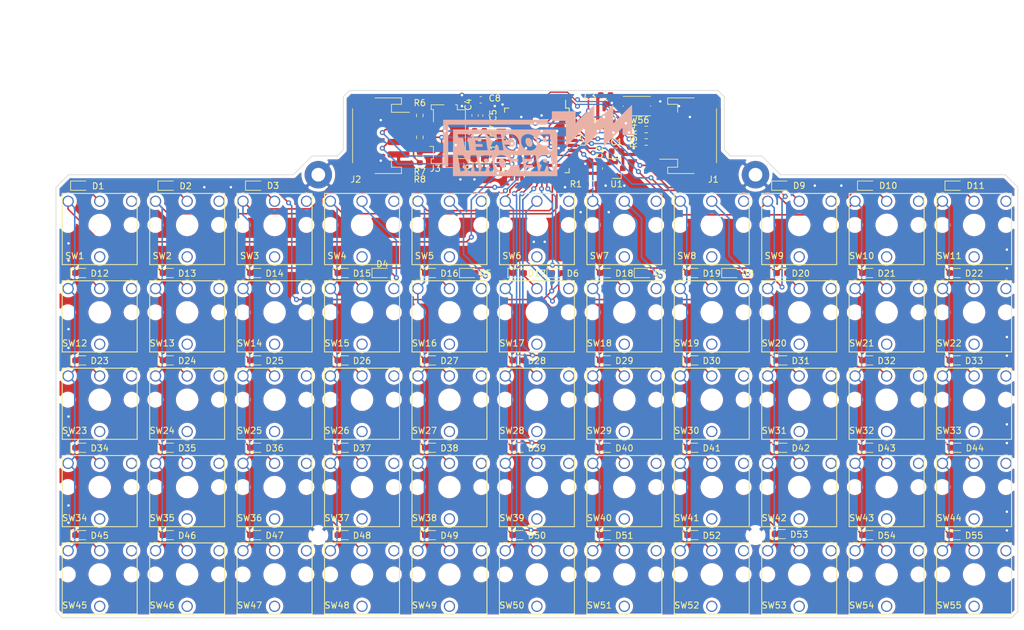
<source format=kicad_pcb>
(kicad_pcb (version 20171130) (host pcbnew 5.1.8+dfsg1-1+b1)
  (layers (0 F.Cu signal) (31 B.Cu signal) (34 B.Paste user) (35 F.Paste user) (36 B.SilkS user) (37 F.SilkS user) (38 B.Mask user) (39 F.Mask user) (44 Edge.Cuts user))
  (net 0 "")
  (net 1 GND)
  (net 2 +5V)
  (net 3 +3V3)
  (net 4 "Net-(C6-Pad1)")
  (net 5 "Net-(C7-Pad1)")
  (net 6 "Net-(C8-Pad1)")
  (net 7 "Net-(D1-Pad2)")
  (net 8 ROW1)
  (net 9 "Net-(D2-Pad2)")
  (net 10 "Net-(D3-Pad2)")
  (net 11 "Net-(D4-Pad2)")
  (net 12 "Net-(D5-Pad2)")
  (net 13 "Net-(D6-Pad2)")
  (net 14 "Net-(D7-Pad2)")
  (net 15 "Net-(D8-Pad2)")
  (net 16 "Net-(D9-Pad2)")
  (net 17 "Net-(D10-Pad2)")
  (net 18 "Net-(D11-Pad2)")
  (net 19 "Net-(D12-Pad2)")
  (net 20 ROW2)
  (net 21 "Net-(D13-Pad2)")
  (net 22 "Net-(D14-Pad2)")
  (net 23 "Net-(D15-Pad2)")
  (net 24 "Net-(D16-Pad2)")
  (net 25 "Net-(D17-Pad2)")
  (net 26 "Net-(D18-Pad2)")
  (net 27 "Net-(D19-Pad2)")
  (net 28 "Net-(D20-Pad2)")
  (net 29 "Net-(D21-Pad2)")
  (net 30 "Net-(D22-Pad2)")
  (net 31 "Net-(D23-Pad2)")
  (net 32 ROW3)
  (net 33 "Net-(D24-Pad2)")
  (net 34 "Net-(D25-Pad2)")
  (net 35 "Net-(D26-Pad2)")
  (net 36 "Net-(D27-Pad2)")
  (net 37 "Net-(D28-Pad2)")
  (net 38 "Net-(D29-Pad2)")
  (net 39 "Net-(D30-Pad2)")
  (net 40 "Net-(D31-Pad2)")
  (net 41 "Net-(D32-Pad2)")
  (net 42 "Net-(D33-Pad2)")
  (net 43 "Net-(D34-Pad2)")
  (net 44 ROW4)
  (net 45 "Net-(D35-Pad2)")
  (net 46 "Net-(D36-Pad2)")
  (net 47 "Net-(D37-Pad2)")
  (net 48 "Net-(D38-Pad2)")
  (net 49 "Net-(D39-Pad2)")
  (net 50 "Net-(D40-Pad2)")
  (net 51 "Net-(D41-Pad2)")
  (net 52 "Net-(D42-Pad2)")
  (net 53 "Net-(D43-Pad2)")
  (net 54 "Net-(D44-Pad2)")
  (net 55 "Net-(D45-Pad2)")
  (net 56 ROW5)
  (net 57 "Net-(D46-Pad2)")
  (net 58 "Net-(D47-Pad2)")
  (net 59 "Net-(D48-Pad2)")
  (net 60 "Net-(D49-Pad2)")
  (net 61 "Net-(D50-Pad2)")
  (net 62 "Net-(D51-Pad2)")
  (net 63 "Net-(D52-Pad2)")
  (net 64 "Net-(D53-Pad2)")
  (net 65 "Net-(D54-Pad2)")
  (net 66 "Net-(D55-Pad2)")
  (net 67 D+)
  (net 68 D-)
  (net 69 UART_TX)
  (net 70 UART_RX)
  (net 71 "Net-(J2-Pad1)")
  (net 72 DISP_SDA)
  (net 73 DISP_SCL)
  (net 74 PROG)
  (net 75 RESET)
  (net 76 "Net-(R3-Pad1)")
  (net 77 "/Pocket Reform Keyboard MCU/UD+")
  (net 78 "/Pocket Reform Keyboard MCU/UD-")
  (net 79 COL1)
  (net 80 COL2)
  (net 81 COL3)
  (net 82 COL4)
  (net 83 COL5)
  (net 84 COL6)
  (net 85 COL7)
  (net 86 COL8)
  (net 87 COL9)
  (net 88 COL10)
  (net 89 COL11)
  (net 90 PWM)
  (net 91 "Net-(U2-Pad11)")
  (net 92 "Net-(U2-Pad10)")
  (net 93 "Net-(U2-Pad9)")
  (net 94 "Net-(U2-Pad8)")
  (module footprints:pocket-reform (layer B.Cu) (at 135.75 61.5 180)
    (fp_text reference G*** hide)
    (fp_text value LOGO hide)
  )
  (module Capacitor_SMD:C_0603_1608Metric (layer F.Cu) (at 126.8 60 180)
    (fp_text reference C7 (at -2.2 0 90) (layer F.SilkS))
    (fp_text value 18pF)
    (pad 2 smd roundrect (at 0.775 0 180) (size 0.9 0.95) (layers F.Cu F.Paste F.Mask) (net 1 GND))
    (pad 1 smd roundrect (at -0.775 0 180) (size 0.9 0.95) (layers F.Cu F.Paste F.Mask) (net 5 "Net-(C7-Pad1)"))
  )
  (module footprints:cherry-ml (layer F.Cu) (at 130 70)
    (fp_text reference SW6 (at 2 10) (layer F.SilkS))
    (fp_text value Choc)
    (pad 1 thru_hole circle (at 0.94 1.248) (size 1.8 1.8) (drill 1.4) (layers *.Cu *.Mask) (net 84 COL6))
    (pad 3 thru_hole circle (at 11.11 1.248) (size 1.8 1.8) (drill 1.4) (layers *.Cu *.Mask))
    (pad 2 thru_hole circle (at 6 1.248) (size 1.8 1.8) (drill 1.4) (layers *.Cu *.Mask) (net 13 "Net-(D6-Pad2)"))
    (pad 4 thru_hole circle (at 6 10.156) (size 1.8 1.8) (drill 1.4) (layers *.Cu *.Mask))
    (pad "" np_thru_hole circle (at 0.9 5.05) (size 1.55 1.55) (drill 1.55) (layers *.Cu *.Mask))
    (pad "" np_thru_hole circle (at 11.1 5.05) (size 1.55 1.55) (drill 1.55) (layers *.Cu *.Mask))
    (pad "" np_thru_hole circle (at 6 5.05) (size 2.6 2.6) (drill 2.6) (layers *.Cu *.Mask))
  )
  (module MountingHole:MountingHole_2.2mm_M2 (layer F.Cu) (at 171 124.75)
    (fp_text reference H4 hide)
    (fp_text value MH4)
    (pad 1 np_thru_hole circle (at 0 0) (size 2.2 2.2) (drill 2.2) (layers *.Cu *.Mask) (net 1 GND))
  )
  (module MountingHole:MountingHole_2.2mm_M2 (layer F.Cu) (at 101 124.75)
    (fp_text reference H3 hide)
    (fp_text value MH3)
    (pad 1 np_thru_hole circle (at 0 0) (size 2.2 2.2) (drill 2.2) (layers *.Cu *.Mask) (net 1 GND))
  )
  (module Package_QFP:TQFP-44_10x10mm_P0.8mm (layer F.Cu) (at 136 61.5 270)
    (fp_text reference U2 (at 0 -7.450001 90) (layer F.SilkS))
    (fp_text value ATMEGA32U4-AU)
    (pad 44 smd rect (at -4 -5.7) (size 1.5 0.55) (layers F.Cu F.Paste F.Mask) (net 3 +3V3))
    (pad 43 smd rect (at -3.2 -5.7) (size 1.5 0.55) (layers F.Cu F.Paste F.Mask) (net 1 GND))
    (pad 42 smd rect (at -2.4 -5.7) (size 1.5 0.55) (layers F.Cu F.Paste F.Mask) (net 76 "Net-(R3-Pad1)"))
    (pad 41 smd rect (at -1.6 -5.7) (size 1.5 0.55) (layers F.Cu F.Paste F.Mask) (net 89 COL11))
    (pad 40 smd rect (at -0.8 -5.7) (size 1.5 0.55) (layers F.Cu F.Paste F.Mask) (net 88 COL10))
    (pad 39 smd rect (at 0 -5.7) (size 1.5 0.55) (layers F.Cu F.Paste F.Mask) (net 87 COL9))
    (pad 38 smd rect (at 0.8 -5.7) (size 1.5 0.55) (layers F.Cu F.Paste F.Mask) (net 86 COL8))
    (pad 37 smd rect (at 1.6 -5.7) (size 1.5 0.55) (layers F.Cu F.Paste F.Mask) (net 85 COL7))
    (pad 36 smd rect (at 2.4 -5.7) (size 1.5 0.55) (layers F.Cu F.Paste F.Mask) (net 80 COL2))
    (pad 35 smd rect (at 3.2 -5.7) (size 1.5 0.55) (layers F.Cu F.Paste F.Mask) (net 1 GND))
    (pad 34 smd rect (at 4 -5.7) (size 1.5 0.55) (layers F.Cu F.Paste F.Mask) (net 3 +3V3))
    (pad 33 smd rect (at 5.7 -4 270) (size 1.5 0.55) (layers F.Cu F.Paste F.Mask) (net 74 PROG))
    (pad 32 smd rect (at 5.7 -3.2 270) (size 1.5 0.55) (layers F.Cu F.Paste F.Mask) (net 82 COL4))
    (pad 31 smd rect (at 5.7 -2.4 270) (size 1.5 0.55) (layers F.Cu F.Paste F.Mask) (net 83 COL5))
    (pad 30 smd rect (at 5.7 -1.6 270) (size 1.5 0.55) (layers F.Cu F.Paste F.Mask) (net 8 ROW1))
    (pad 29 smd rect (at 5.7 -0.8 270) (size 1.5 0.55) (layers F.Cu F.Paste F.Mask) (net 20 ROW2))
    (pad 28 smd rect (at 5.7 0 270) (size 1.5 0.55) (layers F.Cu F.Paste F.Mask) (net 32 ROW3))
    (pad 27 smd rect (at 5.7 0.8 270) (size 1.5 0.55) (layers F.Cu F.Paste F.Mask) (net 44 ROW4))
    (pad 26 smd rect (at 5.7 1.6 270) (size 1.5 0.55) (layers F.Cu F.Paste F.Mask) (net 56 ROW5))
    (pad 25 smd rect (at 5.7 2.4 270) (size 1.5 0.55) (layers F.Cu F.Paste F.Mask) (net 84 COL6))
    (pad 24 smd rect (at 5.7 3.2 270) (size 1.5 0.55) (layers F.Cu F.Paste F.Mask) (net 3 +3V3))
    (pad 23 smd rect (at 5.7 4 270) (size 1.5 0.55) (layers F.Cu F.Paste F.Mask) (net 1 GND))
    (pad 22 smd rect (at 4 5.7) (size 1.5 0.55) (layers F.Cu F.Paste F.Mask) (net 79 COL1))
    (pad 21 smd rect (at 3.2 5.7) (size 1.5 0.55) (layers F.Cu F.Paste F.Mask) (net 69 UART_TX))
    (pad 20 smd rect (at 2.4 5.7) (size 1.5 0.55) (layers F.Cu F.Paste F.Mask) (net 70 UART_RX))
    (pad 19 smd rect (at 1.6 5.7) (size 1.5 0.55) (layers F.Cu F.Paste F.Mask) (net 72 DISP_SDA))
    (pad 18 smd rect (at 0.8 5.7) (size 1.5 0.55) (layers F.Cu F.Paste F.Mask) (net 73 DISP_SCL))
    (pad 17 smd rect (at 0 5.7) (size 1.5 0.55) (layers F.Cu F.Paste F.Mask) (net 4 "Net-(C6-Pad1)"))
    (pad 16 smd rect (at -0.8 5.7) (size 1.5 0.55) (layers F.Cu F.Paste F.Mask) (net 5 "Net-(C7-Pad1)"))
    (pad 15 smd rect (at -1.6 5.7) (size 1.5 0.55) (layers F.Cu F.Paste F.Mask) (net 1 GND))
    (pad 14 smd rect (at -2.4 5.7) (size 1.5 0.55) (layers F.Cu F.Paste F.Mask) (net 3 +3V3))
    (pad 13 smd rect (at -3.2 5.7) (size 1.5 0.55) (layers F.Cu F.Paste F.Mask) (net 75 RESET))
    (pad 12 smd rect (at -4 5.7) (size 1.5 0.55) (layers F.Cu F.Paste F.Mask) (net 90 PWM))
    (pad 11 smd rect (at -5.7 4 270) (size 1.5 0.55) (layers F.Cu F.Paste F.Mask) (net 91 "Net-(U2-Pad11)"))
    (pad 10 smd rect (at -5.7 3.2 270) (size 1.5 0.55) (layers F.Cu F.Paste F.Mask) (net 92 "Net-(U2-Pad10)"))
    (pad 9 smd rect (at -5.7 2.4 270) (size 1.5 0.55) (layers F.Cu F.Paste F.Mask) (net 93 "Net-(U2-Pad9)"))
    (pad 8 smd rect (at -5.7 1.6 270) (size 1.5 0.55) (layers F.Cu F.Paste F.Mask) (net 94 "Net-(U2-Pad8)"))
    (pad 7 smd rect (at -5.7 0.8 270) (size 1.5 0.55) (layers F.Cu F.Paste F.Mask) (net 2 +5V))
    (pad 6 smd rect (at -5.7 0 270) (size 1.5 0.55) (layers F.Cu F.Paste F.Mask) (net 6 "Net-(C8-Pad1)"))
    (pad 5 smd rect (at -5.7 -0.8 270) (size 1.5 0.55) (layers F.Cu F.Paste F.Mask) (net 1 GND))
    (pad 4 smd rect (at -5.7 -1.6 270) (size 1.5 0.55) (layers F.Cu F.Paste F.Mask) (net 77 "/Pocket Reform Keyboard MCU/UD+"))
    (pad 3 smd rect (at -5.7 -2.4 270) (size 1.5 0.55) (layers F.Cu F.Paste F.Mask) (net 78 "/Pocket Reform Keyboard MCU/UD-"))
    (pad 2 smd rect (at -5.7 -3.2 270) (size 1.5 0.55) (layers F.Cu F.Paste F.Mask) (net 2 +5V))
    (pad 1 smd rect (at -5.7 -4 270) (size 1.5 0.55) (layers F.Cu F.Paste F.Mask) (net 81 COL3))
  )
  (module MountingHole:MountingHole_2.2mm_M2_Pad (layer F.Cu) (at 171 67)
    (fp_text reference H2 hide)
    (fp_text value MH2)
    (pad 1 thru_hole circle (at 0 0) (size 4.4 4.4) (drill 2.2) (layers *.Cu *.Mask) (net 1 GND))
  )
  (module MountingHole:MountingHole_2.2mm_M2_Pad (layer F.Cu) (at 101 67)
    (fp_text reference H1 hide)
    (fp_text value MH1)
    (pad 1 thru_hole circle (at 0 0) (size 4.4 4.4) (drill 2.2) (layers *.Cu *.Mask) (net 1 GND))
  )
  (module Crystal:Crystal_SMD_3225-4Pin_3.2x2.5mm (layer F.Cu) (at 126.8 63.1 90)
    (fp_text reference Y1 (at 0.1 2.2 90) (layer F.SilkS))
    (fp_text value 16MHz)
    (pad 4 smd rect (at -1.1 -0.85 90) (size 1.4 1.2) (layers F.Cu F.Paste F.Mask) (net 1 GND))
    (pad 3 smd rect (at 1.1 -0.85 90) (size 1.4 1.2) (layers F.Cu F.Paste F.Mask) (net 5 "Net-(C7-Pad1)"))
    (pad 2 smd rect (at 1.1 0.85 90) (size 1.4 1.2) (layers F.Cu F.Paste F.Mask) (net 1 GND))
    (pad 1 smd rect (at -1.1 0.85 90) (size 1.4 1.2) (layers F.Cu F.Paste F.Mask) (net 4 "Net-(C6-Pad1)"))
  )
  (module Package_TO_SOT_SMD:SOT-23 (layer F.Cu) (at 148.75 66)
    (fp_text reference U1 (at 0 2.5) (layer F.SilkS))
    (fp_text value MCP1700-3302E_SOT23)
    (pad 3 smd rect (at 1 0) (size 0.9 0.8) (layers F.Cu F.Paste F.Mask) (net 2 +5V))
    (pad 2 smd rect (at -1 0.95) (size 0.9 0.8) (layers F.Cu F.Paste F.Mask) (net 3 +3V3))
    (pad 1 smd rect (at -1 -0.95) (size 0.9 0.8) (layers F.Cu F.Paste F.Mask) (net 1 GND))
  )
  (module Button_Switch_SMD:SW_Push_1P1T_NO_CK_KMR2 (layer F.Cu) (at 152 56 180)
    (fp_text reference SW56 (at 0 -2.25) (layer F.SilkS))
    (fp_text value RESET)
    (pad 2 smd rect (at 2.05 0.8 180) (size 0.9 1) (layers F.Cu F.Paste F.Mask) (net 1 GND))
    (pad 1 smd rect (at 2.05 -0.8 180) (size 0.9 1) (layers F.Cu F.Paste F.Mask) (net 75 RESET))
    (pad 2 smd rect (at -2.05 0.8 180) (size 0.9 1) (layers F.Cu F.Paste F.Mask) (net 1 GND))
    (pad 1 smd rect (at -2.05 -0.8 180) (size 0.9 1) (layers F.Cu F.Paste F.Mask) (net 75 RESET))
  )
  (module Resistor_SMD:R_0603_1608Metric (layer F.Cu) (at 117.25 64.25 90)
    (fp_text reference R8 (at -3.5 0 180) (layer F.SilkS))
    (fp_text value 4.7k)
    (pad 2 smd roundrect (at 0.825 0 90) (size 0.8 0.95) (layers F.Cu F.Paste F.Mask) (net 73 DISP_SCL))
    (pad 1 smd roundrect (at -0.825 0 90) (size 0.8 0.95) (layers F.Cu F.Paste F.Mask) (net 3 +3V3))
  )
  (module Resistor_SMD:R_0603_1608Metric (layer F.Cu) (at 117.25 61 90)
    (fp_text reference R7 (at -5.5 0 180) (layer F.SilkS))
    (fp_text value 4.7k)
    (pad 2 smd roundrect (at 0.825 0 90) (size 0.8 0.95) (layers F.Cu F.Paste F.Mask) (net 72 DISP_SDA))
    (pad 1 smd roundrect (at -0.825 0 90) (size 0.8 0.95) (layers F.Cu F.Paste F.Mask) (net 3 +3V3))
  )
  (module Resistor_SMD:R_0603_1608Metric (layer F.Cu) (at 117.25 57.5 270)
    (fp_text reference R6 (at -2 0 180) (layer F.SilkS))
    (fp_text value 0)
    (pad 2 smd roundrect (at 0.825 0 270) (size 0.8 0.95) (layers F.Cu F.Paste F.Mask) (net 3 +3V3))
    (pad 1 smd roundrect (at -0.825 0 270) (size 0.8 0.95) (layers F.Cu F.Paste F.Mask) (net 71 "Net-(J2-Pad1)"))
  )
  (module Resistor_SMD:R_0603_1608Metric (layer F.Cu) (at 153.5 61.75)
    (fp_text reference R5 (at -2 0 90) (layer F.SilkS))
    (fp_text value 22)
    (pad 2 smd roundrect (at 0.825 0) (size 0.8 0.95) (layers F.Cu F.Paste F.Mask) (net 68 D-))
    (pad 1 smd roundrect (at -0.825 0) (size 0.8 0.95) (layers F.Cu F.Paste F.Mask) (net 78 "/Pocket Reform Keyboard MCU/UD-"))
  )
  (module Resistor_SMD:R_0603_1608Metric (layer F.Cu) (at 153.5 59.75)
    (fp_text reference R4 (at -2 0 90) (layer F.SilkS))
    (fp_text value 22)
    (pad 2 smd roundrect (at 0.825 0) (size 0.8 0.95) (layers F.Cu F.Paste F.Mask) (net 67 D+))
    (pad 1 smd roundrect (at -0.825 0) (size 0.8 0.95) (layers F.Cu F.Paste F.Mask) (net 77 "/Pocket Reform Keyboard MCU/UD+"))
  )
  (module Resistor_SMD:R_0603_1608Metric (layer F.Cu) (at 144.25 59.25 90)
    (fp_text reference R3 (at 0.25 1.5 90) (layer F.SilkS))
    (fp_text value 0)
    (pad 2 smd roundrect (at 0.825 0 90) (size 0.8 0.95) (layers F.Cu F.Paste F.Mask) (net 3 +3V3))
    (pad 1 smd roundrect (at -0.825 0 90) (size 0.8 0.95) (layers F.Cu F.Paste F.Mask) (net 76 "Net-(R3-Pad1)"))
  )
  (module Resistor_SMD:R_0603_1608Metric (layer F.Cu) (at 148 57.75 90)
    (fp_text reference R2 (at -2 0 180) (layer F.SilkS))
    (fp_text value 10k)
    (pad 2 smd roundrect (at 0.825 0 90) (size 0.8 0.95) (layers F.Cu F.Paste F.Mask) (net 75 RESET))
    (pad 1 smd roundrect (at -0.825 0 90) (size 0.8 0.95) (layers F.Cu F.Paste F.Mask) (net 3 +3V3))
  )
  (module Resistor_SMD:R_0603_1608Metric (layer F.Cu) (at 144.75 68.5 180)
    (fp_text reference R1 (at 2.5 0) (layer F.SilkS))
    (fp_text value 0)
    (pad 2 smd roundrect (at 0.825 0 180) (size 0.8 0.95) (layers F.Cu F.Paste F.Mask) (net 74 PROG))
    (pad 1 smd roundrect (at -0.825 0 180) (size 0.8 0.95) (layers F.Cu F.Paste F.Mask) (net 1 GND))
  )
  (module Connector_FFC-FPC:Molex_200528-0040_1x04-1MP_P1.00mm_Horizontal (layer F.Cu) (at 120.25 60.5 90)
    (fp_text reference J3 (at -5.5 -0.5 180) (layer F.SilkS))
    (fp_text value AUX)
    (pad 4 smd rect (at 1.5 -0.91 90) (size 0.4 1) (layers F.Cu F.Paste F.Mask) (net 1 GND))
    (pad 3 smd rect (at 0.5 -0.91 90) (size 0.4 1) (layers F.Cu F.Paste F.Mask) (net 72 DISP_SDA))
    (pad 2 smd rect (at -0.5 -0.91 90) (size 0.4 1) (layers F.Cu F.Paste F.Mask) (net 73 DISP_SCL))
    (pad 1 smd rect (at -1.5 -0.91 90) (size 0.4 1) (layers F.Cu F.Paste F.Mask) (net 3 +3V3))
    (pad MP smd rect (at 4.3 1.79 90) (size 2 1.3) (layers F.Cu F.Paste F.Mask))
    (pad MP smd rect (at -4.3 1.79 90) (size 2 1.3) (layers F.Cu F.Paste F.Mask))
  )
  (module Connector_JST:JST_PH_S4B-PH-SM4-TB_1x04-1MP_P2.00mm_Horizontal (layer F.Cu) (at 111 60.75 270)
    (fp_text reference J2 (at 7 4 180) (layer F.SilkS))
    (fp_text value UART)
    (pad MP smd roundrect (at 5.35 2.9 270) (size 1.5 3.4) (layers F.Cu F.Paste F.Mask) (roundrect_rratio 0.166667))
    (pad MP smd roundrect (at -5.35 2.9 270) (size 1.5 3.4) (layers F.Cu F.Paste F.Mask) (roundrect_rratio 0.166667))
    (pad 4 smd roundrect (at 3 -2.85 270) (size 1 3.5) (layers F.Cu F.Paste F.Mask) (net 1 GND))
    (pad 3 smd roundrect (at 1 -2.85 270) (size 1 3.5) (layers F.Cu F.Paste F.Mask) (net 69 UART_TX))
    (pad 2 smd roundrect (at -1 -2.85 270) (size 1 3.5) (layers F.Cu F.Paste F.Mask) (net 70 UART_RX))
    (pad 1 smd roundrect (at -3 -2.85 270) (size 1 3.5) (layers F.Cu F.Paste F.Mask) (net 71 "Net-(J2-Pad1)"))
  )
  (module Connector_JST:JST_PH_S4B-PH-SM4-TB_1x04-1MP_P2.00mm_Horizontal (layer F.Cu) (at 160.25 60.75 90)
    (fp_text reference J1 (at -7 4 180) (layer F.SilkS))
    (fp_text value USB)
    (pad MP smd roundrect (at 5.35 2.9 90) (size 1.5 3.4) (layers F.Cu F.Paste F.Mask) (roundrect_rratio 0.166667))
    (pad MP smd roundrect (at -5.35 2.9 90) (size 1.5 3.4) (layers F.Cu F.Paste F.Mask) (roundrect_rratio 0.166667))
    (pad 4 smd roundrect (at 3 -2.85 90) (size 1 3.5) (layers F.Cu F.Paste F.Mask) (net 1 GND))
    (pad 3 smd roundrect (at 1 -2.85 90) (size 1 3.5) (layers F.Cu F.Paste F.Mask) (net 67 D+))
    (pad 2 smd roundrect (at -1 -2.85 90) (size 1 3.5) (layers F.Cu F.Paste F.Mask) (net 68 D-))
    (pad 1 smd roundrect (at -3 -2.85 90) (size 1 3.5) (layers F.Cu F.Paste F.Mask) (net 2 +5V))
  )
  (module Diode_SMD:D_0603_1608Metric_Pad1.05x0.95mm_HandSolder (layer F.Cu) (at 203 124.75)
    (fp_text reference D55 (at 3 0.07) (layer F.SilkS))
    (fp_text value MMDL914T1G)
    (pad 2 smd roundrect (at 0.875 0) (size 1.05 0.95) (layers F.Cu F.Paste F.Mask) (net 66 "Net-(D55-Pad2)"))
    (pad 1 smd roundrect (at -0.875 0) (size 1.05 0.95) (layers F.Cu F.Paste F.Mask) (net 56 ROW5))
  )
  (module Diode_SMD:D_0603_1608Metric_Pad1.05x0.95mm_HandSolder (layer F.Cu) (at 189 124.75)
    (fp_text reference D54 (at 3 0.07) (layer F.SilkS))
    (fp_text value MMDL914T1G)
    (pad 2 smd roundrect (at 0.875 0) (size 1.05 0.95) (layers F.Cu F.Paste F.Mask) (net 65 "Net-(D54-Pad2)"))
    (pad 1 smd roundrect (at -0.875 0) (size 1.05 0.95) (layers F.Cu F.Paste F.Mask) (net 56 ROW5))
  )
  (module Diode_SMD:D_0603_1608Metric_Pad1.05x0.95mm_HandSolder (layer F.Cu) (at 175 124.58)
    (fp_text reference D53 (at 3 0.07) (layer F.SilkS))
    (fp_text value MMDL914T1G)
    (pad 2 smd roundrect (at 0.875 0) (size 1.05 0.95) (layers F.Cu F.Paste F.Mask) (net 64 "Net-(D53-Pad2)"))
    (pad 1 smd roundrect (at -0.875 0) (size 1.05 0.95) (layers F.Cu F.Paste F.Mask) (net 56 ROW5))
  )
  (module Diode_SMD:D_0603_1608Metric_Pad1.05x0.95mm_HandSolder (layer F.Cu) (at 161 124.75)
    (fp_text reference D52 (at 3 0.07) (layer F.SilkS))
    (fp_text value MMDL914T1G)
    (pad 2 smd roundrect (at 0.875 0) (size 1.05 0.95) (layers F.Cu F.Paste F.Mask) (net 63 "Net-(D52-Pad2)"))
    (pad 1 smd roundrect (at -0.875 0) (size 1.05 0.95) (layers F.Cu F.Paste F.Mask) (net 56 ROW5))
  )
  (module Diode_SMD:D_0603_1608Metric_Pad1.05x0.95mm_HandSolder (layer F.Cu) (at 147 124.75)
    (fp_text reference D51 (at 3 0.07) (layer F.SilkS))
    (fp_text value MMDL914T1G)
    (pad 2 smd roundrect (at 0.875 0) (size 1.05 0.95) (layers F.Cu F.Paste F.Mask) (net 62 "Net-(D51-Pad2)"))
    (pad 1 smd roundrect (at -0.875 0) (size 1.05 0.95) (layers F.Cu F.Paste F.Mask) (net 56 ROW5))
  )
  (module Diode_SMD:D_0603_1608Metric_Pad1.05x0.95mm_HandSolder (layer F.Cu) (at 133 124.75)
    (fp_text reference D50 (at 3 0.07) (layer F.SilkS))
    (fp_text value MMDL914T1G)
    (pad 2 smd roundrect (at 0.875 0) (size 1.05 0.95) (layers F.Cu F.Paste F.Mask) (net 61 "Net-(D50-Pad2)"))
    (pad 1 smd roundrect (at -0.875 0) (size 1.05 0.95) (layers F.Cu F.Paste F.Mask) (net 56 ROW5))
  )
  (module Diode_SMD:D_0603_1608Metric_Pad1.05x0.95mm_HandSolder (layer F.Cu) (at 119 124.75)
    (fp_text reference D49 (at 3 0.07) (layer F.SilkS))
    (fp_text value MMDL914T1G)
    (pad 2 smd roundrect (at 0.875 0) (size 1.05 0.95) (layers F.Cu F.Paste F.Mask) (net 60 "Net-(D49-Pad2)"))
    (pad 1 smd roundrect (at -0.875 0) (size 1.05 0.95) (layers F.Cu F.Paste F.Mask) (net 56 ROW5))
  )
  (module Diode_SMD:D_0603_1608Metric_Pad1.05x0.95mm_HandSolder (layer F.Cu) (at 105 124.75)
    (fp_text reference D48 (at 3 0.07) (layer F.SilkS))
    (fp_text value MMDL914T1G)
    (pad 2 smd roundrect (at 0.875 0) (size 1.05 0.95) (layers F.Cu F.Paste F.Mask) (net 59 "Net-(D48-Pad2)"))
    (pad 1 smd roundrect (at -0.875 0) (size 1.05 0.95) (layers F.Cu F.Paste F.Mask) (net 56 ROW5))
  )
  (module Diode_SMD:D_0603_1608Metric_Pad1.05x0.95mm_HandSolder (layer F.Cu) (at 91 124.75)
    (fp_text reference D47 (at 3 0.07) (layer F.SilkS))
    (fp_text value MMDL914T1G)
    (pad 2 smd roundrect (at 0.875 0) (size 1.05 0.95) (layers F.Cu F.Paste F.Mask) (net 58 "Net-(D47-Pad2)"))
    (pad 1 smd roundrect (at -0.875 0) (size 1.05 0.95) (layers F.Cu F.Paste F.Mask) (net 56 ROW5))
  )
  (module Diode_SMD:D_0603_1608Metric_Pad1.05x0.95mm_HandSolder (layer F.Cu) (at 77 124.75)
    (fp_text reference D46 (at 3 0.07) (layer F.SilkS))
    (fp_text value MMDL914T1G)
    (pad 2 smd roundrect (at 0.875 0) (size 1.05 0.95) (layers F.Cu F.Paste F.Mask) (net 57 "Net-(D46-Pad2)"))
    (pad 1 smd roundrect (at -0.875 0) (size 1.05 0.95) (layers F.Cu F.Paste F.Mask) (net 56 ROW5))
  )
  (module Diode_SMD:D_0603_1608Metric_Pad1.05x0.95mm_HandSolder (layer F.Cu) (at 63 124.75)
    (fp_text reference D45 (at 3 0.07) (layer F.SilkS))
    (fp_text value MMDL914T1G)
    (pad 2 smd roundrect (at 0.875 0) (size 1.05 0.95) (layers F.Cu F.Paste F.Mask) (net 55 "Net-(D45-Pad2)"))
    (pad 1 smd roundrect (at -0.875 0) (size 1.05 0.95) (layers F.Cu F.Paste F.Mask) (net 56 ROW5))
  )
  (module Diode_SMD:D_0603_1608Metric_Pad1.05x0.95mm_HandSolder (layer F.Cu) (at 203.125 110.75)
    (fp_text reference D44 (at 3 0.07) (layer F.SilkS))
    (fp_text value MMDL914T1G)
    (pad 2 smd roundrect (at 0.875 0) (size 1.05 0.95) (layers F.Cu F.Paste F.Mask) (net 54 "Net-(D44-Pad2)"))
    (pad 1 smd roundrect (at -0.875 0) (size 1.05 0.95) (layers F.Cu F.Paste F.Mask) (net 44 ROW4))
  )
  (module Diode_SMD:D_0603_1608Metric_Pad1.05x0.95mm_HandSolder (layer F.Cu) (at 189 110.75)
    (fp_text reference D43 (at 3 0.07) (layer F.SilkS))
    (fp_text value MMDL914T1G)
    (pad 2 smd roundrect (at 0.875 0) (size 1.05 0.95) (layers F.Cu F.Paste F.Mask) (net 53 "Net-(D43-Pad2)"))
    (pad 1 smd roundrect (at -0.875 0) (size 1.05 0.95) (layers F.Cu F.Paste F.Mask) (net 44 ROW4))
  )
  (module Diode_SMD:D_0603_1608Metric_Pad1.05x0.95mm_HandSolder (layer F.Cu) (at 175.25 110.75)
    (fp_text reference D42 (at 3 0.07) (layer F.SilkS))
    (fp_text value MMDL914T1G)
    (pad 2 smd roundrect (at 0.875 0) (size 1.05 0.95) (layers F.Cu F.Paste F.Mask) (net 52 "Net-(D42-Pad2)"))
    (pad 1 smd roundrect (at -0.875 0) (size 1.05 0.95) (layers F.Cu F.Paste F.Mask) (net 44 ROW4))
  )
  (module Diode_SMD:D_0603_1608Metric_Pad1.05x0.95mm_HandSolder (layer F.Cu) (at 161 110.75)
    (fp_text reference D41 (at 3 0.07) (layer F.SilkS))
    (fp_text value MMDL914T1G)
    (pad 2 smd roundrect (at 0.875 0) (size 1.05 0.95) (layers F.Cu F.Paste F.Mask) (net 51 "Net-(D41-Pad2)"))
    (pad 1 smd roundrect (at -0.875 0) (size 1.05 0.95) (layers F.Cu F.Paste F.Mask) (net 44 ROW4))
  )
  (module Diode_SMD:D_0603_1608Metric_Pad1.05x0.95mm_HandSolder (layer F.Cu) (at 147 110.75)
    (fp_text reference D40 (at 3 0.07) (layer F.SilkS))
    (fp_text value MMDL914T1G)
    (pad 2 smd roundrect (at 0.875 0) (size 1.05 0.95) (layers F.Cu F.Paste F.Mask) (net 50 "Net-(D40-Pad2)"))
    (pad 1 smd roundrect (at -0.875 0) (size 1.05 0.95) (layers F.Cu F.Paste F.Mask) (net 44 ROW4))
  )
  (module Diode_SMD:D_0603_1608Metric_Pad1.05x0.95mm_HandSolder (layer F.Cu) (at 133 110.75)
    (fp_text reference D39 (at 3 0.07) (layer F.SilkS))
    (fp_text value MMDL914T1G)
    (pad 2 smd roundrect (at 0.875 0) (size 1.05 0.95) (layers F.Cu F.Paste F.Mask) (net 49 "Net-(D39-Pad2)"))
    (pad 1 smd roundrect (at -0.875 0) (size 1.05 0.95) (layers F.Cu F.Paste F.Mask) (net 44 ROW4))
  )
  (module Diode_SMD:D_0603_1608Metric_Pad1.05x0.95mm_HandSolder (layer F.Cu) (at 119 110.75)
    (fp_text reference D38 (at 3 0.07) (layer F.SilkS))
    (fp_text value MMDL914T1G)
    (pad 2 smd roundrect (at 0.875 0) (size 1.05 0.95) (layers F.Cu F.Paste F.Mask) (net 48 "Net-(D38-Pad2)"))
    (pad 1 smd roundrect (at -0.875 0) (size 1.05 0.95) (layers F.Cu F.Paste F.Mask) (net 44 ROW4))
  )
  (module Diode_SMD:D_0603_1608Metric_Pad1.05x0.95mm_HandSolder (layer F.Cu) (at 105 110.75)
    (fp_text reference D37 (at 3 0.07) (layer F.SilkS))
    (fp_text value MMDL914T1G)
    (pad 2 smd roundrect (at 0.875 0) (size 1.05 0.95) (layers F.Cu F.Paste F.Mask) (net 47 "Net-(D37-Pad2)"))
    (pad 1 smd roundrect (at -0.875 0) (size 1.05 0.95) (layers F.Cu F.Paste F.Mask) (net 44 ROW4))
  )
  (module Diode_SMD:D_0603_1608Metric_Pad1.05x0.95mm_HandSolder (layer F.Cu) (at 91 110.75)
    (fp_text reference D36 (at 3 0.07) (layer F.SilkS))
    (fp_text value MMDL914T1G)
    (pad 2 smd roundrect (at 0.875 0) (size 1.05 0.95) (layers F.Cu F.Paste F.Mask) (net 46 "Net-(D36-Pad2)"))
    (pad 1 smd roundrect (at -0.875 0) (size 1.05 0.95) (layers F.Cu F.Paste F.Mask) (net 44 ROW4))
  )
  (module Diode_SMD:D_0603_1608Metric_Pad1.05x0.95mm_HandSolder (layer F.Cu) (at 77 110.75)
    (fp_text reference D35 (at 3 0.07) (layer F.SilkS))
    (fp_text value MMDL914T1G)
    (pad 2 smd roundrect (at 0.875 0) (size 1.05 0.95) (layers F.Cu F.Paste F.Mask) (net 45 "Net-(D35-Pad2)"))
    (pad 1 smd roundrect (at -0.875 0) (size 1.05 0.95) (layers F.Cu F.Paste F.Mask) (net 44 ROW4))
  )
  (module Diode_SMD:D_0603_1608Metric_Pad1.05x0.95mm_HandSolder (layer F.Cu) (at 63 110.75)
    (fp_text reference D34 (at 3 0.07) (layer F.SilkS))
    (fp_text value MMDL914T1G)
    (pad 2 smd roundrect (at 0.875 0) (size 1.05 0.95) (layers F.Cu F.Paste F.Mask) (net 43 "Net-(D34-Pad2)"))
    (pad 1 smd roundrect (at -0.875 0) (size 1.05 0.95) (layers F.Cu F.Paste F.Mask) (net 44 ROW4))
  )
  (module Diode_SMD:D_0603_1608Metric_Pad1.05x0.95mm_HandSolder (layer F.Cu) (at 203 96.75)
    (fp_text reference D33 (at 3 0.07) (layer F.SilkS))
    (fp_text value MMDL914T1G)
    (pad 2 smd roundrect (at 0.875 0) (size 1.05 0.95) (layers F.Cu F.Paste F.Mask) (net 42 "Net-(D33-Pad2)"))
    (pad 1 smd roundrect (at -0.875 0) (size 1.05 0.95) (layers F.Cu F.Paste F.Mask) (net 32 ROW3))
  )
  (module Diode_SMD:D_0603_1608Metric_Pad1.05x0.95mm_HandSolder (layer F.Cu) (at 189 96.75)
    (fp_text reference D32 (at 3 0.07) (layer F.SilkS))
    (fp_text value MMDL914T1G)
    (pad 2 smd roundrect (at 0.875 0) (size 1.05 0.95) (layers F.Cu F.Paste F.Mask) (net 41 "Net-(D32-Pad2)"))
    (pad 1 smd roundrect (at -0.875 0) (size 1.05 0.95) (layers F.Cu F.Paste F.Mask) (net 32 ROW3))
  )
  (module Diode_SMD:D_0603_1608Metric_Pad1.05x0.95mm_HandSolder (layer F.Cu) (at 175.25 96.75)
    (fp_text reference D31 (at 3 0.07) (layer F.SilkS))
    (fp_text value MMDL914T1G)
    (pad 2 smd roundrect (at 0.875 0) (size 1.05 0.95) (layers F.Cu F.Paste F.Mask) (net 40 "Net-(D31-Pad2)"))
    (pad 1 smd roundrect (at -0.875 0) (size 1.05 0.95) (layers F.Cu F.Paste F.Mask) (net 32 ROW3))
  )
  (module Diode_SMD:D_0603_1608Metric_Pad1.05x0.95mm_HandSolder (layer F.Cu) (at 161 96.75)
    (fp_text reference D30 (at 3 0.07) (layer F.SilkS))
    (fp_text value MMDL914T1G)
    (pad 2 smd roundrect (at 0.875 0) (size 1.05 0.95) (layers F.Cu F.Paste F.Mask) (net 39 "Net-(D30-Pad2)"))
    (pad 1 smd roundrect (at -0.875 0) (size 1.05 0.95) (layers F.Cu F.Paste F.Mask) (net 32 ROW3))
  )
  (module Diode_SMD:D_0603_1608Metric_Pad1.05x0.95mm_HandSolder (layer F.Cu) (at 147 96.75)
    (fp_text reference D29 (at 3 0.07) (layer F.SilkS))
    (fp_text value MMDL914T1G)
    (pad 2 smd roundrect (at 0.875 0) (size 1.05 0.95) (layers F.Cu F.Paste F.Mask) (net 38 "Net-(D29-Pad2)"))
    (pad 1 smd roundrect (at -0.875 0) (size 1.05 0.95) (layers F.Cu F.Paste F.Mask) (net 32 ROW3))
  )
  (module Diode_SMD:D_0603_1608Metric_Pad1.05x0.95mm_HandSolder (layer F.Cu) (at 133 96.75)
    (fp_text reference D28 (at 3 0.07) (layer F.SilkS))
    (fp_text value MMDL914T1G)
    (pad 2 smd roundrect (at 0.875 0) (size 1.05 0.95) (layers F.Cu F.Paste F.Mask) (net 37 "Net-(D28-Pad2)"))
    (pad 1 smd roundrect (at -0.875 0) (size 1.05 0.95) (layers F.Cu F.Paste F.Mask) (net 32 ROW3))
  )
  (module Diode_SMD:D_0603_1608Metric_Pad1.05x0.95mm_HandSolder (layer F.Cu) (at 119 96.75)
    (fp_text reference D27 (at 3 0.07) (layer F.SilkS))
    (fp_text value MMDL914T1G)
    (pad 2 smd roundrect (at 0.875 0) (size 1.05 0.95) (layers F.Cu F.Paste F.Mask) (net 36 "Net-(D27-Pad2)"))
    (pad 1 smd roundrect (at -0.875 0) (size 1.05 0.95) (layers F.Cu F.Paste F.Mask) (net 32 ROW3))
  )
  (module Diode_SMD:D_0603_1608Metric_Pad1.05x0.95mm_HandSolder (layer F.Cu) (at 105 96.75)
    (fp_text reference D26 (at 3 0.07) (layer F.SilkS))
    (fp_text value MMDL914T1G)
    (pad 2 smd roundrect (at 0.875 0) (size 1.05 0.95) (layers F.Cu F.Paste F.Mask) (net 35 "Net-(D26-Pad2)"))
    (pad 1 smd roundrect (at -0.875 0) (size 1.05 0.95) (layers F.Cu F.Paste F.Mask) (net 32 ROW3))
  )
  (module Diode_SMD:D_0603_1608Metric_Pad1.05x0.95mm_HandSolder (layer F.Cu) (at 91 96.75)
    (fp_text reference D25 (at 3 0.07) (layer F.SilkS))
    (fp_text value MMDL914T1G)
    (pad 2 smd roundrect (at 0.875 0) (size 1.05 0.95) (layers F.Cu F.Paste F.Mask) (net 34 "Net-(D25-Pad2)"))
    (pad 1 smd roundrect (at -0.875 0) (size 1.05 0.95) (layers F.Cu F.Paste F.Mask) (net 32 ROW3))
  )
  (module Diode_SMD:D_0603_1608Metric_Pad1.05x0.95mm_HandSolder (layer F.Cu) (at 77 96.75)
    (fp_text reference D24 (at 3 0.07) (layer F.SilkS))
    (fp_text value MMDL914T1G)
    (pad 2 smd roundrect (at 0.875 0) (size 1.05 0.95) (layers F.Cu F.Paste F.Mask) (net 33 "Net-(D24-Pad2)"))
    (pad 1 smd roundrect (at -0.875 0) (size 1.05 0.95) (layers F.Cu F.Paste F.Mask) (net 32 ROW3))
  )
  (module Diode_SMD:D_0603_1608Metric_Pad1.05x0.95mm_HandSolder (layer F.Cu) (at 63 96.75)
    (fp_text reference D23 (at 3 0.07) (layer F.SilkS))
    (fp_text value MMDL914T1G)
    (pad 2 smd roundrect (at 0.875 0) (size 1.05 0.95) (layers F.Cu F.Paste F.Mask) (net 31 "Net-(D23-Pad2)"))
    (pad 1 smd roundrect (at -0.875 0) (size 1.05 0.95) (layers F.Cu F.Paste F.Mask) (net 32 ROW3))
  )
  (module Diode_SMD:D_0603_1608Metric_Pad1.05x0.95mm_HandSolder (layer F.Cu) (at 203 82.75)
    (fp_text reference D22 (at 3 0.07) (layer F.SilkS))
    (fp_text value MMDL914T1G)
    (pad 2 smd roundrect (at 0.875 0) (size 1.05 0.95) (layers F.Cu F.Paste F.Mask) (net 30 "Net-(D22-Pad2)"))
    (pad 1 smd roundrect (at -0.875 0) (size 1.05 0.95) (layers F.Cu F.Paste F.Mask) (net 20 ROW2))
  )
  (module Diode_SMD:D_0603_1608Metric_Pad1.05x0.95mm_HandSolder (layer F.Cu) (at 189 82.75)
    (fp_text reference D21 (at 3 0.07) (layer F.SilkS))
    (fp_text value MMDL914T1G)
    (pad 2 smd roundrect (at 0.875 0) (size 1.05 0.95) (layers F.Cu F.Paste F.Mask) (net 29 "Net-(D21-Pad2)"))
    (pad 1 smd roundrect (at -0.875 0) (size 1.05 0.95) (layers F.Cu F.Paste F.Mask) (net 20 ROW2))
  )
  (module Diode_SMD:D_0603_1608Metric_Pad1.05x0.95mm_HandSolder (layer F.Cu) (at 175.25 82.75)
    (fp_text reference D20 (at 3 0.07) (layer F.SilkS))
    (fp_text value MMDL914T1G)
    (pad 2 smd roundrect (at 0.875 0) (size 1.05 0.95) (layers F.Cu F.Paste F.Mask) (net 28 "Net-(D20-Pad2)"))
    (pad 1 smd roundrect (at -0.875 0) (size 1.05 0.95) (layers F.Cu F.Paste F.Mask) (net 20 ROW2))
  )
  (module Diode_SMD:D_0603_1608Metric_Pad1.05x0.95mm_HandSolder (layer F.Cu) (at 161 82.75)
    (fp_text reference D19 (at 3 0.07) (layer F.SilkS))
    (fp_text value MMDL914T1G)
    (pad 2 smd roundrect (at 0.875 0) (size 1.05 0.95) (layers F.Cu F.Paste F.Mask) (net 27 "Net-(D19-Pad2)"))
    (pad 1 smd roundrect (at -0.875 0) (size 1.05 0.95) (layers F.Cu F.Paste F.Mask) (net 20 ROW2))
  )
  (module Diode_SMD:D_0603_1608Metric_Pad1.05x0.95mm_HandSolder (layer F.Cu) (at 147 82.75)
    (fp_text reference D18 (at 3 0.07) (layer F.SilkS))
    (fp_text value MMDL914T1G)
    (pad 2 smd roundrect (at 0.875 0) (size 1.05 0.95) (layers F.Cu F.Paste F.Mask) (net 26 "Net-(D18-Pad2)"))
    (pad 1 smd roundrect (at -0.875 0) (size 1.05 0.95) (layers F.Cu F.Paste F.Mask) (net 20 ROW2))
  )
  (module Diode_SMD:D_0603_1608Metric_Pad1.05x0.95mm_HandSolder (layer F.Cu) (at 133 82.75)
    (fp_text reference D17 (at 3 0.07) (layer F.SilkS))
    (fp_text value MMDL914T1G)
    (pad 2 smd roundrect (at 0.875 0) (size 1.05 0.95) (layers F.Cu F.Paste F.Mask) (net 25 "Net-(D17-Pad2)"))
    (pad 1 smd roundrect (at -0.875 0) (size 1.05 0.95) (layers F.Cu F.Paste F.Mask) (net 20 ROW2))
  )
  (module Diode_SMD:D_0603_1608Metric_Pad1.05x0.95mm_HandSolder (layer F.Cu) (at 119 82.75)
    (fp_text reference D16 (at 3 0.07) (layer F.SilkS))
    (fp_text value MMDL914T1G)
    (pad 2 smd roundrect (at 0.875 0) (size 1.05 0.95) (layers F.Cu F.Paste F.Mask) (net 24 "Net-(D16-Pad2)"))
    (pad 1 smd roundrect (at -0.875 0) (size 1.05 0.95) (layers F.Cu F.Paste F.Mask) (net 20 ROW2))
  )
  (module Diode_SMD:D_0603_1608Metric_Pad1.05x0.95mm_HandSolder (layer F.Cu) (at 105 82.75)
    (fp_text reference D15 (at 3 0.07) (layer F.SilkS))
    (fp_text value MMDL914T1G)
    (pad 2 smd roundrect (at 0.875 0) (size 1.05 0.95) (layers F.Cu F.Paste F.Mask) (net 23 "Net-(D15-Pad2)"))
    (pad 1 smd roundrect (at -0.875 0) (size 1.05 0.95) (layers F.Cu F.Paste F.Mask) (net 20 ROW2))
  )
  (module Diode_SMD:D_0603_1608Metric_Pad1.05x0.95mm_HandSolder (layer F.Cu) (at 91 82.75)
    (fp_text reference D14 (at 3 0.07) (layer F.SilkS))
    (fp_text value MMDL914T1G)
    (pad 2 smd roundrect (at 0.875 0) (size 1.05 0.95) (layers F.Cu F.Paste F.Mask) (net 22 "Net-(D14-Pad2)"))
    (pad 1 smd roundrect (at -0.875 0) (size 1.05 0.95) (layers F.Cu F.Paste F.Mask) (net 20 ROW2))
  )
  (module Diode_SMD:D_0603_1608Metric_Pad1.05x0.95mm_HandSolder (layer F.Cu) (at 77 82.75)
    (fp_text reference D13 (at 3 0.07) (layer F.SilkS))
    (fp_text value MMDL914T1G)
    (pad 2 smd roundrect (at 0.875 0) (size 1.05 0.95) (layers F.Cu F.Paste F.Mask) (net 21 "Net-(D13-Pad2)"))
    (pad 1 smd roundrect (at -0.875 0) (size 1.05 0.95) (layers F.Cu F.Paste F.Mask) (net 20 ROW2))
  )
  (module Diode_SMD:D_0603_1608Metric_Pad1.05x0.95mm_HandSolder (layer F.Cu) (at 63 82.75)
    (fp_text reference D12 (at 3 0.07) (layer F.SilkS))
    (fp_text value MMDL914T1G)
    (pad 2 smd roundrect (at 0.875 0) (size 1.05 0.95) (layers F.Cu F.Paste F.Mask) (net 19 "Net-(D12-Pad2)"))
    (pad 1 smd roundrect (at -0.875 0) (size 1.05 0.95) (layers F.Cu F.Paste F.Mask) (net 20 ROW2))
  )
  (module Diode_SMD:D_0603_1608Metric_Pad1.05x0.95mm_HandSolder (layer F.Cu) (at 203 68.75)
    (fp_text reference D11 (at 3.25 0) (layer F.SilkS))
    (fp_text value MMDL914T1G)
    (pad 2 smd roundrect (at 0.875 0) (size 1.05 0.95) (layers F.Cu F.Paste F.Mask) (net 18 "Net-(D11-Pad2)"))
    (pad 1 smd roundrect (at -0.875 0) (size 1.05 0.95) (layers F.Cu F.Paste F.Mask) (net 8 ROW1))
  )
  (module Diode_SMD:D_0603_1608Metric_Pad1.05x0.95mm_HandSolder (layer F.Cu) (at 189 68.75)
    (fp_text reference D10 (at 3.25 0) (layer F.SilkS))
    (fp_text value MMDL914T1G)
    (pad 2 smd roundrect (at 0.875 0) (size 1.05 0.95) (layers F.Cu F.Paste F.Mask) (net 17 "Net-(D10-Pad2)"))
    (pad 1 smd roundrect (at -0.875 0) (size 1.05 0.95) (layers F.Cu F.Paste F.Mask) (net 8 ROW1))
  )
  (module Diode_SMD:D_0603_1608Metric_Pad1.05x0.95mm_HandSolder (layer F.Cu) (at 175.25 68.75)
    (fp_text reference D9 (at 2.75 0) (layer F.SilkS))
    (fp_text value MMDL914T1G)
    (pad 2 smd roundrect (at 0.875 0) (size 1.05 0.95) (layers F.Cu F.Paste F.Mask) (net 16 "Net-(D9-Pad2)"))
    (pad 1 smd roundrect (at -0.875 0) (size 1.05 0.95) (layers F.Cu F.Paste F.Mask) (net 8 ROW1))
  )
  (module Diode_SMD:D_0603_1608Metric_Pad1.05x0.95mm_HandSolder (layer F.Cu) (at 167.25 82.75)
    (fp_text reference D8 (at 2.5 0.07) (layer F.SilkS))
    (fp_text value MMDL914T1G)
    (pad 2 smd roundrect (at 0.875 0) (size 1.05 0.95) (layers F.Cu F.Paste F.Mask) (net 15 "Net-(D8-Pad2)"))
    (pad 1 smd roundrect (at -0.875 0) (size 1.05 0.95) (layers F.Cu F.Paste F.Mask) (net 8 ROW1))
  )
  (module Diode_SMD:D_0603_1608Metric_Pad1.05x0.95mm_HandSolder (layer F.Cu) (at 153.25 82.75)
    (fp_text reference D7 (at 2.5 0.07) (layer F.SilkS))
    (fp_text value MMDL914T1G)
    (pad 2 smd roundrect (at 0.875 0) (size 1.05 0.95) (layers F.Cu F.Paste F.Mask) (net 14 "Net-(D7-Pad2)"))
    (pad 1 smd roundrect (at -0.875 0) (size 1.05 0.95) (layers F.Cu F.Paste F.Mask) (net 8 ROW1))
  )
  (module Diode_SMD:D_0603_1608Metric_Pad1.05x0.95mm_HandSolder (layer F.Cu) (at 139.25 82.75)
    (fp_text reference D6 (at 2.5 0.07) (layer F.SilkS))
    (fp_text value MMDL914T1G)
    (pad 2 smd roundrect (at 0.875 0) (size 1.05 0.95) (layers F.Cu F.Paste F.Mask) (net 13 "Net-(D6-Pad2)"))
    (pad 1 smd roundrect (at -0.875 0) (size 1.05 0.95) (layers F.Cu F.Paste F.Mask) (net 8 ROW1))
  )
  (module Diode_SMD:D_0603_1608Metric_Pad1.05x0.95mm_HandSolder (layer F.Cu) (at 125.25 82.75)
    (fp_text reference D5 (at 2.5 0.07) (layer F.SilkS))
    (fp_text value MMDL914T1G)
    (pad 2 smd roundrect (at 0.875 0) (size 1.05 0.95) (layers F.Cu F.Paste F.Mask) (net 12 "Net-(D5-Pad2)"))
    (pad 1 smd roundrect (at -0.875 0) (size 1.05 0.95) (layers F.Cu F.Paste F.Mask) (net 8 ROW1))
  )
  (module Diode_SMD:D_0603_1608Metric_Pad1.05x0.95mm_HandSolder (layer F.Cu) (at 111.25 82.75)
    (fp_text reference D4 (at 0 -1.43) (layer F.SilkS))
    (fp_text value MMDL914T1G)
    (pad 2 smd roundrect (at 0.875 0) (size 1.05 0.95) (layers F.Cu F.Paste F.Mask) (net 11 "Net-(D4-Pad2)"))
    (pad 1 smd roundrect (at -0.875 0) (size 1.05 0.95) (layers F.Cu F.Paste F.Mask) (net 8 ROW1))
  )
  (module Diode_SMD:D_0603_1608Metric_Pad1.05x0.95mm_HandSolder (layer F.Cu) (at 91 68.75)
    (fp_text reference D3 (at 2.75 0) (layer F.SilkS))
    (fp_text value MMDL914T1G)
    (pad 2 smd roundrect (at 0.875 0) (size 1.05 0.95) (layers F.Cu F.Paste F.Mask) (net 10 "Net-(D3-Pad2)"))
    (pad 1 smd roundrect (at -0.875 0) (size 1.05 0.95) (layers F.Cu F.Paste F.Mask) (net 8 ROW1))
  )
  (module Diode_SMD:D_0603_1608Metric_Pad1.05x0.95mm_HandSolder (layer F.Cu) (at 77 68.75)
    (fp_text reference D2 (at 2.75 0.07) (layer F.SilkS))
    (fp_text value MMDL914T1G)
    (pad 2 smd roundrect (at 0.875 0) (size 1.05 0.95) (layers F.Cu F.Paste F.Mask) (net 9 "Net-(D2-Pad2)"))
    (pad 1 smd roundrect (at -0.875 0) (size 1.05 0.95) (layers F.Cu F.Paste F.Mask) (net 8 ROW1))
  )
  (module Diode_SMD:D_0603_1608Metric_Pad1.05x0.95mm_HandSolder (layer F.Cu) (at 63 68.75)
    (fp_text reference D1 (at 2.75 0.07) (layer F.SilkS))
    (fp_text value MMDL914T1G)
    (pad 2 smd roundrect (at 0.875 0) (size 1.05 0.95) (layers F.Cu F.Paste F.Mask) (net 7 "Net-(D1-Pad2)"))
    (pad 1 smd roundrect (at -0.875 0) (size 1.05 0.95) (layers F.Cu F.Paste F.Mask) (net 8 ROW1))
  )
  (module Capacitor_SMD:C_0603_1608Metric (layer F.Cu) (at 127 55 180)
    (fp_text reference C8 (at -2.25 0.25) (layer F.SilkS))
    (fp_text value 1uF)
    (pad 2 smd roundrect (at 0.775 0 180) (size 0.9 0.95) (layers F.Cu F.Paste F.Mask) (net 1 GND))
    (pad 1 smd roundrect (at -0.775 0 180) (size 0.9 0.95) (layers F.Cu F.Paste F.Mask) (net 6 "Net-(C8-Pad1)"))
  )
  (module Capacitor_SMD:C_0603_1608Metric (layer F.Cu) (at 126.75 66.25 180)
    (fp_text reference C6 (at 2 0 90) (layer F.SilkS))
    (fp_text value 18pF)
    (pad 2 smd roundrect (at 0.775 0 180) (size 0.9 0.95) (layers F.Cu F.Paste F.Mask) (net 1 GND))
    (pad 1 smd roundrect (at -0.775 0 180) (size 0.9 0.95) (layers F.Cu F.Paste F.Mask) (net 4 "Net-(C6-Pad1)"))
  )
  (module Capacitor_SMD:C_0603_1608Metric (layer F.Cu) (at 127.85 57.5 90)
    (fp_text reference C5 (at 0 1.15 90) (layer F.SilkS))
    (fp_text value 0.1uF)
    (pad 2 smd roundrect (at 0.775 0 90) (size 0.9 0.95) (layers F.Cu F.Paste F.Mask) (net 1 GND))
    (pad 1 smd roundrect (at -0.775 0 90) (size 0.9 0.95) (layers F.Cu F.Paste F.Mask) (net 3 +3V3))
  )
  (module Capacitor_SMD:C_0603_1608Metric (layer F.Cu) (at 126.1 57.5 90)
    (fp_text reference C4 (at 1.75 -1.1 90) (layer F.SilkS))
    (fp_text value 1uF)
    (pad 2 smd roundrect (at 0.775 0 90) (size 0.9 0.95) (layers F.Cu F.Paste F.Mask) (net 1 GND))
    (pad 1 smd roundrect (at -0.775 0 90) (size 0.9 0.95) (layers F.Cu F.Paste F.Mask) (net 3 +3V3))
  )
  (module Capacitor_SMD:C_0603_1608Metric (layer F.Cu) (at 147 54.25)
    (fp_text reference C3 (at -2.5 0.25) (layer F.SilkS))
    (fp_text value 0.1uF)
    (pad 2 smd roundrect (at 0.775 0) (size 0.9 0.95) (layers F.Cu F.Paste F.Mask) (net 1 GND))
    (pad 1 smd roundrect (at -0.775 0) (size 0.9 0.95) (layers F.Cu F.Paste F.Mask) (net 2 +5V))
  )
  (module Capacitor_SMD:C_0603_1608Metric (layer F.Cu) (at 146 66 90)
    (fp_text reference C2 (at 2.5 0 90) (layer F.SilkS))
    (fp_text value 1uF)
    (pad 2 smd roundrect (at 0.775 0 90) (size 0.9 0.95) (layers F.Cu F.Paste F.Mask) (net 1 GND))
    (pad 1 smd roundrect (at -0.775 0 90) (size 0.9 0.95) (layers F.Cu F.Paste F.Mask) (net 3 +3V3))
  )
  (module Capacitor_SMD:C_0603_1608Metric (layer F.Cu) (at 148.75 63.25 180)
    (fp_text reference C1 (at 0 1.5) (layer F.SilkS))
    (fp_text value 1uF)
    (pad 2 smd roundrect (at 0.775 0 180) (size 0.9 0.95) (layers F.Cu F.Paste F.Mask) (net 1 GND))
    (pad 1 smd roundrect (at -0.775 0 180) (size 0.9 0.95) (layers F.Cu F.Paste F.Mask) (net 2 +5V))
  )
  (module footprints:cherry-ml (layer F.Cu) (at 60 98)
    (fp_text reference SW23 (at 2 10) (layer F.SilkS))
    (fp_text value Choc)
    (pad "" np_thru_hole circle (at 6 5.05) (size 2.6 2.6) (drill 2.6) (layers *.Cu *.Mask))
    (pad "" np_thru_hole circle (at 11.1 5.05) (size 1.55 1.55) (drill 1.55) (layers *.Cu *.Mask))
    (pad "" np_thru_hole circle (at 0.9 5.05) (size 1.55 1.55) (drill 1.55) (layers *.Cu *.Mask))
    (pad 4 thru_hole circle (at 6 10.156) (size 1.8 1.8) (drill 1.4) (layers *.Cu *.Mask))
    (pad 2 thru_hole circle (at 6 1.248) (size 1.8 1.8) (drill 1.4) (layers *.Cu *.Mask) (net 31 "Net-(D23-Pad2)"))
    (pad 3 thru_hole circle (at 11.11 1.248) (size 1.8 1.8) (drill 1.4) (layers *.Cu *.Mask))
    (pad 1 thru_hole circle (at 0.94 1.248) (size 1.8 1.8) (drill 1.4) (layers *.Cu *.Mask) (net 79 COL1))
  )
  (module footprints:cherry-ml (layer F.Cu) (at 60 112)
    (fp_text reference SW34 (at 2 10) (layer F.SilkS))
    (fp_text value Choc)
    (pad 1 thru_hole circle (at 0.94 1.248) (size 1.8 1.8) (drill 1.4) (layers *.Cu *.Mask) (net 79 COL1))
    (pad 3 thru_hole circle (at 11.11 1.248) (size 1.8 1.8) (drill 1.4) (layers *.Cu *.Mask))
    (pad 2 thru_hole circle (at 6 1.248) (size 1.8 1.8) (drill 1.4) (layers *.Cu *.Mask) (net 43 "Net-(D34-Pad2)"))
    (pad 4 thru_hole circle (at 6 10.156) (size 1.8 1.8) (drill 1.4) (layers *.Cu *.Mask))
    (pad "" np_thru_hole circle (at 0.9 5.05) (size 1.55 1.55) (drill 1.55) (layers *.Cu *.Mask))
    (pad "" np_thru_hole circle (at 11.1 5.05) (size 1.55 1.55) (drill 1.55) (layers *.Cu *.Mask))
    (pad "" np_thru_hole circle (at 6 5.05) (size 2.6 2.6) (drill 2.6) (layers *.Cu *.Mask))
  )
  (module footprints:cherry-ml (layer F.Cu) (at 60 126)
    (fp_text reference SW45 (at 2 10) (layer F.SilkS))
    (fp_text value Choc)
    (pad "" np_thru_hole circle (at 6 5.05) (size 2.6 2.6) (drill 2.6) (layers *.Cu *.Mask))
    (pad "" np_thru_hole circle (at 11.1 5.05) (size 1.55 1.55) (drill 1.55) (layers *.Cu *.Mask))
    (pad "" np_thru_hole circle (at 0.9 5.05) (size 1.55 1.55) (drill 1.55) (layers *.Cu *.Mask))
    (pad 4 thru_hole circle (at 6 10.156) (size 1.8 1.8) (drill 1.4) (layers *.Cu *.Mask))
    (pad 2 thru_hole circle (at 6 1.248) (size 1.8 1.8) (drill 1.4) (layers *.Cu *.Mask) (net 55 "Net-(D45-Pad2)"))
    (pad 3 thru_hole circle (at 11.11 1.248) (size 1.8 1.8) (drill 1.4) (layers *.Cu *.Mask))
    (pad 1 thru_hole circle (at 0.94 1.248) (size 1.8 1.8) (drill 1.4) (layers *.Cu *.Mask) (net 79 COL1))
  )
  (module footprints:cherry-ml (layer F.Cu) (at 60 84)
    (fp_text reference SW12 (at 2 10) (layer F.SilkS))
    (fp_text value Choc)
    (pad "" np_thru_hole circle (at 6 5.05) (size 2.6 2.6) (drill 2.6) (layers *.Cu *.Mask))
    (pad "" np_thru_hole circle (at 11.1 5.05) (size 1.55 1.55) (drill 1.55) (layers *.Cu *.Mask))
    (pad "" np_thru_hole circle (at 0.9 5.05) (size 1.55 1.55) (drill 1.55) (layers *.Cu *.Mask))
    (pad 4 thru_hole circle (at 6 10.156) (size 1.8 1.8) (drill 1.4) (layers *.Cu *.Mask))
    (pad 2 thru_hole circle (at 6 1.248) (size 1.8 1.8) (drill 1.4) (layers *.Cu *.Mask) (net 19 "Net-(D12-Pad2)"))
    (pad 3 thru_hole circle (at 11.11 1.248) (size 1.8 1.8) (drill 1.4) (layers *.Cu *.Mask))
    (pad 1 thru_hole circle (at 0.94 1.248) (size 1.8 1.8) (drill 1.4) (layers *.Cu *.Mask) (net 79 COL1))
  )
  (module footprints:cherry-ml (layer F.Cu) (at 102 126)
    (fp_text reference SW48 (at 2 10) (layer F.SilkS))
    (fp_text value Choc)
    (pad "" np_thru_hole circle (at 6 5.05) (size 2.6 2.6) (drill 2.6) (layers *.Cu *.Mask))
    (pad "" np_thru_hole circle (at 11.1 5.05) (size 1.55 1.55) (drill 1.55) (layers *.Cu *.Mask))
    (pad "" np_thru_hole circle (at 0.9 5.05) (size 1.55 1.55) (drill 1.55) (layers *.Cu *.Mask))
    (pad 4 thru_hole circle (at 6 10.156) (size 1.8 1.8) (drill 1.4) (layers *.Cu *.Mask))
    (pad 2 thru_hole circle (at 6 1.248) (size 1.8 1.8) (drill 1.4) (layers *.Cu *.Mask) (net 59 "Net-(D48-Pad2)"))
    (pad 3 thru_hole circle (at 11.11 1.248) (size 1.8 1.8) (drill 1.4) (layers *.Cu *.Mask))
    (pad 1 thru_hole circle (at 0.94 1.248) (size 1.8 1.8) (drill 1.4) (layers *.Cu *.Mask) (net 82 COL4))
  )
  (module footprints:cherry-ml (layer F.Cu) (at 172 126)
    (fp_text reference SW53 (at 2 10) (layer F.SilkS))
    (fp_text value Choc)
    (pad 1 thru_hole circle (at 0.94 1.248) (size 1.8 1.8) (drill 1.4) (layers *.Cu *.Mask) (net 87 COL9))
    (pad 3 thru_hole circle (at 11.11 1.248) (size 1.8 1.8) (drill 1.4) (layers *.Cu *.Mask))
    (pad 2 thru_hole circle (at 6 1.248) (size 1.8 1.8) (drill 1.4) (layers *.Cu *.Mask) (net 64 "Net-(D53-Pad2)"))
    (pad 4 thru_hole circle (at 6 10.156) (size 1.8 1.8) (drill 1.4) (layers *.Cu *.Mask))
    (pad "" np_thru_hole circle (at 0.9 5.05) (size 1.55 1.55) (drill 1.55) (layers *.Cu *.Mask))
    (pad "" np_thru_hole circle (at 11.1 5.05) (size 1.55 1.55) (drill 1.55) (layers *.Cu *.Mask))
    (pad "" np_thru_hole circle (at 6 5.05) (size 2.6 2.6) (drill 2.6) (layers *.Cu *.Mask))
  )
  (module footprints:cherry-ml (layer F.Cu) (at 186 126)
    (fp_text reference SW54 (at 2 10) (layer F.SilkS))
    (fp_text value Choc)
    (pad "" np_thru_hole circle (at 6 5.05) (size 2.6 2.6) (drill 2.6) (layers *.Cu *.Mask))
    (pad "" np_thru_hole circle (at 11.1 5.05) (size 1.55 1.55) (drill 1.55) (layers *.Cu *.Mask))
    (pad "" np_thru_hole circle (at 0.9 5.05) (size 1.55 1.55) (drill 1.55) (layers *.Cu *.Mask))
    (pad 4 thru_hole circle (at 6 10.156) (size 1.8 1.8) (drill 1.4) (layers *.Cu *.Mask))
    (pad 2 thru_hole circle (at 6 1.248) (size 1.8 1.8) (drill 1.4) (layers *.Cu *.Mask) (net 65 "Net-(D54-Pad2)"))
    (pad 3 thru_hole circle (at 11.11 1.248) (size 1.8 1.8) (drill 1.4) (layers *.Cu *.Mask))
    (pad 1 thru_hole circle (at 0.94 1.248) (size 1.8 1.8) (drill 1.4) (layers *.Cu *.Mask) (net 88 COL10))
  )
  (module footprints:cherry-ml (layer F.Cu) (at 130 126)
    (fp_text reference SW50 (at 2 10) (layer F.SilkS))
    (fp_text value Choc)
    (pad "" np_thru_hole circle (at 6 5.05) (size 2.6 2.6) (drill 2.6) (layers *.Cu *.Mask))
    (pad "" np_thru_hole circle (at 11.1 5.05) (size 1.55 1.55) (drill 1.55) (layers *.Cu *.Mask))
    (pad "" np_thru_hole circle (at 0.9 5.05) (size 1.55 1.55) (drill 1.55) (layers *.Cu *.Mask))
    (pad 4 thru_hole circle (at 6 10.156) (size 1.8 1.8) (drill 1.4) (layers *.Cu *.Mask))
    (pad 2 thru_hole circle (at 6 1.248) (size 1.8 1.8) (drill 1.4) (layers *.Cu *.Mask) (net 61 "Net-(D50-Pad2)"))
    (pad 3 thru_hole circle (at 11.11 1.248) (size 1.8 1.8) (drill 1.4) (layers *.Cu *.Mask))
    (pad 1 thru_hole circle (at 0.94 1.248) (size 1.8 1.8) (drill 1.4) (layers *.Cu *.Mask) (net 84 COL6))
  )
  (module footprints:cherry-ml (layer F.Cu) (at 74 126)
    (fp_text reference SW46 (at 2 10) (layer F.SilkS))
    (fp_text value Choc)
    (pad 1 thru_hole circle (at 0.94 1.248) (size 1.8 1.8) (drill 1.4) (layers *.Cu *.Mask) (net 80 COL2))
    (pad 3 thru_hole circle (at 11.11 1.248) (size 1.8 1.8) (drill 1.4) (layers *.Cu *.Mask))
    (pad 2 thru_hole circle (at 6 1.248) (size 1.8 1.8) (drill 1.4) (layers *.Cu *.Mask) (net 57 "Net-(D46-Pad2)"))
    (pad 4 thru_hole circle (at 6 10.156) (size 1.8 1.8) (drill 1.4) (layers *.Cu *.Mask))
    (pad "" np_thru_hole circle (at 0.9 5.05) (size 1.55 1.55) (drill 1.55) (layers *.Cu *.Mask))
    (pad "" np_thru_hole circle (at 11.1 5.05) (size 1.55 1.55) (drill 1.55) (layers *.Cu *.Mask))
    (pad "" np_thru_hole circle (at 6 5.05) (size 2.6 2.6) (drill 2.6) (layers *.Cu *.Mask))
  )
  (module footprints:cherry-ml (layer F.Cu) (at 200 126)
    (fp_text reference SW55 (at 2 10) (layer F.SilkS))
    (fp_text value Choc)
    (pad 1 thru_hole circle (at 0.94 1.248) (size 1.8 1.8) (drill 1.4) (layers *.Cu *.Mask) (net 89 COL11))
    (pad 3 thru_hole circle (at 11.11 1.248) (size 1.8 1.8) (drill 1.4) (layers *.Cu *.Mask))
    (pad 2 thru_hole circle (at 6 1.248) (size 1.8 1.8) (drill 1.4) (layers *.Cu *.Mask) (net 66 "Net-(D55-Pad2)"))
    (pad 4 thru_hole circle (at 6 10.156) (size 1.8 1.8) (drill 1.4) (layers *.Cu *.Mask))
    (pad "" np_thru_hole circle (at 0.9 5.05) (size 1.55 1.55) (drill 1.55) (layers *.Cu *.Mask))
    (pad "" np_thru_hole circle (at 11.1 5.05) (size 1.55 1.55) (drill 1.55) (layers *.Cu *.Mask))
    (pad "" np_thru_hole circle (at 6 5.05) (size 2.6 2.6) (drill 2.6) (layers *.Cu *.Mask))
  )
  (module footprints:cherry-ml (layer F.Cu) (at 116 126)
    (fp_text reference SW49 (at 2 10) (layer F.SilkS))
    (fp_text value Choc)
    (pad "" np_thru_hole circle (at 6 5.05) (size 2.6 2.6) (drill 2.6) (layers *.Cu *.Mask))
    (pad "" np_thru_hole circle (at 11.1 5.05) (size 1.55 1.55) (drill 1.55) (layers *.Cu *.Mask))
    (pad "" np_thru_hole circle (at 0.9 5.05) (size 1.55 1.55) (drill 1.55) (layers *.Cu *.Mask))
    (pad 4 thru_hole circle (at 6 10.156) (size 1.8 1.8) (drill 1.4) (layers *.Cu *.Mask))
    (pad 2 thru_hole circle (at 6 1.248) (size 1.8 1.8) (drill 1.4) (layers *.Cu *.Mask) (net 60 "Net-(D49-Pad2)"))
    (pad 3 thru_hole circle (at 11.11 1.248) (size 1.8 1.8) (drill 1.4) (layers *.Cu *.Mask))
    (pad 1 thru_hole circle (at 0.94 1.248) (size 1.8 1.8) (drill 1.4) (layers *.Cu *.Mask) (net 83 COL5))
  )
  (module footprints:cherry-ml (layer F.Cu) (at 158 126)
    (fp_text reference SW52 (at 2 10) (layer F.SilkS))
    (fp_text value Choc)
    (pad 1 thru_hole circle (at 0.94 1.248) (size 1.8 1.8) (drill 1.4) (layers *.Cu *.Mask) (net 86 COL8))
    (pad 3 thru_hole circle (at 11.11 1.248) (size 1.8 1.8) (drill 1.4) (layers *.Cu *.Mask))
    (pad 2 thru_hole circle (at 6 1.248) (size 1.8 1.8) (drill 1.4) (layers *.Cu *.Mask) (net 63 "Net-(D52-Pad2)"))
    (pad 4 thru_hole circle (at 6 10.156) (size 1.8 1.8) (drill 1.4) (layers *.Cu *.Mask))
    (pad "" np_thru_hole circle (at 0.9 5.05) (size 1.55 1.55) (drill 1.55) (layers *.Cu *.Mask))
    (pad "" np_thru_hole circle (at 11.1 5.05) (size 1.55 1.55) (drill 1.55) (layers *.Cu *.Mask))
    (pad "" np_thru_hole circle (at 6 5.05) (size 2.6 2.6) (drill 2.6) (layers *.Cu *.Mask))
  )
  (module footprints:cherry-ml (layer F.Cu) (at 144 126)
    (fp_text reference SW51 (at 2 10) (layer F.SilkS))
    (fp_text value Choc)
    (pad 1 thru_hole circle (at 0.94 1.248) (size 1.8 1.8) (drill 1.4) (layers *.Cu *.Mask) (net 85 COL7))
    (pad 3 thru_hole circle (at 11.11 1.248) (size 1.8 1.8) (drill 1.4) (layers *.Cu *.Mask))
    (pad 2 thru_hole circle (at 6 1.248) (size 1.8 1.8) (drill 1.4) (layers *.Cu *.Mask) (net 62 "Net-(D51-Pad2)"))
    (pad 4 thru_hole circle (at 6 10.156) (size 1.8 1.8) (drill 1.4) (layers *.Cu *.Mask))
    (pad "" np_thru_hole circle (at 0.9 5.05) (size 1.55 1.55) (drill 1.55) (layers *.Cu *.Mask))
    (pad "" np_thru_hole circle (at 11.1 5.05) (size 1.55 1.55) (drill 1.55) (layers *.Cu *.Mask))
    (pad "" np_thru_hole circle (at 6 5.05) (size 2.6 2.6) (drill 2.6) (layers *.Cu *.Mask))
  )
  (module footprints:cherry-ml (layer F.Cu) (at 88 126)
    (fp_text reference SW47 (at 2 10) (layer F.SilkS))
    (fp_text value Choc)
    (pad 1 thru_hole circle (at 0.94 1.248) (size 1.8 1.8) (drill 1.4) (layers *.Cu *.Mask) (net 81 COL3))
    (pad 3 thru_hole circle (at 11.11 1.248) (size 1.8 1.8) (drill 1.4) (layers *.Cu *.Mask))
    (pad 2 thru_hole circle (at 6 1.248) (size 1.8 1.8) (drill 1.4) (layers *.Cu *.Mask) (net 58 "Net-(D47-Pad2)"))
    (pad 4 thru_hole circle (at 6 10.156) (size 1.8 1.8) (drill 1.4) (layers *.Cu *.Mask))
    (pad "" np_thru_hole circle (at 0.9 5.05) (size 1.55 1.55) (drill 1.55) (layers *.Cu *.Mask))
    (pad "" np_thru_hole circle (at 11.1 5.05) (size 1.55 1.55) (drill 1.55) (layers *.Cu *.Mask))
    (pad "" np_thru_hole circle (at 6 5.05) (size 2.6 2.6) (drill 2.6) (layers *.Cu *.Mask))
  )
  (module footprints:cherry-ml (layer F.Cu) (at 172 98)
    (fp_text reference SW31 (at 2 10) (layer F.SilkS))
    (fp_text value Choc)
    (pad 1 thru_hole circle (at 0.94 1.248) (size 1.8 1.8) (drill 1.4) (layers *.Cu *.Mask) (net 87 COL9))
    (pad 3 thru_hole circle (at 11.11 1.248) (size 1.8 1.8) (drill 1.4) (layers *.Cu *.Mask))
    (pad 2 thru_hole circle (at 6 1.248) (size 1.8 1.8) (drill 1.4) (layers *.Cu *.Mask) (net 40 "Net-(D31-Pad2)"))
    (pad 4 thru_hole circle (at 6 10.156) (size 1.8 1.8) (drill 1.4) (layers *.Cu *.Mask))
    (pad "" np_thru_hole circle (at 0.9 5.05) (size 1.55 1.55) (drill 1.55) (layers *.Cu *.Mask))
    (pad "" np_thru_hole circle (at 11.1 5.05) (size 1.55 1.55) (drill 1.55) (layers *.Cu *.Mask))
    (pad "" np_thru_hole circle (at 6 5.05) (size 2.6 2.6) (drill 2.6) (layers *.Cu *.Mask))
  )
  (module footprints:cherry-ml (layer F.Cu) (at 116 112)
    (fp_text reference SW38 (at 2 10) (layer F.SilkS))
    (fp_text value Choc)
    (pad 1 thru_hole circle (at 0.94 1.248) (size 1.8 1.8) (drill 1.4) (layers *.Cu *.Mask) (net 83 COL5))
    (pad 3 thru_hole circle (at 11.11 1.248) (size 1.8 1.8) (drill 1.4) (layers *.Cu *.Mask))
    (pad 2 thru_hole circle (at 6 1.248) (size 1.8 1.8) (drill 1.4) (layers *.Cu *.Mask) (net 48 "Net-(D38-Pad2)"))
    (pad 4 thru_hole circle (at 6 10.156) (size 1.8 1.8) (drill 1.4) (layers *.Cu *.Mask))
    (pad "" np_thru_hole circle (at 0.9 5.05) (size 1.55 1.55) (drill 1.55) (layers *.Cu *.Mask))
    (pad "" np_thru_hole circle (at 11.1 5.05) (size 1.55 1.55) (drill 1.55) (layers *.Cu *.Mask))
    (pad "" np_thru_hole circle (at 6 5.05) (size 2.6 2.6) (drill 2.6) (layers *.Cu *.Mask))
  )
  (module footprints:cherry-ml (layer F.Cu) (at 88 98)
    (fp_text reference SW25 (at 2 10) (layer F.SilkS))
    (fp_text value Choc)
    (pad 1 thru_hole circle (at 0.94 1.248) (size 1.8 1.8) (drill 1.4) (layers *.Cu *.Mask) (net 81 COL3))
    (pad 3 thru_hole circle (at 11.11 1.248) (size 1.8 1.8) (drill 1.4) (layers *.Cu *.Mask))
    (pad 2 thru_hole circle (at 6 1.248) (size 1.8 1.8) (drill 1.4) (layers *.Cu *.Mask) (net 34 "Net-(D25-Pad2)"))
    (pad 4 thru_hole circle (at 6 10.156) (size 1.8 1.8) (drill 1.4) (layers *.Cu *.Mask))
    (pad "" np_thru_hole circle (at 0.9 5.05) (size 1.55 1.55) (drill 1.55) (layers *.Cu *.Mask))
    (pad "" np_thru_hole circle (at 11.1 5.05) (size 1.55 1.55) (drill 1.55) (layers *.Cu *.Mask))
    (pad "" np_thru_hole circle (at 6 5.05) (size 2.6 2.6) (drill 2.6) (layers *.Cu *.Mask))
  )
  (module footprints:cherry-ml (layer F.Cu) (at 74 98)
    (fp_text reference SW24 (at 2 10) (layer F.SilkS))
    (fp_text value Choc)
    (pad 1 thru_hole circle (at 0.94 1.248) (size 1.8 1.8) (drill 1.4) (layers *.Cu *.Mask) (net 80 COL2))
    (pad 3 thru_hole circle (at 11.11 1.248) (size 1.8 1.8) (drill 1.4) (layers *.Cu *.Mask))
    (pad 2 thru_hole circle (at 6 1.248) (size 1.8 1.8) (drill 1.4) (layers *.Cu *.Mask) (net 33 "Net-(D24-Pad2)"))
    (pad 4 thru_hole circle (at 6 10.156) (size 1.8 1.8) (drill 1.4) (layers *.Cu *.Mask))
    (pad "" np_thru_hole circle (at 0.9 5.05) (size 1.55 1.55) (drill 1.55) (layers *.Cu *.Mask))
    (pad "" np_thru_hole circle (at 11.1 5.05) (size 1.55 1.55) (drill 1.55) (layers *.Cu *.Mask))
    (pad "" np_thru_hole circle (at 6 5.05) (size 2.6 2.6) (drill 2.6) (layers *.Cu *.Mask))
  )
  (module footprints:cherry-ml (layer F.Cu) (at 116 98)
    (fp_text reference SW27 (at 2 10) (layer F.SilkS))
    (fp_text value Choc)
    (pad "" np_thru_hole circle (at 6 5.05) (size 2.6 2.6) (drill 2.6) (layers *.Cu *.Mask))
    (pad "" np_thru_hole circle (at 11.1 5.05) (size 1.55 1.55) (drill 1.55) (layers *.Cu *.Mask))
    (pad "" np_thru_hole circle (at 0.9 5.05) (size 1.55 1.55) (drill 1.55) (layers *.Cu *.Mask))
    (pad 4 thru_hole circle (at 6 10.156) (size 1.8 1.8) (drill 1.4) (layers *.Cu *.Mask))
    (pad 2 thru_hole circle (at 6 1.248) (size 1.8 1.8) (drill 1.4) (layers *.Cu *.Mask) (net 36 "Net-(D27-Pad2)"))
    (pad 3 thru_hole circle (at 11.11 1.248) (size 1.8 1.8) (drill 1.4) (layers *.Cu *.Mask))
    (pad 1 thru_hole circle (at 0.94 1.248) (size 1.8 1.8) (drill 1.4) (layers *.Cu *.Mask) (net 83 COL5))
  )
  (module footprints:cherry-ml (layer F.Cu) (at 102 112)
    (fp_text reference SW37 (at 2 10) (layer F.SilkS))
    (fp_text value Choc)
    (pad 1 thru_hole circle (at 0.94 1.248) (size 1.8 1.8) (drill 1.4) (layers *.Cu *.Mask) (net 82 COL4))
    (pad 3 thru_hole circle (at 11.11 1.248) (size 1.8 1.8) (drill 1.4) (layers *.Cu *.Mask))
    (pad 2 thru_hole circle (at 6 1.248) (size 1.8 1.8) (drill 1.4) (layers *.Cu *.Mask) (net 47 "Net-(D37-Pad2)"))
    (pad 4 thru_hole circle (at 6 10.156) (size 1.8 1.8) (drill 1.4) (layers *.Cu *.Mask))
    (pad "" np_thru_hole circle (at 0.9 5.05) (size 1.55 1.55) (drill 1.55) (layers *.Cu *.Mask))
    (pad "" np_thru_hole circle (at 11.1 5.05) (size 1.55 1.55) (drill 1.55) (layers *.Cu *.Mask))
    (pad "" np_thru_hole circle (at 6 5.05) (size 2.6 2.6) (drill 2.6) (layers *.Cu *.Mask))
  )
  (module footprints:cherry-ml (layer F.Cu) (at 130 98)
    (fp_text reference SW28 (at 2 10) (layer F.SilkS))
    (fp_text value Choc)
    (pad "" np_thru_hole circle (at 6 5.05) (size 2.6 2.6) (drill 2.6) (layers *.Cu *.Mask))
    (pad "" np_thru_hole circle (at 11.1 5.05) (size 1.55 1.55) (drill 1.55) (layers *.Cu *.Mask))
    (pad "" np_thru_hole circle (at 0.9 5.05) (size 1.55 1.55) (drill 1.55) (layers *.Cu *.Mask))
    (pad 4 thru_hole circle (at 6 10.156) (size 1.8 1.8) (drill 1.4) (layers *.Cu *.Mask))
    (pad 2 thru_hole circle (at 6 1.248) (size 1.8 1.8) (drill 1.4) (layers *.Cu *.Mask) (net 37 "Net-(D28-Pad2)"))
    (pad 3 thru_hole circle (at 11.11 1.248) (size 1.8 1.8) (drill 1.4) (layers *.Cu *.Mask))
    (pad 1 thru_hole circle (at 0.94 1.248) (size 1.8 1.8) (drill 1.4) (layers *.Cu *.Mask) (net 84 COL6))
  )
  (module footprints:cherry-ml (layer F.Cu) (at 144 112)
    (fp_text reference SW40 (at 2 10) (layer F.SilkS))
    (fp_text value Choc)
    (pad "" np_thru_hole circle (at 6 5.05) (size 2.6 2.6) (drill 2.6) (layers *.Cu *.Mask))
    (pad "" np_thru_hole circle (at 11.1 5.05) (size 1.55 1.55) (drill 1.55) (layers *.Cu *.Mask))
    (pad "" np_thru_hole circle (at 0.9 5.05) (size 1.55 1.55) (drill 1.55) (layers *.Cu *.Mask))
    (pad 4 thru_hole circle (at 6 10.156) (size 1.8 1.8) (drill 1.4) (layers *.Cu *.Mask))
    (pad 2 thru_hole circle (at 6 1.248) (size 1.8 1.8) (drill 1.4) (layers *.Cu *.Mask) (net 50 "Net-(D40-Pad2)"))
    (pad 3 thru_hole circle (at 11.11 1.248) (size 1.8 1.8) (drill 1.4) (layers *.Cu *.Mask))
    (pad 1 thru_hole circle (at 0.94 1.248) (size 1.8 1.8) (drill 1.4) (layers *.Cu *.Mask) (net 85 COL7))
  )
  (module footprints:cherry-ml (layer F.Cu) (at 186 112)
    (fp_text reference SW43 (at 2 10) (layer F.SilkS))
    (fp_text value Choc)
    (pad 1 thru_hole circle (at 0.94 1.248) (size 1.8 1.8) (drill 1.4) (layers *.Cu *.Mask) (net 88 COL10))
    (pad 3 thru_hole circle (at 11.11 1.248) (size 1.8 1.8) (drill 1.4) (layers *.Cu *.Mask))
    (pad 2 thru_hole circle (at 6 1.248) (size 1.8 1.8) (drill 1.4) (layers *.Cu *.Mask) (net 53 "Net-(D43-Pad2)"))
    (pad 4 thru_hole circle (at 6 10.156) (size 1.8 1.8) (drill 1.4) (layers *.Cu *.Mask))
    (pad "" np_thru_hole circle (at 0.9 5.05) (size 1.55 1.55) (drill 1.55) (layers *.Cu *.Mask))
    (pad "" np_thru_hole circle (at 11.1 5.05) (size 1.55 1.55) (drill 1.55) (layers *.Cu *.Mask))
    (pad "" np_thru_hole circle (at 6 5.05) (size 2.6 2.6) (drill 2.6) (layers *.Cu *.Mask))
  )
  (module footprints:cherry-ml (layer F.Cu) (at 102 98)
    (fp_text reference SW26 (at 2 10) (layer F.SilkS))
    (fp_text value Choc)
    (pad "" np_thru_hole circle (at 6 5.05) (size 2.6 2.6) (drill 2.6) (layers *.Cu *.Mask))
    (pad "" np_thru_hole circle (at 11.1 5.05) (size 1.55 1.55) (drill 1.55) (layers *.Cu *.Mask))
    (pad "" np_thru_hole circle (at 0.9 5.05) (size 1.55 1.55) (drill 1.55) (layers *.Cu *.Mask))
    (pad 4 thru_hole circle (at 6 10.156) (size 1.8 1.8) (drill 1.4) (layers *.Cu *.Mask))
    (pad 2 thru_hole circle (at 6 1.248) (size 1.8 1.8) (drill 1.4) (layers *.Cu *.Mask) (net 35 "Net-(D26-Pad2)"))
    (pad 3 thru_hole circle (at 11.11 1.248) (size 1.8 1.8) (drill 1.4) (layers *.Cu *.Mask))
    (pad 1 thru_hole circle (at 0.94 1.248) (size 1.8 1.8) (drill 1.4) (layers *.Cu *.Mask) (net 82 COL4))
  )
  (module footprints:cherry-ml (layer F.Cu) (at 200 98)
    (fp_text reference SW33 (at 2 10) (layer F.SilkS))
    (fp_text value Choc)
    (pad 1 thru_hole circle (at 0.94 1.248) (size 1.8 1.8) (drill 1.4) (layers *.Cu *.Mask) (net 89 COL11))
    (pad 3 thru_hole circle (at 11.11 1.248) (size 1.8 1.8) (drill 1.4) (layers *.Cu *.Mask))
    (pad 2 thru_hole circle (at 6 1.248) (size 1.8 1.8) (drill 1.4) (layers *.Cu *.Mask) (net 42 "Net-(D33-Pad2)"))
    (pad 4 thru_hole circle (at 6 10.156) (size 1.8 1.8) (drill 1.4) (layers *.Cu *.Mask))
    (pad "" np_thru_hole circle (at 0.9 5.05) (size 1.55 1.55) (drill 1.55) (layers *.Cu *.Mask))
    (pad "" np_thru_hole circle (at 11.1 5.05) (size 1.55 1.55) (drill 1.55) (layers *.Cu *.Mask))
    (pad "" np_thru_hole circle (at 6 5.05) (size 2.6 2.6) (drill 2.6) (layers *.Cu *.Mask))
  )
  (module footprints:cherry-ml (layer F.Cu) (at 144 98)
    (fp_text reference SW29 (at 2 10) (layer F.SilkS))
    (fp_text value Choc)
    (pad 1 thru_hole circle (at 0.94 1.248) (size 1.8 1.8) (drill 1.4) (layers *.Cu *.Mask) (net 85 COL7))
    (pad 3 thru_hole circle (at 11.11 1.248) (size 1.8 1.8) (drill 1.4) (layers *.Cu *.Mask))
    (pad 2 thru_hole circle (at 6 1.248) (size 1.8 1.8) (drill 1.4) (layers *.Cu *.Mask) (net 38 "Net-(D29-Pad2)"))
    (pad 4 thru_hole circle (at 6 10.156) (size 1.8 1.8) (drill 1.4) (layers *.Cu *.Mask))
    (pad "" np_thru_hole circle (at 0.9 5.05) (size 1.55 1.55) (drill 1.55) (layers *.Cu *.Mask))
    (pad "" np_thru_hole circle (at 11.1 5.05) (size 1.55 1.55) (drill 1.55) (layers *.Cu *.Mask))
    (pad "" np_thru_hole circle (at 6 5.05) (size 2.6 2.6) (drill 2.6) (layers *.Cu *.Mask))
  )
  (module footprints:cherry-ml (layer F.Cu) (at 88 112)
    (fp_text reference SW36 (at 2 10) (layer F.SilkS))
    (fp_text value Choc)
    (pad "" np_thru_hole circle (at 6 5.05) (size 2.6 2.6) (drill 2.6) (layers *.Cu *.Mask))
    (pad "" np_thru_hole circle (at 11.1 5.05) (size 1.55 1.55) (drill 1.55) (layers *.Cu *.Mask))
    (pad "" np_thru_hole circle (at 0.9 5.05) (size 1.55 1.55) (drill 1.55) (layers *.Cu *.Mask))
    (pad 4 thru_hole circle (at 6 10.156) (size 1.8 1.8) (drill 1.4) (layers *.Cu *.Mask))
    (pad 2 thru_hole circle (at 6 1.248) (size 1.8 1.8) (drill 1.4) (layers *.Cu *.Mask) (net 46 "Net-(D36-Pad2)"))
    (pad 3 thru_hole circle (at 11.11 1.248) (size 1.8 1.8) (drill 1.4) (layers *.Cu *.Mask))
    (pad 1 thru_hole circle (at 0.94 1.248) (size 1.8 1.8) (drill 1.4) (layers *.Cu *.Mask) (net 81 COL3))
  )
  (module footprints:cherry-ml (layer F.Cu) (at 200 112)
    (fp_text reference SW44 (at 2 10) (layer F.SilkS))
    (fp_text value Choc)
    (pad "" np_thru_hole circle (at 6 5.05) (size 2.6 2.6) (drill 2.6) (layers *.Cu *.Mask))
    (pad "" np_thru_hole circle (at 11.1 5.05) (size 1.55 1.55) (drill 1.55) (layers *.Cu *.Mask))
    (pad "" np_thru_hole circle (at 0.9 5.05) (size 1.55 1.55) (drill 1.55) (layers *.Cu *.Mask))
    (pad 4 thru_hole circle (at 6 10.156) (size 1.8 1.8) (drill 1.4) (layers *.Cu *.Mask))
    (pad 2 thru_hole circle (at 6 1.248) (size 1.8 1.8) (drill 1.4) (layers *.Cu *.Mask) (net 54 "Net-(D44-Pad2)"))
    (pad 3 thru_hole circle (at 11.11 1.248) (size 1.8 1.8) (drill 1.4) (layers *.Cu *.Mask))
    (pad 1 thru_hole circle (at 0.94 1.248) (size 1.8 1.8) (drill 1.4) (layers *.Cu *.Mask) (net 89 COL11))
  )
  (module footprints:cherry-ml (layer F.Cu) (at 130 112)
    (fp_text reference SW39 (at 2 10) (layer F.SilkS))
    (fp_text value Choc)
    (pad 1 thru_hole circle (at 0.94 1.248) (size 1.8 1.8) (drill 1.4) (layers *.Cu *.Mask) (net 84 COL6))
    (pad 3 thru_hole circle (at 11.11 1.248) (size 1.8 1.8) (drill 1.4) (layers *.Cu *.Mask))
    (pad 2 thru_hole circle (at 6 1.248) (size 1.8 1.8) (drill 1.4) (layers *.Cu *.Mask) (net 49 "Net-(D39-Pad2)"))
    (pad 4 thru_hole circle (at 6 10.156) (size 1.8 1.8) (drill 1.4) (layers *.Cu *.Mask))
    (pad "" np_thru_hole circle (at 0.9 5.05) (size 1.55 1.55) (drill 1.55) (layers *.Cu *.Mask))
    (pad "" np_thru_hole circle (at 11.1 5.05) (size 1.55 1.55) (drill 1.55) (layers *.Cu *.Mask))
    (pad "" np_thru_hole circle (at 6 5.05) (size 2.6 2.6) (drill 2.6) (layers *.Cu *.Mask))
  )
  (module footprints:cherry-ml (layer F.Cu) (at 172 112)
    (fp_text reference SW42 (at 2 10) (layer F.SilkS))
    (fp_text value Choc)
    (pad "" np_thru_hole circle (at 6 5.05) (size 2.6 2.6) (drill 2.6) (layers *.Cu *.Mask))
    (pad "" np_thru_hole circle (at 11.1 5.05) (size 1.55 1.55) (drill 1.55) (layers *.Cu *.Mask))
    (pad "" np_thru_hole circle (at 0.9 5.05) (size 1.55 1.55) (drill 1.55) (layers *.Cu *.Mask))
    (pad 4 thru_hole circle (at 6 10.156) (size 1.8 1.8) (drill 1.4) (layers *.Cu *.Mask))
    (pad 2 thru_hole circle (at 6 1.248) (size 1.8 1.8) (drill 1.4) (layers *.Cu *.Mask) (net 52 "Net-(D42-Pad2)"))
    (pad 3 thru_hole circle (at 11.11 1.248) (size 1.8 1.8) (drill 1.4) (layers *.Cu *.Mask))
    (pad 1 thru_hole circle (at 0.94 1.248) (size 1.8 1.8) (drill 1.4) (layers *.Cu *.Mask) (net 87 COL9))
  )
  (module footprints:cherry-ml (layer F.Cu) (at 158 112)
    (fp_text reference SW41 (at 2 10) (layer F.SilkS))
    (fp_text value Choc)
    (pad "" np_thru_hole circle (at 6 5.05) (size 2.6 2.6) (drill 2.6) (layers *.Cu *.Mask))
    (pad "" np_thru_hole circle (at 11.1 5.05) (size 1.55 1.55) (drill 1.55) (layers *.Cu *.Mask))
    (pad "" np_thru_hole circle (at 0.9 5.05) (size 1.55 1.55) (drill 1.55) (layers *.Cu *.Mask))
    (pad 4 thru_hole circle (at 6 10.156) (size 1.8 1.8) (drill 1.4) (layers *.Cu *.Mask))
    (pad 2 thru_hole circle (at 6 1.248) (size 1.8 1.8) (drill 1.4) (layers *.Cu *.Mask) (net 51 "Net-(D41-Pad2)"))
    (pad 3 thru_hole circle (at 11.11 1.248) (size 1.8 1.8) (drill 1.4) (layers *.Cu *.Mask))
    (pad 1 thru_hole circle (at 0.94 1.248) (size 1.8 1.8) (drill 1.4) (layers *.Cu *.Mask) (net 86 COL8))
  )
  (module footprints:cherry-ml (layer F.Cu) (at 74 112)
    (fp_text reference SW35 (at 2 10) (layer F.SilkS))
    (fp_text value Choc)
    (pad "" np_thru_hole circle (at 6 5.05) (size 2.6 2.6) (drill 2.6) (layers *.Cu *.Mask))
    (pad "" np_thru_hole circle (at 11.1 5.05) (size 1.55 1.55) (drill 1.55) (layers *.Cu *.Mask))
    (pad "" np_thru_hole circle (at 0.9 5.05) (size 1.55 1.55) (drill 1.55) (layers *.Cu *.Mask))
    (pad 4 thru_hole circle (at 6 10.156) (size 1.8 1.8) (drill 1.4) (layers *.Cu *.Mask))
    (pad 2 thru_hole circle (at 6 1.248) (size 1.8 1.8) (drill 1.4) (layers *.Cu *.Mask) (net 45 "Net-(D35-Pad2)"))
    (pad 3 thru_hole circle (at 11.11 1.248) (size 1.8 1.8) (drill 1.4) (layers *.Cu *.Mask))
    (pad 1 thru_hole circle (at 0.94 1.248) (size 1.8 1.8) (drill 1.4) (layers *.Cu *.Mask) (net 80 COL2))
  )
  (module footprints:cherry-ml (layer F.Cu) (at 158 98)
    (fp_text reference SW30 (at 2 10) (layer F.SilkS))
    (fp_text value Choc)
    (pad 1 thru_hole circle (at 0.94 1.248) (size 1.8 1.8) (drill 1.4) (layers *.Cu *.Mask) (net 86 COL8))
    (pad 3 thru_hole circle (at 11.11 1.248) (size 1.8 1.8) (drill 1.4) (layers *.Cu *.Mask))
    (pad 2 thru_hole circle (at 6 1.248) (size 1.8 1.8) (drill 1.4) (layers *.Cu *.Mask) (net 39 "Net-(D30-Pad2)"))
    (pad 4 thru_hole circle (at 6 10.156) (size 1.8 1.8) (drill 1.4) (layers *.Cu *.Mask))
    (pad "" np_thru_hole circle (at 0.9 5.05) (size 1.55 1.55) (drill 1.55) (layers *.Cu *.Mask))
    (pad "" np_thru_hole circle (at 11.1 5.05) (size 1.55 1.55) (drill 1.55) (layers *.Cu *.Mask))
    (pad "" np_thru_hole circle (at 6 5.05) (size 2.6 2.6) (drill 2.6) (layers *.Cu *.Mask))
  )
  (module footprints:cherry-ml (layer F.Cu) (at 186 98)
    (fp_text reference SW32 (at 2 10) (layer F.SilkS))
    (fp_text value Choc)
    (pad "" np_thru_hole circle (at 6 5.05) (size 2.6 2.6) (drill 2.6) (layers *.Cu *.Mask))
    (pad "" np_thru_hole circle (at 11.1 5.05) (size 1.55 1.55) (drill 1.55) (layers *.Cu *.Mask))
    (pad "" np_thru_hole circle (at 0.9 5.05) (size 1.55 1.55) (drill 1.55) (layers *.Cu *.Mask))
    (pad 4 thru_hole circle (at 6 10.156) (size 1.8 1.8) (drill 1.4) (layers *.Cu *.Mask))
    (pad 2 thru_hole circle (at 6 1.248) (size 1.8 1.8) (drill 1.4) (layers *.Cu *.Mask) (net 41 "Net-(D32-Pad2)"))
    (pad 3 thru_hole circle (at 11.11 1.248) (size 1.8 1.8) (drill 1.4) (layers *.Cu *.Mask))
    (pad 1 thru_hole circle (at 0.94 1.248) (size 1.8 1.8) (drill 1.4) (layers *.Cu *.Mask) (net 88 COL10))
  )
  (module footprints:cherry-ml (layer F.Cu) (at 172 84)
    (fp_text reference SW20 (at 2 10) (layer F.SilkS))
    (fp_text value Choc)
    (pad 1 thru_hole circle (at 0.94 1.248) (size 1.8 1.8) (drill 1.4) (layers *.Cu *.Mask) (net 87 COL9))
    (pad 3 thru_hole circle (at 11.11 1.248) (size 1.8 1.8) (drill 1.4) (layers *.Cu *.Mask))
    (pad 2 thru_hole circle (at 6 1.248) (size 1.8 1.8) (drill 1.4) (layers *.Cu *.Mask) (net 28 "Net-(D20-Pad2)"))
    (pad 4 thru_hole circle (at 6 10.156) (size 1.8 1.8) (drill 1.4) (layers *.Cu *.Mask))
    (pad "" np_thru_hole circle (at 0.9 5.05) (size 1.55 1.55) (drill 1.55) (layers *.Cu *.Mask))
    (pad "" np_thru_hole circle (at 11.1 5.05) (size 1.55 1.55) (drill 1.55) (layers *.Cu *.Mask))
    (pad "" np_thru_hole circle (at 6 5.05) (size 2.6 2.6) (drill 2.6) (layers *.Cu *.Mask))
  )
  (module footprints:cherry-ml (layer F.Cu) (at 88 84)
    (fp_text reference SW14 (at 2 10) (layer F.SilkS))
    (fp_text value Choc)
    (pad 1 thru_hole circle (at 0.94 1.248) (size 1.8 1.8) (drill 1.4) (layers *.Cu *.Mask) (net 81 COL3))
    (pad 3 thru_hole circle (at 11.11 1.248) (size 1.8 1.8) (drill 1.4) (layers *.Cu *.Mask))
    (pad 2 thru_hole circle (at 6 1.248) (size 1.8 1.8) (drill 1.4) (layers *.Cu *.Mask) (net 22 "Net-(D14-Pad2)"))
    (pad 4 thru_hole circle (at 6 10.156) (size 1.8 1.8) (drill 1.4) (layers *.Cu *.Mask))
    (pad "" np_thru_hole circle (at 0.9 5.05) (size 1.55 1.55) (drill 1.55) (layers *.Cu *.Mask))
    (pad "" np_thru_hole circle (at 11.1 5.05) (size 1.55 1.55) (drill 1.55) (layers *.Cu *.Mask))
    (pad "" np_thru_hole circle (at 6 5.05) (size 2.6 2.6) (drill 2.6) (layers *.Cu *.Mask))
  )
  (module footprints:cherry-ml (layer F.Cu) (at 74 84)
    (fp_text reference SW13 (at 2 10) (layer F.SilkS))
    (fp_text value Choc)
    (pad 1 thru_hole circle (at 0.94 1.248) (size 1.8 1.8) (drill 1.4) (layers *.Cu *.Mask) (net 80 COL2))
    (pad 3 thru_hole circle (at 11.11 1.248) (size 1.8 1.8) (drill 1.4) (layers *.Cu *.Mask))
    (pad 2 thru_hole circle (at 6 1.248) (size 1.8 1.8) (drill 1.4) (layers *.Cu *.Mask) (net 21 "Net-(D13-Pad2)"))
    (pad 4 thru_hole circle (at 6 10.156) (size 1.8 1.8) (drill 1.4) (layers *.Cu *.Mask))
    (pad "" np_thru_hole circle (at 0.9 5.05) (size 1.55 1.55) (drill 1.55) (layers *.Cu *.Mask))
    (pad "" np_thru_hole circle (at 11.1 5.05) (size 1.55 1.55) (drill 1.55) (layers *.Cu *.Mask))
    (pad "" np_thru_hole circle (at 6 5.05) (size 2.6 2.6) (drill 2.6) (layers *.Cu *.Mask))
  )
  (module footprints:cherry-ml (layer F.Cu) (at 116 84)
    (fp_text reference SW16 (at 2 10) (layer F.SilkS))
    (fp_text value Choc)
    (pad "" np_thru_hole circle (at 6 5.05) (size 2.6 2.6) (drill 2.6) (layers *.Cu *.Mask))
    (pad "" np_thru_hole circle (at 11.1 5.05) (size 1.55 1.55) (drill 1.55) (layers *.Cu *.Mask))
    (pad "" np_thru_hole circle (at 0.9 5.05) (size 1.55 1.55) (drill 1.55) (layers *.Cu *.Mask))
    (pad 4 thru_hole circle (at 6 10.156) (size 1.8 1.8) (drill 1.4) (layers *.Cu *.Mask))
    (pad 2 thru_hole circle (at 6 1.248) (size 1.8 1.8) (drill 1.4) (layers *.Cu *.Mask) (net 24 "Net-(D16-Pad2)"))
    (pad 3 thru_hole circle (at 11.11 1.248) (size 1.8 1.8) (drill 1.4) (layers *.Cu *.Mask))
    (pad 1 thru_hole circle (at 0.94 1.248) (size 1.8 1.8) (drill 1.4) (layers *.Cu *.Mask) (net 83 COL5))
  )
  (module footprints:cherry-ml (layer F.Cu) (at 130 84)
    (fp_text reference SW17 (at 2 10) (layer F.SilkS))
    (fp_text value Choc)
    (pad "" np_thru_hole circle (at 6 5.05) (size 2.6 2.6) (drill 2.6) (layers *.Cu *.Mask))
    (pad "" np_thru_hole circle (at 11.1 5.05) (size 1.55 1.55) (drill 1.55) (layers *.Cu *.Mask))
    (pad "" np_thru_hole circle (at 0.9 5.05) (size 1.55 1.55) (drill 1.55) (layers *.Cu *.Mask))
    (pad 4 thru_hole circle (at 6 10.156) (size 1.8 1.8) (drill 1.4) (layers *.Cu *.Mask))
    (pad 2 thru_hole circle (at 6 1.248) (size 1.8 1.8) (drill 1.4) (layers *.Cu *.Mask) (net 25 "Net-(D17-Pad2)"))
    (pad 3 thru_hole circle (at 11.11 1.248) (size 1.8 1.8) (drill 1.4) (layers *.Cu *.Mask))
    (pad 1 thru_hole circle (at 0.94 1.248) (size 1.8 1.8) (drill 1.4) (layers *.Cu *.Mask) (net 84 COL6))
  )
  (module footprints:cherry-ml (layer F.Cu) (at 102 84)
    (fp_text reference SW15 (at 2 10) (layer F.SilkS))
    (fp_text value Choc)
    (pad "" np_thru_hole circle (at 6 5.05) (size 2.6 2.6) (drill 2.6) (layers *.Cu *.Mask))
    (pad "" np_thru_hole circle (at 11.1 5.05) (size 1.55 1.55) (drill 1.55) (layers *.Cu *.Mask))
    (pad "" np_thru_hole circle (at 0.9 5.05) (size 1.55 1.55) (drill 1.55) (layers *.Cu *.Mask))
    (pad 4 thru_hole circle (at 6 10.156) (size 1.8 1.8) (drill 1.4) (layers *.Cu *.Mask))
    (pad 2 thru_hole circle (at 6 1.248) (size 1.8 1.8) (drill 1.4) (layers *.Cu *.Mask) (net 23 "Net-(D15-Pad2)"))
    (pad 3 thru_hole circle (at 11.11 1.248) (size 1.8 1.8) (drill 1.4) (layers *.Cu *.Mask))
    (pad 1 thru_hole circle (at 0.94 1.248) (size 1.8 1.8) (drill 1.4) (layers *.Cu *.Mask) (net 82 COL4))
  )
  (module footprints:cherry-ml (layer F.Cu) (at 200 84)
    (fp_text reference SW22 (at 2 10) (layer F.SilkS))
    (fp_text value Choc)
    (pad 1 thru_hole circle (at 0.94 1.248) (size 1.8 1.8) (drill 1.4) (layers *.Cu *.Mask) (net 89 COL11))
    (pad 3 thru_hole circle (at 11.11 1.248) (size 1.8 1.8) (drill 1.4) (layers *.Cu *.Mask))
    (pad 2 thru_hole circle (at 6 1.248) (size 1.8 1.8) (drill 1.4) (layers *.Cu *.Mask) (net 30 "Net-(D22-Pad2)"))
    (pad 4 thru_hole circle (at 6 10.156) (size 1.8 1.8) (drill 1.4) (layers *.Cu *.Mask))
    (pad "" np_thru_hole circle (at 0.9 5.05) (size 1.55 1.55) (drill 1.55) (layers *.Cu *.Mask))
    (pad "" np_thru_hole circle (at 11.1 5.05) (size 1.55 1.55) (drill 1.55) (layers *.Cu *.Mask))
    (pad "" np_thru_hole circle (at 6 5.05) (size 2.6 2.6) (drill 2.6) (layers *.Cu *.Mask))
  )
  (module footprints:cherry-ml (layer F.Cu) (at 144 84)
    (fp_text reference SW18 (at 2 10) (layer F.SilkS))
    (fp_text value Choc)
    (pad 1 thru_hole circle (at 0.94 1.248) (size 1.8 1.8) (drill 1.4) (layers *.Cu *.Mask) (net 85 COL7))
    (pad 3 thru_hole circle (at 11.11 1.248) (size 1.8 1.8) (drill 1.4) (layers *.Cu *.Mask))
    (pad 2 thru_hole circle (at 6 1.248) (size 1.8 1.8) (drill 1.4) (layers *.Cu *.Mask) (net 26 "Net-(D18-Pad2)"))
    (pad 4 thru_hole circle (at 6 10.156) (size 1.8 1.8) (drill 1.4) (layers *.Cu *.Mask))
    (pad "" np_thru_hole circle (at 0.9 5.05) (size 1.55 1.55) (drill 1.55) (layers *.Cu *.Mask))
    (pad "" np_thru_hole circle (at 11.1 5.05) (size 1.55 1.55) (drill 1.55) (layers *.Cu *.Mask))
    (pad "" np_thru_hole circle (at 6 5.05) (size 2.6 2.6) (drill 2.6) (layers *.Cu *.Mask))
  )
  (module footprints:cherry-ml (layer F.Cu) (at 158 84)
    (fp_text reference SW19 (at 2 10) (layer F.SilkS))
    (fp_text value Choc)
    (pad 1 thru_hole circle (at 0.94 1.248) (size 1.8 1.8) (drill 1.4) (layers *.Cu *.Mask) (net 86 COL8))
    (pad 3 thru_hole circle (at 11.11 1.248) (size 1.8 1.8) (drill 1.4) (layers *.Cu *.Mask))
    (pad 2 thru_hole circle (at 6 1.248) (size 1.8 1.8) (drill 1.4) (layers *.Cu *.Mask) (net 27 "Net-(D19-Pad2)"))
    (pad 4 thru_hole circle (at 6 10.156) (size 1.8 1.8) (drill 1.4) (layers *.Cu *.Mask))
    (pad "" np_thru_hole circle (at 0.9 5.05) (size 1.55 1.55) (drill 1.55) (layers *.Cu *.Mask))
    (pad "" np_thru_hole circle (at 11.1 5.05) (size 1.55 1.55) (drill 1.55) (layers *.Cu *.Mask))
    (pad "" np_thru_hole circle (at 6 5.05) (size 2.6 2.6) (drill 2.6) (layers *.Cu *.Mask))
  )
  (module footprints:cherry-ml (layer F.Cu) (at 186 84)
    (fp_text reference SW21 (at 2 10) (layer F.SilkS))
    (fp_text value Choc)
    (pad "" np_thru_hole circle (at 6 5.05) (size 2.6 2.6) (drill 2.6) (layers *.Cu *.Mask))
    (pad "" np_thru_hole circle (at 11.1 5.05) (size 1.55 1.55) (drill 1.55) (layers *.Cu *.Mask))
    (pad "" np_thru_hole circle (at 0.9 5.05) (size 1.55 1.55) (drill 1.55) (layers *.Cu *.Mask))
    (pad 4 thru_hole circle (at 6 10.156) (size 1.8 1.8) (drill 1.4) (layers *.Cu *.Mask))
    (pad 2 thru_hole circle (at 6 1.248) (size 1.8 1.8) (drill 1.4) (layers *.Cu *.Mask) (net 29 "Net-(D21-Pad2)"))
    (pad 3 thru_hole circle (at 11.11 1.248) (size 1.8 1.8) (drill 1.4) (layers *.Cu *.Mask))
    (pad 1 thru_hole circle (at 0.94 1.248) (size 1.8 1.8) (drill 1.4) (layers *.Cu *.Mask) (net 88 COL10))
  )
  (module footprints:cherry-ml (layer F.Cu) (at 186 70)
    (fp_text reference SW10 (at 2 10) (layer F.SilkS))
    (fp_text value Choc)
    (pad 1 thru_hole circle (at 0.94 1.248) (size 1.8 1.8) (drill 1.4) (layers *.Cu *.Mask) (net 88 COL10))
    (pad 3 thru_hole circle (at 11.11 1.248) (size 1.8 1.8) (drill 1.4) (layers *.Cu *.Mask))
    (pad 2 thru_hole circle (at 6 1.248) (size 1.8 1.8) (drill 1.4) (layers *.Cu *.Mask) (net 17 "Net-(D10-Pad2)"))
    (pad 4 thru_hole circle (at 6 10.156) (size 1.8 1.8) (drill 1.4) (layers *.Cu *.Mask))
    (pad "" np_thru_hole circle (at 0.9 5.05) (size 1.55 1.55) (drill 1.55) (layers *.Cu *.Mask))
    (pad "" np_thru_hole circle (at 11.1 5.05) (size 1.55 1.55) (drill 1.55) (layers *.Cu *.Mask))
    (pad "" np_thru_hole circle (at 6 5.05) (size 2.6 2.6) (drill 2.6) (layers *.Cu *.Mask))
  )
  (module footprints:cherry-ml (layer F.Cu) (at 158 70)
    (fp_text reference SW8 (at 2 10) (layer F.SilkS))
    (fp_text value Choc)
    (pad "" np_thru_hole circle (at 6 5.05) (size 2.6 2.6) (drill 2.6) (layers *.Cu *.Mask))
    (pad "" np_thru_hole circle (at 11.1 5.05) (size 1.55 1.55) (drill 1.55) (layers *.Cu *.Mask))
    (pad "" np_thru_hole circle (at 0.9 5.05) (size 1.55 1.55) (drill 1.55) (layers *.Cu *.Mask))
    (pad 4 thru_hole circle (at 6 10.156) (size 1.8 1.8) (drill 1.4) (layers *.Cu *.Mask))
    (pad 2 thru_hole circle (at 6 1.248) (size 1.8 1.8) (drill 1.4) (layers *.Cu *.Mask) (net 15 "Net-(D8-Pad2)"))
    (pad 3 thru_hole circle (at 11.11 1.248) (size 1.8 1.8) (drill 1.4) (layers *.Cu *.Mask))
    (pad 1 thru_hole circle (at 0.94 1.248) (size 1.8 1.8) (drill 1.4) (layers *.Cu *.Mask) (net 86 COL8))
  )
  (module footprints:cherry-ml (layer F.Cu) (at 172 70)
    (fp_text reference SW9 (at 2 10) (layer F.SilkS))
    (fp_text value Choc)
    (pad "" np_thru_hole circle (at 6 5.05) (size 2.6 2.6) (drill 2.6) (layers *.Cu *.Mask))
    (pad "" np_thru_hole circle (at 11.1 5.05) (size 1.55 1.55) (drill 1.55) (layers *.Cu *.Mask))
    (pad "" np_thru_hole circle (at 0.9 5.05) (size 1.55 1.55) (drill 1.55) (layers *.Cu *.Mask))
    (pad 4 thru_hole circle (at 6 10.156) (size 1.8 1.8) (drill 1.4) (layers *.Cu *.Mask))
    (pad 2 thru_hole circle (at 6 1.248) (size 1.8 1.8) (drill 1.4) (layers *.Cu *.Mask) (net 16 "Net-(D9-Pad2)"))
    (pad 3 thru_hole circle (at 11.11 1.248) (size 1.8 1.8) (drill 1.4) (layers *.Cu *.Mask))
    (pad 1 thru_hole circle (at 0.94 1.248) (size 1.8 1.8) (drill 1.4) (layers *.Cu *.Mask) (net 87 COL9))
  )
  (module footprints:cherry-ml (layer F.Cu) (at 144 70)
    (fp_text reference SW7 (at 2 10) (layer F.SilkS))
    (fp_text value Choc)
    (pad "" np_thru_hole circle (at 6 5.05) (size 2.6 2.6) (drill 2.6) (layers *.Cu *.Mask))
    (pad "" np_thru_hole circle (at 11.1 5.05) (size 1.55 1.55) (drill 1.55) (layers *.Cu *.Mask))
    (pad "" np_thru_hole circle (at 0.9 5.05) (size 1.55 1.55) (drill 1.55) (layers *.Cu *.Mask))
    (pad 4 thru_hole circle (at 6 10.156) (size 1.8 1.8) (drill 1.4) (layers *.Cu *.Mask))
    (pad 2 thru_hole circle (at 6 1.248) (size 1.8 1.8) (drill 1.4) (layers *.Cu *.Mask) (net 14 "Net-(D7-Pad2)"))
    (pad 3 thru_hole circle (at 11.11 1.248) (size 1.8 1.8) (drill 1.4) (layers *.Cu *.Mask))
    (pad 1 thru_hole circle (at 0.94 1.248) (size 1.8 1.8) (drill 1.4) (layers *.Cu *.Mask) (net 85 COL7))
  )
  (module footprints:cherry-ml (layer F.Cu) (at 116 70)
    (fp_text reference SW5 (at 2 10) (layer F.SilkS))
    (fp_text value Choc)
    (pad 1 thru_hole circle (at 0.94 1.248) (size 1.8 1.8) (drill 1.4) (layers *.Cu *.Mask) (net 83 COL5))
    (pad 3 thru_hole circle (at 11.11 1.248) (size 1.8 1.8) (drill 1.4) (layers *.Cu *.Mask))
    (pad 2 thru_hole circle (at 6 1.248) (size 1.8 1.8) (drill 1.4) (layers *.Cu *.Mask) (net 12 "Net-(D5-Pad2)"))
    (pad 4 thru_hole circle (at 6 10.156) (size 1.8 1.8) (drill 1.4) (layers *.Cu *.Mask))
    (pad "" np_thru_hole circle (at 0.9 5.05) (size 1.55 1.55) (drill 1.55) (layers *.Cu *.Mask))
    (pad "" np_thru_hole circle (at 11.1 5.05) (size 1.55 1.55) (drill 1.55) (layers *.Cu *.Mask))
    (pad "" np_thru_hole circle (at 6 5.05) (size 2.6 2.6) (drill 2.6) (layers *.Cu *.Mask))
  )
  (module footprints:cherry-ml (layer F.Cu) (at 102 70)
    (fp_text reference SW4 (at 2 10) (layer F.SilkS))
    (fp_text value Choc)
    (pad 1 thru_hole circle (at 0.94 1.248) (size 1.8 1.8) (drill 1.4) (layers *.Cu *.Mask) (net 82 COL4))
    (pad 3 thru_hole circle (at 11.11 1.248) (size 1.8 1.8) (drill 1.4) (layers *.Cu *.Mask))
    (pad 2 thru_hole circle (at 6 1.248) (size 1.8 1.8) (drill 1.4) (layers *.Cu *.Mask) (net 11 "Net-(D4-Pad2)"))
    (pad 4 thru_hole circle (at 6 10.156) (size 1.8 1.8) (drill 1.4) (layers *.Cu *.Mask))
    (pad "" np_thru_hole circle (at 0.9 5.05) (size 1.55 1.55) (drill 1.55) (layers *.Cu *.Mask))
    (pad "" np_thru_hole circle (at 11.1 5.05) (size 1.55 1.55) (drill 1.55) (layers *.Cu *.Mask))
    (pad "" np_thru_hole circle (at 6 5.05) (size 2.6 2.6) (drill 2.6) (layers *.Cu *.Mask))
  )
  (module footprints:cherry-ml (layer F.Cu) (at 200 70)
    (fp_text reference SW11 (at 2 10) (layer F.SilkS))
    (fp_text value Choc)
    (pad "" np_thru_hole circle (at 6 5.05) (size 2.6 2.6) (drill 2.6) (layers *.Cu *.Mask))
    (pad "" np_thru_hole circle (at 11.1 5.05) (size 1.55 1.55) (drill 1.55) (layers *.Cu *.Mask))
    (pad "" np_thru_hole circle (at 0.9 5.05) (size 1.55 1.55) (drill 1.55) (layers *.Cu *.Mask))
    (pad 4 thru_hole circle (at 6 10.156) (size 1.8 1.8) (drill 1.4) (layers *.Cu *.Mask))
    (pad 2 thru_hole circle (at 6 1.248) (size 1.8 1.8) (drill 1.4) (layers *.Cu *.Mask) (net 18 "Net-(D11-Pad2)"))
    (pad 3 thru_hole circle (at 11.11 1.248) (size 1.8 1.8) (drill 1.4) (layers *.Cu *.Mask))
    (pad 1 thru_hole circle (at 0.94 1.248) (size 1.8 1.8) (drill 1.4) (layers *.Cu *.Mask) (net 89 COL11))
  )
  (module footprints:cherry-ml (layer F.Cu) (at 60 70)
    (fp_text reference SW1 (at 2 10) (layer F.SilkS))
    (fp_text value Choc)
    (pad "" np_thru_hole circle (at 6 5.05) (size 2.6 2.6) (drill 2.6) (layers *.Cu *.Mask))
    (pad "" np_thru_hole circle (at 11.1 5.05) (size 1.55 1.55) (drill 1.55) (layers *.Cu *.Mask))
    (pad "" np_thru_hole circle (at 0.9 5.05) (size 1.55 1.55) (drill 1.55) (layers *.Cu *.Mask))
    (pad 4 thru_hole circle (at 6 10.156) (size 1.8 1.8) (drill 1.4) (layers *.Cu *.Mask))
    (pad 2 thru_hole circle (at 6 1.248) (size 1.8 1.8) (drill 1.4) (layers *.Cu *.Mask) (net 7 "Net-(D1-Pad2)"))
    (pad 3 thru_hole circle (at 11.11 1.248) (size 1.8 1.8) (drill 1.4) (layers *.Cu *.Mask))
    (pad 1 thru_hole circle (at 0.94 1.248) (size 1.8 1.8) (drill 1.4) (layers *.Cu *.Mask) (net 79 COL1))
  )
  (module footprints:cherry-ml (layer F.Cu) (at 88 70)
    (fp_text reference SW3 (at 2 10) (layer F.SilkS))
    (fp_text value Choc)
    (pad "" np_thru_hole circle (at 6 5.05) (size 2.6 2.6) (drill 2.6) (layers *.Cu *.Mask))
    (pad "" np_thru_hole circle (at 11.1 5.05) (size 1.55 1.55) (drill 1.55) (layers *.Cu *.Mask))
    (pad "" np_thru_hole circle (at 0.9 5.05) (size 1.55 1.55) (drill 1.55) (layers *.Cu *.Mask))
    (pad 4 thru_hole circle (at 6 10.156) (size 1.8 1.8) (drill 1.4) (layers *.Cu *.Mask))
    (pad 2 thru_hole circle (at 6 1.248) (size 1.8 1.8) (drill 1.4) (layers *.Cu *.Mask) (net 10 "Net-(D3-Pad2)"))
    (pad 3 thru_hole circle (at 11.11 1.248) (size 1.8 1.8) (drill 1.4) (layers *.Cu *.Mask))
    (pad 1 thru_hole circle (at 0.94 1.248) (size 1.8 1.8) (drill 1.4) (layers *.Cu *.Mask) (net 81 COL3))
  )
  (module footprints:cherry-ml (layer F.Cu) (at 74 70)
    (fp_text reference SW2 (at 2 10) (layer F.SilkS))
    (fp_text value Choc)
    (pad "" np_thru_hole circle (at 6 5.05) (size 2.6 2.6) (drill 2.6) (layers *.Cu *.Mask))
    (pad "" np_thru_hole circle (at 11.1 5.05) (size 1.55 1.55) (drill 1.55) (layers *.Cu *.Mask))
    (pad "" np_thru_hole circle (at 0.9 5.05) (size 1.55 1.55) (drill 1.55) (layers *.Cu *.Mask))
    (pad 4 thru_hole circle (at 6 10.156) (size 1.8 1.8) (drill 1.4) (layers *.Cu *.Mask))
    (pad 2 thru_hole circle (at 6 1.248) (size 1.8 1.8) (drill 1.4) (layers *.Cu *.Mask) (net 9 "Net-(D2-Pad2)"))
    (pad 3 thru_hole circle (at 11.11 1.248) (size 1.8 1.8) (drill 1.4) (layers *.Cu *.Mask))
    (pad 1 thru_hole circle (at 0.94 1.248) (size 1.8 1.8) (drill 1.4) (layers *.Cu *.Mask) (net 80 COL2))
  )
  (gr_line (start 166 54.5) (end 166 55) (layer Edge.Cuts) (width 0.1))
  (gr_line (start 213 137) (end 212 138) (layer Edge.Cuts) (width 0.1))
  (gr_line (start 166 54.5) (end 165 53.5) (layer Edge.Cuts) (width 0.1))
  (gr_line (start 166 63) (end 166 55) (layer Edge.Cuts) (width 0.1))
  (gr_line (start 167 64) (end 166 63) (layer Edge.Cuts) (width 0.1))
  (gr_line (start 172 64) (end 167 64) (layer Edge.Cuts) (width 0.1))
  (gr_line (start 175 67) (end 172 64) (layer Edge.Cuts) (width 0.1))
  (gr_line (start 211 67) (end 175 67) (layer Edge.Cuts) (width 0.1))
  (gr_line (start 213 69) (end 211 67) (layer Edge.Cuts) (width 0.1))
  (gr_line (start 59 137) (end 60 138) (layer Edge.Cuts) (width 0.1))
  (gr_line (start 105 54.5) (end 106 53.5) (layer Edge.Cuts) (width 0.1))
  (gr_line (start 105 63) (end 105 54.5) (layer Edge.Cuts) (width 0.1))
  (gr_line (start 104 64) (end 105 63) (layer Edge.Cuts) (width 0.1))
  (gr_line (start 100 64) (end 104 64) (layer Edge.Cuts) (width 0.1))
  (gr_line (start 97 67) (end 100 64) (layer Edge.Cuts) (width 0.1))
  (gr_line (start 61 67) (end 97 67) (layer Edge.Cuts) (width 0.1))
  (gr_line (start 59 69) (end 61 67) (layer Edge.Cuts) (width 0.1))
  (gr_line (start 213 69) (end 213 137) (layer Edge.Cuts) (width 0.1))
  (gr_line (start 106 53.5) (end 165 53.5) (layer Edge.Cuts) (width 0.1))
  (gr_line (start 59 137) (end 59 69) (layer Edge.Cuts) (width 0.1))
  (gr_line (start 212 138) (end 60 138) (layer Edge.Cuts) (width 0.1))
  (via (at 61 78) (size 0.8) (drill 0.4) (layers F.Cu B.Cu) (net 1))
  (segment (start 147.75 63.475) (end 147.975 63.25) (width 0.5) (layer F.Cu) (net 1))
  (segment (start 147.75 65.05) (end 147.75 63.475) (width 0.5) (layer F.Cu) (net 1))
  (segment (start 147.575 65.225) (end 147.75 65.05) (width 0.5) (layer F.Cu) (net 1))
  (segment (start 146 65.225) (end 147.575 65.225) (width 0.5) (layer F.Cu) (net 1))
  (segment (start 127.65 62.1) (end 125.95 63.8) (width 0.25) (layer F.Cu) (net 1))
  (segment (start 125.95 63.8) (end 125.95 64.2) (width 0.25) (layer F.Cu) (net 1))
  (segment (start 127.65 62) (end 127.65 62.1) (width 0.25) (layer F.Cu) (net 1))
  (segment (start 125.95 66.225) (end 125.975 66.25) (width 0.25) (layer F.Cu) (net 1))
  (segment (start 125.95 64.2) (end 125.95 66.225) (width 0.25) (layer F.Cu) (net 1))
  (segment (start 124.75 63) (end 125.95 64.2) (width 0.25) (layer F.Cu) (net 1))
  (segment (start 124.75 61.275) (end 124.75 63) (width 0.25) (layer F.Cu) (net 1))
  (segment (start 126.025 60) (end 124.75 61.275) (width 0.25) (layer F.Cu) (net 1))
  (segment (start 127.85 56.725) (end 126.1 56.725) (width 0.5) (layer F.Cu) (net 1))
  (via (at 61 80.75) (size 0.8) (drill 0.4) (layers F.Cu B.Cu) (net 1))
  (via (at 61 91.75) (size 0.8) (drill 0.4) (layers F.Cu B.Cu) (net 1))
  (via (at 61 94.75) (size 0.8) (drill 0.4) (layers F.Cu B.Cu) (net 1))
  (via (at 61 105.75) (size 0.8) (drill 0.4) (layers F.Cu B.Cu) (net 1))
  (via (at 61 108.75) (size 0.8) (drill 0.4) (layers F.Cu B.Cu) (net 1))
  (via (at 61 120) (size 0.8) (drill 0.4) (layers F.Cu B.Cu) (net 1))
  (via (at 61 122.75) (size 0.8) (drill 0.4) (layers F.Cu B.Cu) (net 1))
  (via (at 135.5 77.75) (size 0.8) (drill 0.4) (layers F.Cu B.Cu) (net 1))
  (via (at 137.25 77.75) (size 0.8) (drill 0.4) (layers F.Cu B.Cu) (net 1))
  (via (at 139.25 60) (size 0.8) (drill 0.4) (layers F.Cu B.Cu) (net 1))
  (via (at 133.75 64) (size 0.8) (drill 0.4) (layers F.Cu B.Cu) (net 1))
  (via (at 139.5 62.75) (size 0.8) (drill 0.4) (layers F.Cu B.Cu) (net 1))
  (via (at 147 68.75) (size 0.8) (drill 0.4) (layers F.Cu B.Cu) (net 1))
  (via (at 140.5 69) (size 0.8) (drill 0.4) (layers F.Cu B.Cu) (net 1))
  (via (at 124 54.25) (size 0.8) (drill 0.4) (layers F.Cu B.Cu) (net 1))
  (via (at 129.25 56) (size 0.8) (drill 0.4) (layers F.Cu B.Cu) (net 1))
  (via (at 124 56) (size 0.8) (drill 0.4) (layers F.Cu B.Cu) (net 1))
  (via (at 123 62.25) (size 0.8) (drill 0.4) (layers F.Cu B.Cu) (net 1))
  (via (at 126 67.75) (size 0.8) (drill 0.4) (layers F.Cu B.Cu) (net 1))
  (via (at 111 64.75) (size 0.8) (drill 0.4) (layers F.Cu B.Cu) (net 1))
  (via (at 160.5 57.75) (size 0.8) (drill 0.4) (layers F.Cu B.Cu) (net 1))
  (via (at 158.75 56) (size 0.8) (drill 0.4) (layers F.Cu B.Cu) (net 1))
  (via (at 155.75 55.25) (size 0.8) (drill 0.4) (layers F.Cu B.Cu) (net 1))
  (via (at 148 55.5) (size 0.8) (drill 0.4) (layers F.Cu B.Cu) (net 1))
  (via (at 211.25 79) (size 0.8) (drill 0.4) (layers F.Cu B.Cu) (net 1))
  (via (at 211.25 82) (size 0.8) (drill 0.4) (layers F.Cu B.Cu) (net 1))
  (via (at 211.25 96) (size 0.8) (drill 0.4) (layers F.Cu B.Cu) (net 1))
  (via (at 211.25 93) (size 0.8) (drill 0.4) (layers F.Cu B.Cu) (net 1))
  (via (at 211.25 107) (size 0.8) (drill 0.4) (layers F.Cu B.Cu) (net 1))
  (via (at 211.25 110) (size 0.8) (drill 0.4) (layers F.Cu B.Cu) (net 1))
  (via (at 211.25 124) (size 0.8) (drill 0.4) (layers F.Cu B.Cu) (net 1))
  (via (at 211.25 121) (size 0.8) (drill 0.4) (layers F.Cu B.Cu) (net 1))
  (via (at 111 58.25) (size 0.8) (drill 0.4) (layers F.Cu B.Cu) (net 1))
  (via (at 123.75 67.75) (size 0.8) (drill 0.4) (layers F.Cu B.Cu) (net 1))
  (via (at 150 68.75) (size 0.8) (drill 0.4) (layers F.Cu B.Cu) (net 1))
  (via (at 151.5 62.75) (size 0.8) (drill 0.4) (layers F.Cu B.Cu) (net 1))
  (via (at 150.25 58.75) (size 0.8) (drill 0.4) (layers F.Cu B.Cu) (net 1))
  (segment (start 139.25 59.5) (end 139.25 60) (width 0.25) (layer F.Cu) (net 1))
  (segment (start 140.45 58.3) (end 139.25 59.5) (width 0.25) (layer F.Cu) (net 1))
  (segment (start 141.7 58.3) (end 140.45 58.3) (width 0.25) (layer F.Cu) (net 1))
  (segment (start 136.8 56.2) (end 136.75 56.25) (width 0.25) (layer F.Cu) (net 1))
  (segment (start 136.8 55.8) (end 136.8 56.2) (width 0.25) (layer F.Cu) (net 1))
  (via (at 136.75 57.5) (size 0.8) (drill 0.4) (layers F.Cu B.Cu) (net 1))
  (segment (start 136.8 57.45) (end 136.75 57.5) (width 0.25) (layer F.Cu) (net 1))
  (segment (start 136.8 55.8) (end 136.8 57.45) (width 0.25) (layer F.Cu) (net 1))
  (via (at 143 73) (size 0.8) (drill 0.4) (layers F.Cu B.Cu) (net 1))
  (via (at 147.5 73) (size 0.8) (drill 0.4) (layers F.Cu B.Cu) (net 1))
  (via (at 143.75 65.25) (size 0.8) (drill 0.4) (layers F.Cu B.Cu) (net 1))
  (segment (start 143.2 64.7) (end 143.75 65.25) (width 0.25) (layer F.Cu) (net 1))
  (segment (start 141.7 64.7) (end 143.2 64.7) (width 0.25) (layer F.Cu) (net 1))
  (via (at 133.5 57.75) (size 0.8) (drill 0.4) (layers F.Cu B.Cu) (net 1))
  (via (at 136.75 60) (size 0.8) (drill 0.4) (layers F.Cu B.Cu) (net 1))
  (via (at 130.5 55.75) (size 0.8) (drill 0.4) (layers F.Cu B.Cu) (net 1))
  (segment (start 134.25 63.5) (end 133.75 64) (width 0.25) (layer F.Cu) (net 1))
  (segment (start 134.25 62.426998) (end 134.25 63.5) (width 0.25) (layer F.Cu) (net 1))
  (segment (start 131.723002 59.9) (end 134.25 62.426998) (width 0.25) (layer F.Cu) (net 1))
  (segment (start 130.3 59.9) (end 131.723002 59.9) (width 0.25) (layer F.Cu) (net 1))
  (via (at 134.25 62.75) (size 0.8) (drill 0.4) (layers F.Cu B.Cu) (net 1))
  (via (at 82.75 69) (size 0.8) (drill 0.4) (layers F.Cu B.Cu) (net 1))
  (via (at 87 69) (size 0.8) (drill 0.4) (layers F.Cu B.Cu) (net 1))
  (via (at 184.75 68.75) (size 0.8) (drill 0.4) (layers F.Cu B.Cu) (net 1))
  (via (at 180.5 68.75) (size 0.8) (drill 0.4) (layers F.Cu B.Cu) (net 1))
  (segment (start 149.75 63.475) (end 149.75 66) (width 0.5) (layer F.Cu) (net 2))
  (segment (start 149.525 63.25) (end 149.75 63.475) (width 0.5) (layer F.Cu) (net 2))
  (segment (start 150.025 63.75) (end 149.525 63.25) (width 0.5) (layer F.Cu) (net 2))
  (segment (start 157.4 63.75) (end 150.025 63.75) (width 0.5) (layer F.Cu) (net 2))
  (via (at 144.25 56.75) (size 0.8) (drill 0.4) (layers F.Cu B.Cu) (net 2))
  (segment (start 144.25 56.75) (end 144.25 54.75) (width 0.25) (layer F.Cu) (net 2))
  (segment (start 144.75 54.25) (end 146.225 54.25) (width 0.25) (layer F.Cu) (net 2))
  (segment (start 144.25 54.75) (end 144.75 54.25) (width 0.25) (layer F.Cu) (net 2))
  (segment (start 149.5 63.25) (end 149.525 63.25) (width 0.5) (layer F.Cu) (net 2))
  (segment (start 147 59.75) (end 147 60.75) (width 0.5) (layer F.Cu) (net 2))
  (segment (start 147 60.75) (end 149.5 63.25) (width 0.5) (layer F.Cu) (net 2))
  (segment (start 145.75 58.5) (end 147 59.75) (width 0.5) (layer F.Cu) (net 2))
  (segment (start 145.75 54.725) (end 145.75 58.5) (width 0.5) (layer F.Cu) (net 2))
  (segment (start 146.225 54.25) (end 145.75 54.725) (width 0.5) (layer F.Cu) (net 2))
  (segment (start 144.25 56.75) (end 142.25 58.75) (width 0.25) (layer B.Cu) (net 2))
  (segment (start 135.2 58.2) (end 135.75 58.75) (width 0.25) (layer F.Cu) (net 2))
  (segment (start 135.2 55.8) (end 135.2 58.2) (width 0.25) (layer F.Cu) (net 2))
  (segment (start 142.25 58.75) (end 135.75 58.75) (width 0.25) (layer B.Cu) (net 2))
  (segment (start 137.46 58.75) (end 135.75 58.75) (width 0.25) (layer F.Cu) (net 2))
  (segment (start 139.2 57.01) (end 137.46 58.75) (width 0.25) (layer F.Cu) (net 2))
  (segment (start 139.2 55.8) (end 139.2 57.01) (width 0.25) (layer F.Cu) (net 2))
  (via (at 135.75 58.75) (size 0.8) (drill 0.4) (layers F.Cu B.Cu) (net 2))
  (segment (start 146.175 66.95) (end 146 66.775) (width 0.5) (layer F.Cu) (net 3))
  (segment (start 147.75 66.95) (end 146.175 66.95) (width 0.5) (layer F.Cu) (net 3))
  (segment (start 132.8 66.164998) (end 133.464998 65.5) (width 0.5) (layer F.Cu) (net 3))
  (segment (start 132.8 67.2) (end 132.8 66.164998) (width 0.5) (layer F.Cu) (net 3))
  (segment (start 126.1 58.275) (end 127.85 58.275) (width 0.5) (layer F.Cu) (net 3))
  (segment (start 117.425 62) (end 117.25 61.825) (width 0.25) (layer F.Cu) (net 3))
  (segment (start 119.34 62) (end 117.425 62) (width 0.25) (layer F.Cu) (net 3))
  (segment (start 116.25 64.075) (end 117.25 65.075) (width 0.25) (layer F.Cu) (net 3))
  (segment (start 116.25 62.825) (end 116.25 64.075) (width 0.25) (layer F.Cu) (net 3))
  (segment (start 117.25 61.825) (end 116.25 62.825) (width 0.25) (layer F.Cu) (net 3))
  (segment (start 125.825 58) (end 126.1 58.275) (width 0.5) (layer F.Cu) (net 3))
  (segment (start 117.575 58) (end 125.825 58) (width 0.5) (layer F.Cu) (net 3))
  (segment (start 117.25 58.325) (end 117.575 58) (width 0.5) (layer F.Cu) (net 3))
  (segment (start 116.25 60.825) (end 117.25 61.825) (width 0.25) (layer F.Cu) (net 3))
  (segment (start 116.25 59.325) (end 116.25 60.825) (width 0.25) (layer F.Cu) (net 3))
  (segment (start 117.25 58.325) (end 116.25 59.325) (width 0.25) (layer F.Cu) (net 3))
  (segment (start 133.464998 65.5) (end 135.75 65.5) (width 0.5) (layer F.Cu) (net 3))
  (segment (start 135.75 62.75) (end 135.75 65.5) (width 0.5) (layer F.Cu) (net 3))
  (segment (start 132.1 59.1) (end 135.75 62.75) (width 0.5) (layer F.Cu) (net 3))
  (segment (start 130.3 59.1) (end 132.1 59.1) (width 0.5) (layer F.Cu) (net 3))
  (segment (start 143.625 58.425) (end 144.25 58.425) (width 0.25) (layer F.Cu) (net 3))
  (segment (start 142.7 57.5) (end 143.625 58.425) (width 0.25) (layer F.Cu) (net 3))
  (segment (start 141.7 57.5) (end 142.7 57.5) (width 0.25) (layer F.Cu) (net 3))
  (via (at 145.75 60) (size 0.8) (drill 0.4) (layers F.Cu B.Cu) (net 3))
  (segment (start 144.25 58.5) (end 145.75 60) (width 0.25) (layer F.Cu) (net 3))
  (segment (start 144.25 58.425) (end 144.25 58.5) (width 0.25) (layer F.Cu) (net 3))
  (via (at 148.25 60.25) (size 0.8) (drill 0.4) (layers F.Cu B.Cu) (net 3))
  (segment (start 148 60) (end 148.25 60.25) (width 0.25) (layer F.Cu) (net 3))
  (segment (start 148 58.575) (end 148 60) (width 0.25) (layer F.Cu) (net 3))
  (segment (start 146 60.25) (end 145.75 60) (width 0.25) (layer B.Cu) (net 3))
  (segment (start 148.25 60.25) (end 146 60.25) (width 0.25) (layer B.Cu) (net 3))
  (via (at 138.75 65.5) (size 0.8) (drill 0.4) (layers F.Cu B.Cu) (net 3))
  (segment (start 144.25 60) (end 138.75 65.5) (width 0.25) (layer B.Cu) (net 3))
  (segment (start 145.75 60) (end 144.25 60) (width 0.25) (layer B.Cu) (net 3))
  (segment (start 138.75 65.5) (end 141.7 65.5) (width 0.5) (layer F.Cu) (net 3))
  (segment (start 135.75 65.5) (end 138.75 65.5) (width 0.5) (layer F.Cu) (net 3))
  (segment (start 141.7 65.95) (end 141.7 65.5) (width 0.5) (layer F.Cu) (net 3))
  (segment (start 142.525 66.775) (end 141.7 65.95) (width 0.5) (layer F.Cu) (net 3))
  (segment (start 146 66.775) (end 142.525 66.775) (width 0.5) (layer F.Cu) (net 3))
  (segment (start 129.35 59.1) (end 130.3 59.1) (width 0.5) (layer F.Cu) (net 3))
  (segment (start 128.525 58.275) (end 129.35 59.1) (width 0.5) (layer F.Cu) (net 3))
  (segment (start 127.85 58.275) (end 128.525 58.275) (width 0.5) (layer F.Cu) (net 3))
  (segment (start 127.525 64.325) (end 127.65 64.2) (width 0.25) (layer F.Cu) (net 4))
  (segment (start 127.525 66.25) (end 127.525 64.325) (width 0.25) (layer F.Cu) (net 4))
  (segment (start 129.489998 61.5) (end 130.3 61.5) (width 0.25) (layer F.Cu) (net 4))
  (segment (start 128.75 62.239998) (end 129.489998 61.5) (width 0.25) (layer F.Cu) (net 4))
  (segment (start 128.75 63.95) (end 128.75 62.239998) (width 0.25) (layer F.Cu) (net 4))
  (segment (start 128.5 64.2) (end 128.75 63.95) (width 0.25) (layer F.Cu) (net 4))
  (segment (start 127.65 64.2) (end 128.5 64.2) (width 0.25) (layer F.Cu) (net 4))
  (segment (start 125.95 61.625) (end 125.95 62) (width 0.25) (layer F.Cu) (net 5))
  (segment (start 127.575 60) (end 125.95 61.625) (width 0.25) (layer F.Cu) (net 5))
  (segment (start 128.275 60.7) (end 130.3 60.7) (width 0.25) (layer F.Cu) (net 5))
  (segment (start 127.575 60) (end 128.275 60.7) (width 0.25) (layer F.Cu) (net 5))
  (segment (start 128.525 54.25) (end 127.775 55) (width 0.25) (layer F.Cu) (net 6))
  (segment (start 135.5 54.25) (end 128.525 54.25) (width 0.25) (layer F.Cu) (net 6))
  (segment (start 136 54.75) (end 135.5 54.25) (width 0.25) (layer F.Cu) (net 6))
  (segment (start 136 55.8) (end 136 54.75) (width 0.25) (layer F.Cu) (net 6))
  (segment (start 63.875 69.123) (end 66 71.248) (width 0.25) (layer F.Cu) (net 7))
  (segment (start 63.875 68.75) (end 63.875 69.123) (width 0.25) (layer F.Cu) (net 7))
  (segment (start 138.25 82.875) (end 138.375 82.75) (width 0.25) (layer F.Cu) (net 8))
  (segment (start 124.375 85.125) (end 124.375 82.75) (width 0.25) (layer F.Cu) (net 8))
  (segment (start 126.25 87) (end 124.375 85.125) (width 0.25) (layer F.Cu) (net 8))
  (segment (start 138.375 85.625) (end 137 87) (width 0.25) (layer F.Cu) (net 8))
  (segment (start 137 87) (end 126.25 87) (width 0.25) (layer F.Cu) (net 8))
  (segment (start 138.375 82.75) (end 138.375 85.625) (width 0.25) (layer F.Cu) (net 8))
  (via (at 138.375 85.625) (size 0.8) (drill 0.4) (layers F.Cu B.Cu) (net 8))
  (segment (start 137.6 69.1) (end 137.75 69.25) (width 0.25) (layer F.Cu) (net 8))
  (via (at 137.75 69.25) (size 0.8) (drill 0.4) (layers F.Cu B.Cu) (net 8))
  (segment (start 137.6 67.2) (end 137.6 69.1) (width 0.25) (layer F.Cu) (net 8))
  (segment (start 75.32499 67.94999) (end 76.125 68.75) (width 0.25) (layer F.Cu) (net 8))
  (segment (start 62.92501 67.94999) (end 75.32499 67.94999) (width 0.25) (layer F.Cu) (net 8))
  (segment (start 62.125 68.75) (end 62.92501 67.94999) (width 0.25) (layer F.Cu) (net 8))
  (segment (start 89.32499 67.94999) (end 90.125 68.75) (width 0.25) (layer F.Cu) (net 8))
  (segment (start 76.92501 67.94999) (end 89.32499 67.94999) (width 0.25) (layer F.Cu) (net 8))
  (segment (start 76.125 68.75) (end 76.92501 67.94999) (width 0.25) (layer F.Cu) (net 8))
  (via (at 96.25 71.5) (size 0.8) (drill 0.4) (layers F.Cu B.Cu) (net 8))
  (segment (start 92.69999 67.94999) (end 96.25 71.5) (width 0.25) (layer F.Cu) (net 8))
  (segment (start 90.92501 67.94999) (end 92.69999 67.94999) (width 0.25) (layer F.Cu) (net 8))
  (segment (start 90.125 68.75) (end 90.92501 67.94999) (width 0.25) (layer F.Cu) (net 8))
  (segment (start 96.25 71.5) (end 96.75 72) (width 0.25) (layer B.Cu) (net 8))
  (via (at 97.5 87) (size 0.8) (drill 0.4) (layers F.Cu B.Cu) (net 8))
  (segment (start 96.75 86.25) (end 97.5 87) (width 0.25) (layer B.Cu) (net 8))
  (segment (start 96.75 72) (end 96.75 86.25) (width 0.25) (layer B.Cu) (net 8))
  (segment (start 110.375 85.375) (end 110.375 82.75) (width 0.25) (layer F.Cu) (net 8))
  (segment (start 108.75 87) (end 110.375 85.375) (width 0.25) (layer F.Cu) (net 8))
  (segment (start 97.5 87) (end 108.75 87) (width 0.25) (layer F.Cu) (net 8))
  (segment (start 122.5 87) (end 124.375 85.125) (width 0.25) (layer F.Cu) (net 8))
  (segment (start 112 87) (end 122.5 87) (width 0.25) (layer F.Cu) (net 8))
  (segment (start 110.375 85.375) (end 112 87) (width 0.25) (layer F.Cu) (net 8))
  (segment (start 138.375 85.625) (end 139.475001 84.524999) (width 0.25) (layer B.Cu) (net 8))
  (segment (start 139 70.5) (end 138.149999 69.649999) (width 0.25) (layer B.Cu) (net 8))
  (segment (start 139 80.676998) (end 139 70.5) (width 0.25) (layer B.Cu) (net 8))
  (segment (start 139.475001 84.524999) (end 139.475001 81.151999) (width 0.25) (layer B.Cu) (net 8))
  (segment (start 139.475001 81.151999) (end 139 80.676998) (width 0.25) (layer B.Cu) (net 8))
  (segment (start 138.149999 69.649999) (end 137.75 69.25) (width 0.25) (layer B.Cu) (net 8))
  (segment (start 138.25 88.25) (end 137 87) (width 0.25) (layer F.Cu) (net 8))
  (segment (start 139.25 88.25) (end 138.25 88.25) (width 0.25) (layer F.Cu) (net 8))
  (segment (start 140.5 87) (end 139.25 88.25) (width 0.25) (layer F.Cu) (net 8))
  (segment (start 151.5 87) (end 140.5 87) (width 0.25) (layer F.Cu) (net 8))
  (segment (start 152.375 86.125) (end 151.5 87) (width 0.25) (layer F.Cu) (net 8))
  (segment (start 152.375 82.75) (end 152.375 86.125) (width 0.25) (layer F.Cu) (net 8))
  (segment (start 165.5 87) (end 166.375 86.125) (width 0.25) (layer F.Cu) (net 8))
  (segment (start 166.375 86.125) (end 166.375 82.75) (width 0.25) (layer F.Cu) (net 8))
  (segment (start 153.25 87) (end 165.5 87) (width 0.25) (layer F.Cu) (net 8))
  (segment (start 152.375 86.125) (end 153.25 87) (width 0.25) (layer F.Cu) (net 8))
  (segment (start 187.125 67.75) (end 188.125 68.75) (width 0.25) (layer F.Cu) (net 8))
  (segment (start 175.375 67.75) (end 187.125 67.75) (width 0.25) (layer F.Cu) (net 8))
  (segment (start 174.375 68.75) (end 175.375 67.75) (width 0.25) (layer F.Cu) (net 8))
  (segment (start 201.125 67.75) (end 202.125 68.75) (width 0.25) (layer F.Cu) (net 8))
  (segment (start 189.125 67.75) (end 201.125 67.75) (width 0.25) (layer F.Cu) (net 8))
  (segment (start 188.125 68.75) (end 189.125 67.75) (width 0.25) (layer F.Cu) (net 8))
  (via (at 175.762653 70.487347) (size 0.8) (drill 0.4) (layers F.Cu B.Cu) (net 8))
  (segment (start 174.375 69.099694) (end 175.762653 70.487347) (width 0.25) (layer F.Cu) (net 8))
  (segment (start 174.375 68.75) (end 174.375 69.099694) (width 0.25) (layer F.Cu) (net 8))
  (via (at 175.25 85) (size 0.8) (drill 0.4) (layers F.Cu B.Cu) (net 8))
  (segment (start 175.25 71) (end 175.25 85) (width 0.25) (layer B.Cu) (net 8))
  (segment (start 175.762653 70.487347) (end 175.25 71) (width 0.25) (layer B.Cu) (net 8))
  (segment (start 167.375 83.75) (end 166.375 82.75) (width 0.25) (layer F.Cu) (net 8))
  (segment (start 174 83.75) (end 167.375 83.75) (width 0.25) (layer F.Cu) (net 8))
  (segment (start 175.25 85) (end 174 83.75) (width 0.25) (layer F.Cu) (net 8))
  (segment (start 77.875 69.123) (end 80 71.248) (width 0.25) (layer F.Cu) (net 9))
  (segment (start 77.875 68.75) (end 77.875 69.123) (width 0.25) (layer F.Cu) (net 9))
  (segment (start 91.875 69.123) (end 94 71.248) (width 0.25) (layer F.Cu) (net 10))
  (segment (start 91.875 68.75) (end 91.875 69.123) (width 0.25) (layer F.Cu) (net 10))
  (via (at 113.5 83.5) (size 0.8) (drill 0.4) (layers F.Cu B.Cu) (net 11))
  (segment (start 112.125 82.75) (end 112.75 82.75) (width 0.25) (layer F.Cu) (net 11))
  (segment (start 112.75 82.75) (end 113.5 83.5) (width 0.25) (layer F.Cu) (net 11))
  (segment (start 113.5 77.5) (end 113.5 83.5) (width 0.25) (layer B.Cu) (net 11))
  (segment (start 108 72) (end 113.5 77.5) (width 0.25) (layer B.Cu) (net 11))
  (segment (start 108 71.248) (end 108 72) (width 0.25) (layer B.Cu) (net 11))
  (segment (start 122 71.248) (end 124.25 73.498) (width 0.25) (layer B.Cu) (net 12))
  (via (at 127.75 83.25) (size 0.8) (drill 0.4) (layers F.Cu B.Cu) (net 12))
  (segment (start 124.25 79.75) (end 127.75 83.25) (width 0.25) (layer B.Cu) (net 12))
  (segment (start 124.25 73.498) (end 124.25 79.75) (width 0.25) (layer B.Cu) (net 12))
  (segment (start 126.625 83.25) (end 126.125 82.75) (width 0.25) (layer F.Cu) (net 12))
  (segment (start 127.75 83.25) (end 126.625 83.25) (width 0.25) (layer F.Cu) (net 12))
  (via (at 138.5 87.25) (size 0.8) (drill 0.4) (layers F.Cu B.Cu) (net 13))
  (segment (start 139.5 83.375) (end 140.125 82.75) (width 0.25) (layer F.Cu) (net 13))
  (segment (start 139.5 86) (end 139.5 83.375) (width 0.25) (layer F.Cu) (net 13))
  (segment (start 138.5 87) (end 139.5 86) (width 0.25) (layer F.Cu) (net 13))
  (segment (start 138.5 87.25) (end 138.5 87) (width 0.25) (layer F.Cu) (net 13))
  (segment (start 137.5 86.25) (end 138.5 87.25) (width 0.25) (layer B.Cu) (net 13))
  (segment (start 137.5 84) (end 137.5 86.25) (width 0.25) (layer B.Cu) (net 13))
  (segment (start 134.25 80.75) (end 137.5 84) (width 0.25) (layer B.Cu) (net 13))
  (segment (start 134.25 72.998) (end 134.25 80.75) (width 0.25) (layer B.Cu) (net 13))
  (segment (start 136 71.248) (end 134.25 72.998) (width 0.25) (layer B.Cu) (net 13))
  (via (at 155.75 83.25) (size 0.8) (drill 0.4) (layers F.Cu B.Cu) (net 14))
  (segment (start 154.625 83.25) (end 154.125 82.75) (width 0.25) (layer F.Cu) (net 14))
  (segment (start 155.75 83.25) (end 154.625 83.25) (width 0.25) (layer F.Cu) (net 14))
  (segment (start 152.75 80.25) (end 155.75 83.25) (width 0.25) (layer B.Cu) (net 14))
  (segment (start 152.75 73.998) (end 152.75 80.25) (width 0.25) (layer B.Cu) (net 14))
  (segment (start 150 71.248) (end 152.75 73.998) (width 0.25) (layer B.Cu) (net 14))
  (segment (start 166.75 73.998) (end 166.75 80) (width 0.25) (layer B.Cu) (net 15))
  (segment (start 164 71.248) (end 166.75 73.998) (width 0.25) (layer B.Cu) (net 15))
  (segment (start 169.5 82.75) (end 169.75 83) (width 0.25) (layer F.Cu) (net 15))
  (segment (start 166.75 80) (end 169.75 83) (width 0.25) (layer B.Cu) (net 15))
  (segment (start 168.125 82.75) (end 169.5 82.75) (width 0.25) (layer F.Cu) (net 15))
  (via (at 169.75 83) (size 0.8) (drill 0.4) (layers F.Cu B.Cu) (net 15))
  (segment (start 176.125 69.373) (end 178 71.248) (width 0.25) (layer F.Cu) (net 16))
  (segment (start 176.125 68.75) (end 176.125 69.373) (width 0.25) (layer F.Cu) (net 16))
  (segment (start 189.875 69.123) (end 192 71.248) (width 0.25) (layer F.Cu) (net 17))
  (segment (start 189.875 68.75) (end 189.875 69.123) (width 0.25) (layer F.Cu) (net 17))
  (segment (start 203.875 69.123) (end 206 71.248) (width 0.25) (layer F.Cu) (net 18))
  (segment (start 203.875 68.75) (end 203.875 69.123) (width 0.25) (layer F.Cu) (net 18))
  (segment (start 63.875 83.123) (end 66 85.248) (width 0.25) (layer F.Cu) (net 19))
  (segment (start 63.875 82.75) (end 63.875 83.123) (width 0.25) (layer F.Cu) (net 19))
  (segment (start 188.92501 81.94999) (end 188.125 82.75) (width 0.25) (layer F.Cu) (net 20))
  (segment (start 201.32499 81.94999) (end 188.92501 81.94999) (width 0.25) (layer F.Cu) (net 20))
  (segment (start 202.125 82.75) (end 201.32499 81.94999) (width 0.25) (layer F.Cu) (net 20))
  (segment (start 175.17501 81.94999) (end 174.375 82.75) (width 0.25) (layer F.Cu) (net 20))
  (segment (start 187.32499 81.94999) (end 175.17501 81.94999) (width 0.25) (layer F.Cu) (net 20))
  (segment (start 188.125 82.75) (end 187.32499 81.94999) (width 0.25) (layer F.Cu) (net 20))
  (segment (start 160.92501 81.94999) (end 160.125 82.75) (width 0.25) (layer F.Cu) (net 20))
  (segment (start 173.57499 81.94999) (end 160.92501 81.94999) (width 0.25) (layer F.Cu) (net 20))
  (segment (start 174.375 82.75) (end 173.57499 81.94999) (width 0.25) (layer F.Cu) (net 20))
  (segment (start 75.32499 81.94999) (end 76.125 82.75) (width 0.25) (layer F.Cu) (net 20))
  (segment (start 62.92501 81.94999) (end 75.32499 81.94999) (width 0.25) (layer F.Cu) (net 20))
  (segment (start 62.125 82.75) (end 62.92501 81.94999) (width 0.25) (layer F.Cu) (net 20))
  (segment (start 89.32499 81.94999) (end 90.125 82.75) (width 0.25) (layer F.Cu) (net 20))
  (segment (start 76.92501 81.94999) (end 89.32499 81.94999) (width 0.25) (layer F.Cu) (net 20))
  (segment (start 76.125 82.75) (end 76.92501 81.94999) (width 0.25) (layer F.Cu) (net 20))
  (segment (start 90.92501 81.94999) (end 103.32499 81.94999) (width 0.25) (layer F.Cu) (net 20))
  (segment (start 103.32499 81.94999) (end 104.125 82.75) (width 0.25) (layer F.Cu) (net 20))
  (segment (start 90.125 82.75) (end 90.92501 81.94999) (width 0.25) (layer F.Cu) (net 20))
  (segment (start 117.32499 81.94999) (end 118.125 82.75) (width 0.25) (layer F.Cu) (net 20))
  (segment (start 104.92501 81.94999) (end 117.32499 81.94999) (width 0.25) (layer F.Cu) (net 20))
  (segment (start 104.125 82.75) (end 104.92501 81.94999) (width 0.25) (layer F.Cu) (net 20))
  (segment (start 131.32499 81.94999) (end 132.125 82.75) (width 0.25) (layer F.Cu) (net 20))
  (segment (start 118.92501 81.94999) (end 131.32499 81.94999) (width 0.25) (layer F.Cu) (net 20))
  (segment (start 118.125 82.75) (end 118.92501 81.94999) (width 0.25) (layer F.Cu) (net 20))
  (segment (start 159.32499 81.94999) (end 160.125 82.75) (width 0.25) (layer F.Cu) (net 20))
  (segment (start 146.92501 81.94999) (end 159.32499 81.94999) (width 0.25) (layer F.Cu) (net 20))
  (segment (start 146.125 82.75) (end 146.92501 81.94999) (width 0.25) (layer F.Cu) (net 20))
  (segment (start 136.8 67.2) (end 136.8 67.7) (width 0.25) (layer F.Cu) (net 20))
  (segment (start 136.8 69.2) (end 136.75 69.25) (width 0.25) (layer F.Cu) (net 20))
  (via (at 136.75 69.25) (size 0.8) (drill 0.4) (layers F.Cu B.Cu) (net 20))
  (segment (start 136.8 67.2) (end 136.8 69.2) (width 0.25) (layer F.Cu) (net 20))
  (segment (start 138.50001 71.565695) (end 138.50001 81.5) (width 0.25) (layer B.Cu) (net 20))
  (segment (start 136.75 69.815685) (end 138.50001 71.565695) (width 0.25) (layer B.Cu) (net 20))
  (segment (start 136.75 69.25) (end 136.75 69.815685) (width 0.25) (layer B.Cu) (net 20))
  (segment (start 144.875 81.5) (end 138.50001 81.5) (width 0.25) (layer F.Cu) (net 20))
  (segment (start 132.125 82.75) (end 133.375 81.5) (width 0.25) (layer F.Cu) (net 20))
  (segment (start 146.125 82.75) (end 144.875 81.5) (width 0.25) (layer F.Cu) (net 20))
  (segment (start 133.375 81.5) (end 138.50001 81.5) (width 0.25) (layer F.Cu) (net 20))
  (via (at 138.50001 81.5) (size 0.8) (drill 0.4) (layers F.Cu B.Cu) (net 20))
  (segment (start 77.875 83.123) (end 80 85.248) (width 0.25) (layer F.Cu) (net 21))
  (segment (start 77.875 82.75) (end 77.875 83.123) (width 0.25) (layer F.Cu) (net 21))
  (segment (start 91.875 83.123) (end 94 85.248) (width 0.25) (layer F.Cu) (net 22))
  (segment (start 91.875 82.75) (end 91.875 83.123) (width 0.25) (layer F.Cu) (net 22))
  (segment (start 105.875 83.123) (end 108 85.248) (width 0.25) (layer F.Cu) (net 23))
  (segment (start 105.875 82.75) (end 105.875 83.123) (width 0.25) (layer F.Cu) (net 23))
  (segment (start 119.875 83.123) (end 122 85.248) (width 0.25) (layer F.Cu) (net 24))
  (segment (start 119.875 82.75) (end 119.875 83.123) (width 0.25) (layer F.Cu) (net 24))
  (segment (start 133.875 83.123) (end 136 85.248) (width 0.25) (layer F.Cu) (net 25))
  (segment (start 133.875 82.75) (end 133.875 83.123) (width 0.25) (layer F.Cu) (net 25))
  (segment (start 147.875 83.123) (end 150 85.248) (width 0.25) (layer F.Cu) (net 26))
  (segment (start 147.875 82.75) (end 147.875 83.123) (width 0.25) (layer F.Cu) (net 26))
  (segment (start 161.875 83.123) (end 164 85.248) (width 0.25) (layer F.Cu) (net 27))
  (segment (start 161.875 82.75) (end 161.875 83.123) (width 0.25) (layer F.Cu) (net 27))
  (segment (start 176.125 83.373) (end 178 85.248) (width 0.25) (layer F.Cu) (net 28))
  (segment (start 176.125 82.75) (end 176.125 83.373) (width 0.25) (layer F.Cu) (net 28))
  (segment (start 189.875 83.123) (end 192 85.248) (width 0.25) (layer F.Cu) (net 29))
  (segment (start 189.875 82.75) (end 189.875 83.123) (width 0.25) (layer F.Cu) (net 29))
  (segment (start 203.875 83.123) (end 206 85.248) (width 0.25) (layer F.Cu) (net 30))
  (segment (start 203.875 82.75) (end 203.875 83.123) (width 0.25) (layer F.Cu) (net 30))
  (segment (start 63.875 97.123) (end 66 99.248) (width 0.25) (layer F.Cu) (net 31))
  (segment (start 63.875 96.75) (end 63.875 97.123) (width 0.25) (layer F.Cu) (net 31))
  (segment (start 75.32499 95.94999) (end 76.125 96.75) (width 0.25) (layer F.Cu) (net 32))
  (segment (start 62.92501 95.94999) (end 75.32499 95.94999) (width 0.25) (layer F.Cu) (net 32))
  (segment (start 62.125 96.75) (end 62.92501 95.94999) (width 0.25) (layer F.Cu) (net 32))
  (segment (start 89.32499 95.94999) (end 90.125 96.75) (width 0.25) (layer F.Cu) (net 32))
  (segment (start 76.92501 95.94999) (end 89.32499 95.94999) (width 0.25) (layer F.Cu) (net 32))
  (segment (start 76.125 96.75) (end 76.92501 95.94999) (width 0.25) (layer F.Cu) (net 32))
  (segment (start 103.32499 95.94999) (end 104.125 96.75) (width 0.25) (layer F.Cu) (net 32))
  (segment (start 90.92501 95.94999) (end 103.32499 95.94999) (width 0.25) (layer F.Cu) (net 32))
  (segment (start 90.125 96.75) (end 90.92501 95.94999) (width 0.25) (layer F.Cu) (net 32))
  (segment (start 117.32499 95.94999) (end 118.125 96.75) (width 0.25) (layer F.Cu) (net 32))
  (segment (start 104.92501 95.94999) (end 117.32499 95.94999) (width 0.25) (layer F.Cu) (net 32))
  (segment (start 104.125 96.75) (end 104.92501 95.94999) (width 0.25) (layer F.Cu) (net 32))
  (segment (start 118.92501 95.94999) (end 131.32499 95.94999) (width 0.25) (layer F.Cu) (net 32))
  (segment (start 131.32499 95.94999) (end 132.125 96.75) (width 0.25) (layer F.Cu) (net 32))
  (segment (start 118.125 96.75) (end 118.92501 95.94999) (width 0.25) (layer F.Cu) (net 32))
  (segment (start 145.32499 95.94999) (end 146.125 96.75) (width 0.25) (layer F.Cu) (net 32))
  (segment (start 132.125 96.75) (end 132.92501 95.94999) (width 0.25) (layer F.Cu) (net 32))
  (segment (start 159.32499 95.94999) (end 160.125 96.75) (width 0.25) (layer F.Cu) (net 32))
  (segment (start 146.92501 95.94999) (end 159.32499 95.94999) (width 0.25) (layer F.Cu) (net 32))
  (segment (start 146.125 96.75) (end 146.92501 95.94999) (width 0.25) (layer F.Cu) (net 32))
  (segment (start 173.57499 95.94999) (end 174.375 96.75) (width 0.25) (layer F.Cu) (net 32))
  (segment (start 160.92501 95.94999) (end 173.57499 95.94999) (width 0.25) (layer F.Cu) (net 32))
  (segment (start 160.125 96.75) (end 160.92501 95.94999) (width 0.25) (layer F.Cu) (net 32))
  (segment (start 175.17501 95.94999) (end 187.32499 95.94999) (width 0.25) (layer F.Cu) (net 32))
  (segment (start 187.32499 95.94999) (end 188.125 96.75) (width 0.25) (layer F.Cu) (net 32))
  (segment (start 174.375 96.75) (end 175.17501 95.94999) (width 0.25) (layer F.Cu) (net 32))
  (segment (start 201.32499 95.94999) (end 202.125 96.75) (width 0.25) (layer F.Cu) (net 32))
  (segment (start 188.92501 95.94999) (end 201.32499 95.94999) (width 0.25) (layer F.Cu) (net 32))
  (segment (start 188.125 96.75) (end 188.92501 95.94999) (width 0.25) (layer F.Cu) (net 32))
  (via (at 135.5 69.25) (size 0.8) (drill 0.4) (layers F.Cu B.Cu) (net 32))
  (segment (start 136 68.75) (end 135.5 69.25) (width 0.25) (layer F.Cu) (net 32))
  (segment (start 136 67.2) (end 136 68.75) (width 0.25) (layer F.Cu) (net 32))
  (via (at 135.30001 95.94999) (size 0.8) (drill 0.4) (layers F.Cu B.Cu) (net 32))
  (segment (start 135.30001 95.94999) (end 145.32499 95.94999) (width 0.25) (layer F.Cu) (net 32))
  (segment (start 132.92501 95.94999) (end 135.30001 95.94999) (width 0.25) (layer F.Cu) (net 32))
  (segment (start 133.75 94.39998) (end 135.30001 95.94999) (width 0.25) (layer B.Cu) (net 32))
  (segment (start 133.75 71) (end 133.75 94.39998) (width 0.25) (layer B.Cu) (net 32))
  (segment (start 135.5 69.25) (end 133.75 71) (width 0.25) (layer B.Cu) (net 32))
  (segment (start 77.875 97.123) (end 80 99.248) (width 0.25) (layer F.Cu) (net 33))
  (segment (start 77.875 96.75) (end 77.875 97.123) (width 0.25) (layer F.Cu) (net 33))
  (segment (start 91.875 97.123) (end 94 99.248) (width 0.25) (layer F.Cu) (net 34))
  (segment (start 91.875 96.75) (end 91.875 97.123) (width 0.25) (layer F.Cu) (net 34))
  (segment (start 105.875 97.123) (end 108 99.248) (width 0.25) (layer F.Cu) (net 35))
  (segment (start 105.875 96.75) (end 105.875 97.123) (width 0.25) (layer F.Cu) (net 35))
  (segment (start 119.875 97.123) (end 122 99.248) (width 0.25) (layer F.Cu) (net 36))
  (segment (start 119.875 96.75) (end 119.875 97.123) (width 0.25) (layer F.Cu) (net 36))
  (segment (start 133.875 97.123) (end 136 99.248) (width 0.25) (layer F.Cu) (net 37))
  (segment (start 133.875 96.75) (end 133.875 97.123) (width 0.25) (layer F.Cu) (net 37))
  (segment (start 147.875 97.123) (end 150 99.248) (width 0.25) (layer F.Cu) (net 38))
  (segment (start 147.875 96.75) (end 147.875 97.123) (width 0.25) (layer F.Cu) (net 38))
  (segment (start 161.875 97.123) (end 164 99.248) (width 0.25) (layer F.Cu) (net 39))
  (segment (start 161.875 96.75) (end 161.875 97.123) (width 0.25) (layer F.Cu) (net 39))
  (segment (start 176.125 97.373) (end 178 99.248) (width 0.25) (layer F.Cu) (net 40))
  (segment (start 176.125 96.75) (end 176.125 97.373) (width 0.25) (layer F.Cu) (net 40))
  (segment (start 189.875 97.123) (end 192 99.248) (width 0.25) (layer F.Cu) (net 41))
  (segment (start 189.875 96.75) (end 189.875 97.123) (width 0.25) (layer F.Cu) (net 41))
  (segment (start 203.875 97.123) (end 206 99.248) (width 0.25) (layer F.Cu) (net 42))
  (segment (start 203.875 96.75) (end 203.875 97.123) (width 0.25) (layer F.Cu) (net 42))
  (segment (start 63.875 111.123) (end 66 113.248) (width 0.25) (layer F.Cu) (net 43))
  (segment (start 63.875 110.75) (end 63.875 111.123) (width 0.25) (layer F.Cu) (net 43))
  (segment (start 76.92501 109.94999) (end 76.125 110.75) (width 0.25) (layer F.Cu) (net 44))
  (segment (start 89.32499 109.94999) (end 76.92501 109.94999) (width 0.25) (layer F.Cu) (net 44))
  (segment (start 90.125 110.75) (end 89.32499 109.94999) (width 0.25) (layer F.Cu) (net 44))
  (segment (start 62.92501 109.94999) (end 62.125 110.75) (width 0.25) (layer F.Cu) (net 44))
  (segment (start 75.32499 109.94999) (end 62.92501 109.94999) (width 0.25) (layer F.Cu) (net 44))
  (segment (start 76.125 110.75) (end 75.32499 109.94999) (width 0.25) (layer F.Cu) (net 44))
  (segment (start 90.92501 109.94999) (end 103.32499 109.94999) (width 0.25) (layer F.Cu) (net 44))
  (segment (start 103.32499 109.94999) (end 104.125 110.75) (width 0.25) (layer F.Cu) (net 44))
  (segment (start 90.125 110.75) (end 90.92501 109.94999) (width 0.25) (layer F.Cu) (net 44))
  (segment (start 117.32499 109.94999) (end 118.125 110.75) (width 0.25) (layer F.Cu) (net 44))
  (segment (start 104.92501 109.94999) (end 117.32499 109.94999) (width 0.25) (layer F.Cu) (net 44))
  (segment (start 104.125 110.75) (end 104.92501 109.94999) (width 0.25) (layer F.Cu) (net 44))
  (segment (start 131.32499 109.94999) (end 132.125 110.75) (width 0.25) (layer F.Cu) (net 44))
  (segment (start 118.92501 109.94999) (end 131.32499 109.94999) (width 0.25) (layer F.Cu) (net 44))
  (segment (start 118.125 110.75) (end 118.92501 109.94999) (width 0.25) (layer F.Cu) (net 44))
  (segment (start 145.32499 109.94999) (end 146.125 110.75) (width 0.25) (layer F.Cu) (net 44))
  (segment (start 132.125 110.75) (end 132.92501 109.94999) (width 0.25) (layer F.Cu) (net 44))
  (segment (start 159.32499 109.94999) (end 160.125 110.75) (width 0.25) (layer F.Cu) (net 44))
  (segment (start 146.92501 109.94999) (end 159.32499 109.94999) (width 0.25) (layer F.Cu) (net 44))
  (segment (start 146.125 110.75) (end 146.92501 109.94999) (width 0.25) (layer F.Cu) (net 44))
  (segment (start 173.57499 109.94999) (end 174.375 110.75) (width 0.25) (layer F.Cu) (net 44))
  (segment (start 160.92501 109.94999) (end 173.57499 109.94999) (width 0.25) (layer F.Cu) (net 44))
  (segment (start 160.125 110.75) (end 160.92501 109.94999) (width 0.25) (layer F.Cu) (net 44))
  (segment (start 187.32499 109.94999) (end 188.125 110.75) (width 0.25) (layer F.Cu) (net 44))
  (segment (start 175.17501 109.94999) (end 187.32499 109.94999) (width 0.25) (layer F.Cu) (net 44))
  (segment (start 174.375 110.75) (end 175.17501 109.94999) (width 0.25) (layer F.Cu) (net 44))
  (segment (start 201.44999 109.94999) (end 202.25 110.75) (width 0.25) (layer F.Cu) (net 44))
  (segment (start 188.92501 109.94999) (end 201.44999 109.94999) (width 0.25) (layer F.Cu) (net 44))
  (segment (start 188.125 110.75) (end 188.92501 109.94999) (width 0.25) (layer F.Cu) (net 44))
  (via (at 135.19999 109.94999) (size 0.8) (drill 0.4) (layers F.Cu B.Cu) (net 44))
  (segment (start 135.19999 109.94999) (end 145.32499 109.94999) (width 0.25) (layer F.Cu) (net 44))
  (segment (start 132.92501 109.94999) (end 135.19999 109.94999) (width 0.25) (layer F.Cu) (net 44))
  (segment (start 135.2 67.2) (end 135.2 68.447159) (width 0.25) (layer F.Cu) (net 44))
  (segment (start 135.2 68.447159) (end 133.605651 70.041508) (width 0.25) (layer F.Cu) (net 44))
  (via (at 133.605651 70.041508) (size 0.8) (drill 0.4) (layers F.Cu B.Cu) (net 44))
  (segment (start 133.25 70.397159) (end 133.605651 70.041508) (width 0.25) (layer B.Cu) (net 44))
  (segment (start 133.25 108) (end 133.25 70.397159) (width 0.25) (layer B.Cu) (net 44))
  (segment (start 135.19999 109.94999) (end 133.25 108) (width 0.25) (layer B.Cu) (net 44))
  (segment (start 77.875 111.123) (end 80 113.248) (width 0.25) (layer F.Cu) (net 45))
  (segment (start 77.875 110.75) (end 77.875 111.123) (width 0.25) (layer F.Cu) (net 45))
  (segment (start 91.875 111.123) (end 94 113.248) (width 0.25) (layer F.Cu) (net 46))
  (segment (start 91.875 110.75) (end 91.875 111.123) (width 0.25) (layer F.Cu) (net 46))
  (segment (start 105.875 111.123) (end 108 113.248) (width 0.25) (layer F.Cu) (net 47))
  (segment (start 105.875 110.75) (end 105.875 111.123) (width 0.25) (layer F.Cu) (net 47))
  (segment (start 119.875 111.123) (end 122 113.248) (width 0.25) (layer F.Cu) (net 48))
  (segment (start 119.875 110.75) (end 119.875 111.123) (width 0.25) (layer F.Cu) (net 48))
  (segment (start 133.875 111.123) (end 136 113.248) (width 0.25) (layer F.Cu) (net 49))
  (segment (start 133.875 110.75) (end 133.875 111.123) (width 0.25) (layer F.Cu) (net 49))
  (segment (start 147.875 111.123) (end 150 113.248) (width 0.25) (layer F.Cu) (net 50))
  (segment (start 147.875 110.75) (end 147.875 111.123) (width 0.25) (layer F.Cu) (net 50))
  (segment (start 161.875 111.123) (end 164 113.248) (width 0.25) (layer F.Cu) (net 51))
  (segment (start 161.875 110.75) (end 161.875 111.123) (width 0.25) (layer F.Cu) (net 51))
  (segment (start 176.125 111.373) (end 178 113.248) (width 0.25) (layer F.Cu) (net 52))
  (segment (start 176.125 110.75) (end 176.125 111.373) (width 0.25) (layer F.Cu) (net 52))
  (segment (start 189.875 111.123) (end 192 113.248) (width 0.25) (layer F.Cu) (net 53))
  (segment (start 189.875 110.75) (end 189.875 111.123) (width 0.25) (layer F.Cu) (net 53))
  (segment (start 204 111.248) (end 206 113.248) (width 0.25) (layer F.Cu) (net 54))
  (segment (start 204 110.75) (end 204 111.248) (width 0.25) (layer F.Cu) (net 54))
  (segment (start 63.875 125.123) (end 66 127.248) (width 0.25) (layer F.Cu) (net 55))
  (segment (start 63.875 124.75) (end 63.875 125.123) (width 0.25) (layer F.Cu) (net 55))
  (segment (start 75.32499 123.94999) (end 76.125 124.75) (width 0.25) (layer F.Cu) (net 56))
  (segment (start 62.45001 123.94999) (end 75.32499 123.94999) (width 0.25) (layer F.Cu) (net 56))
  (segment (start 62.125 124.275) (end 62.45001 123.94999) (width 0.25) (layer F.Cu) (net 56))
  (segment (start 62.125 124.75) (end 62.125 124.275) (width 0.25) (layer F.Cu) (net 56))
  (segment (start 76.92501 123.94999) (end 76.125 124.75) (width 0.25) (layer F.Cu) (net 56))
  (segment (start 89.32499 123.94999) (end 76.92501 123.94999) (width 0.25) (layer F.Cu) (net 56))
  (segment (start 90.125 124.75) (end 89.32499 123.94999) (width 0.25) (layer F.Cu) (net 56))
  (segment (start 188.92501 123.94999) (end 188.125 124.75) (width 0.25) (layer F.Cu) (net 56))
  (segment (start 201.32499 123.94999) (end 188.92501 123.94999) (width 0.25) (layer F.Cu) (net 56))
  (segment (start 202.125 124.75) (end 201.32499 123.94999) (width 0.25) (layer F.Cu) (net 56))
  (segment (start 174.92501 123.77999) (end 174.125 124.58) (width 0.25) (layer F.Cu) (net 56))
  (segment (start 187.15499 123.77999) (end 174.92501 123.77999) (width 0.25) (layer F.Cu) (net 56))
  (segment (start 188.125 124.75) (end 187.15499 123.77999) (width 0.25) (layer F.Cu) (net 56))
  (segment (start 159.32499 123.94999) (end 160.125 124.75) (width 0.25) (layer F.Cu) (net 56))
  (segment (start 146.92501 123.94999) (end 159.32499 123.94999) (width 0.25) (layer F.Cu) (net 56))
  (segment (start 146.125 124.75) (end 146.92501 123.94999) (width 0.25) (layer F.Cu) (net 56))
  (segment (start 132.92501 123.94999) (end 132.125 124.75) (width 0.25) (layer F.Cu) (net 56))
  (segment (start 146.125 124.75) (end 145.32499 123.94999) (width 0.25) (layer F.Cu) (net 56))
  (segment (start 118.92501 123.94999) (end 118.125 124.75) (width 0.25) (layer F.Cu) (net 56))
  (segment (start 131.32499 123.94999) (end 118.92501 123.94999) (width 0.25) (layer F.Cu) (net 56))
  (segment (start 132.125 124.75) (end 131.32499 123.94999) (width 0.25) (layer F.Cu) (net 56))
  (segment (start 117.32499 123.94999) (end 108.19999 123.94999) (width 0.25) (layer F.Cu) (net 56))
  (segment (start 118.125 124.75) (end 117.32499 123.94999) (width 0.25) (layer F.Cu) (net 56))
  (segment (start 108.19999 123.94999) (end 108.55001 123.94999) (width 0.25) (layer F.Cu) (net 56))
  (segment (start 104.92501 123.94999) (end 104.125 124.75) (width 0.25) (layer F.Cu) (net 56))
  (segment (start 108.19999 123.94999) (end 104.92501 123.94999) (width 0.25) (layer F.Cu) (net 56))
  (segment (start 167.30001 123.94999) (end 160.92501 123.94999) (width 0.25) (layer F.Cu) (net 56))
  (segment (start 169.5 121.75) (end 167.30001 123.94999) (width 0.25) (layer F.Cu) (net 56))
  (segment (start 172.5 121.75) (end 169.5 121.75) (width 0.25) (layer F.Cu) (net 56))
  (segment (start 174.125 123.375) (end 172.5 121.75) (width 0.25) (layer F.Cu) (net 56))
  (segment (start 160.92501 123.94999) (end 160.125 124.75) (width 0.25) (layer F.Cu) (net 56))
  (segment (start 174.125 124.58) (end 174.125 123.375) (width 0.25) (layer F.Cu) (net 56))
  (segment (start 104.125 123.375) (end 104.125 124.75) (width 0.25) (layer F.Cu) (net 56))
  (segment (start 99.625 121.75) (end 102.5 121.75) (width 0.25) (layer F.Cu) (net 56))
  (segment (start 97.42501 123.94999) (end 99.625 121.75) (width 0.25) (layer F.Cu) (net 56))
  (segment (start 90.92501 123.94999) (end 97.42501 123.94999) (width 0.25) (layer F.Cu) (net 56))
  (segment (start 102.5 121.75) (end 104.125 123.375) (width 0.25) (layer F.Cu) (net 56))
  (segment (start 90.125 124.75) (end 90.92501 123.94999) (width 0.25) (layer F.Cu) (net 56))
  (via (at 135.05001 123.94999) (size 0.8) (drill 0.4) (layers F.Cu B.Cu) (net 56))
  (segment (start 135.05001 123.94999) (end 132.92501 123.94999) (width 0.25) (layer F.Cu) (net 56))
  (segment (start 145.32499 123.94999) (end 135.05001 123.94999) (width 0.25) (layer F.Cu) (net 56))
  (via (at 132.399668 70.026579) (size 0.8) (drill 0.4) (layers F.Cu B.Cu) (net 56))
  (segment (start 134.4 67.2) (end 134.4 68.236411) (width 0.25) (layer F.Cu) (net 56))
  (segment (start 134.4 68.236411) (end 133.1864 69.450011) (width 0.25) (layer F.Cu) (net 56))
  (segment (start 132.976236 69.450011) (end 132.399668 70.026579) (width 0.25) (layer F.Cu) (net 56))
  (segment (start 133.1864 69.450011) (end 132.976236 69.450011) (width 0.25) (layer F.Cu) (net 56))
  (segment (start 132.75 70.376911) (end 132.399668 70.026579) (width 0.25) (layer B.Cu) (net 56))
  (segment (start 132.75 121.64998) (end 132.75 70.376911) (width 0.25) (layer B.Cu) (net 56))
  (segment (start 135.05001 123.94999) (end 132.75 121.64998) (width 0.25) (layer B.Cu) (net 56))
  (segment (start 77.875 125.123) (end 80 127.248) (width 0.25) (layer F.Cu) (net 57))
  (segment (start 77.875 124.75) (end 77.875 125.123) (width 0.25) (layer F.Cu) (net 57))
  (segment (start 91.875 125.123) (end 94 127.248) (width 0.25) (layer F.Cu) (net 58))
  (segment (start 91.875 124.75) (end 91.875 125.123) (width 0.25) (layer F.Cu) (net 58))
  (segment (start 105.875 125.123) (end 108 127.248) (width 0.25) (layer F.Cu) (net 59))
  (segment (start 105.875 124.75) (end 105.875 125.123) (width 0.25) (layer F.Cu) (net 59))
  (segment (start 119.875 125.123) (end 122 127.248) (width 0.25) (layer F.Cu) (net 60))
  (segment (start 119.875 124.75) (end 119.875 125.123) (width 0.25) (layer F.Cu) (net 60))
  (segment (start 133.875 125.123) (end 136 127.248) (width 0.25) (layer F.Cu) (net 61))
  (segment (start 133.875 124.75) (end 133.875 125.123) (width 0.25) (layer F.Cu) (net 61))
  (segment (start 147.875 125.123) (end 150 127.248) (width 0.25) (layer F.Cu) (net 62))
  (segment (start 147.875 124.75) (end 147.875 125.123) (width 0.25) (layer F.Cu) (net 62))
  (segment (start 161.875 125.123) (end 164 127.248) (width 0.25) (layer F.Cu) (net 63))
  (segment (start 161.875 124.75) (end 161.875 125.123) (width 0.25) (layer F.Cu) (net 63))
  (segment (start 175.875 125.123) (end 178 127.248) (width 0.25) (layer F.Cu) (net 64))
  (segment (start 175.875 124.58) (end 175.875 125.123) (width 0.25) (layer F.Cu) (net 64))
  (segment (start 189.875 125.123) (end 192 127.248) (width 0.25) (layer F.Cu) (net 65))
  (segment (start 189.875 124.75) (end 189.875 125.123) (width 0.25) (layer F.Cu) (net 65))
  (segment (start 203.875 125.123) (end 206 127.248) (width 0.25) (layer F.Cu) (net 66))
  (segment (start 203.875 124.75) (end 203.875 125.123) (width 0.25) (layer F.Cu) (net 66))
  (segment (start 154.325 59.75) (end 157.4 59.75) (width 0.25) (layer F.Cu) (net 67))
  (segment (start 154.325 61.75) (end 157.4 61.75) (width 0.25) (layer F.Cu) (net 68))
  (segment (start 131.45 64.7) (end 132 65.25) (width 0.25) (layer F.Cu) (net 69))
  (via (at 132 65.25) (size 0.8) (drill 0.4) (layers F.Cu B.Cu) (net 69))
  (segment (start 130.3 64.7) (end 131.45 64.7) (width 0.25) (layer F.Cu) (net 69))
  (via (at 111.25 62.75) (size 0.8) (drill 0.4) (layers F.Cu B.Cu) (net 69))
  (segment (start 113.75 65.25) (end 111.25 62.75) (width 0.25) (layer B.Cu) (net 69))
  (segment (start 132 65.25) (end 113.75 65.25) (width 0.25) (layer B.Cu) (net 69))
  (segment (start 112.25 61.75) (end 113.85 61.75) (width 0.25) (layer F.Cu) (net 69))
  (segment (start 111.25 62.75) (end 112.25 61.75) (width 0.25) (layer F.Cu) (net 69))
  (via (at 132 64) (size 0.8) (drill 0.4) (layers F.Cu B.Cu) (net 70))
  (segment (start 131.9 63.9) (end 132 64) (width 0.25) (layer F.Cu) (net 70))
  (segment (start 130.3 63.9) (end 131.9 63.9) (width 0.25) (layer F.Cu) (net 70))
  (via (at 111.25 60.25) (size 0.8) (drill 0.4) (layers F.Cu B.Cu) (net 70))
  (segment (start 115 64) (end 111.25 60.25) (width 0.25) (layer B.Cu) (net 70))
  (segment (start 132 64) (end 115 64) (width 0.25) (layer B.Cu) (net 70))
  (segment (start 111.75 59.75) (end 113.85 59.75) (width 0.25) (layer F.Cu) (net 70))
  (segment (start 111.25 60.25) (end 111.75 59.75) (width 0.25) (layer F.Cu) (net 70))
  (segment (start 116.175 57.75) (end 117.25 56.675) (width 0.5) (layer F.Cu) (net 71))
  (segment (start 113.85 57.75) (end 116.175 57.75) (width 0.5) (layer F.Cu) (net 71))
  (via (at 121.25 60) (size 0.8) (drill 0.4) (layers F.Cu B.Cu) (net 72))
  (segment (start 119.34 60) (end 121.25 60) (width 0.25) (layer F.Cu) (net 72))
  (segment (start 117.425 60) (end 117.25 60.175) (width 0.25) (layer F.Cu) (net 72))
  (segment (start 119.34 60) (end 117.425 60) (width 0.25) (layer F.Cu) (net 72))
  (via (at 132.75 63) (size 0.8) (drill 0.4) (layers F.Cu B.Cu) (net 72))
  (segment (start 132.65 63.1) (end 132.75 63) (width 0.25) (layer F.Cu) (net 72))
  (segment (start 130.3 63.1) (end 132.65 63.1) (width 0.25) (layer F.Cu) (net 72))
  (segment (start 121.25 60) (end 131.315685 60) (width 0.25) (layer B.Cu) (net 72))
  (segment (start 131.315685 60) (end 132.75 61.434315) (width 0.25) (layer B.Cu) (net 72))
  (segment (start 132.75 61.434315) (end 132.75 63) (width 0.25) (layer B.Cu) (net 72))
  (via (at 132 62) (size 0.8) (drill 0.4) (layers F.Cu B.Cu) (net 73))
  (segment (start 131.7 62.3) (end 132 62) (width 0.25) (layer F.Cu) (net 73))
  (segment (start 130.3 62.3) (end 131.7 62.3) (width 0.25) (layer F.Cu) (net 73))
  (via (at 120.75 61) (size 0.8) (drill 0.4) (layers F.Cu B.Cu) (net 73))
  (segment (start 131 61) (end 120.75 61) (width 0.25) (layer B.Cu) (net 73))
  (segment (start 132 62) (end 131 61) (width 0.25) (layer B.Cu) (net 73))
  (segment (start 120.75 61) (end 119.34 61) (width 0.25) (layer F.Cu) (net 73))
  (segment (start 119.575 63.425) (end 120.75 62.25) (width 0.25) (layer F.Cu) (net 73))
  (segment (start 120.75 62.25) (end 120.75 61) (width 0.25) (layer F.Cu) (net 73))
  (segment (start 117.25 63.425) (end 119.575 63.425) (width 0.25) (layer F.Cu) (net 73))
  (segment (start 143.175 67.75) (end 143.925 68.5) (width 0.25) (layer F.Cu) (net 74))
  (segment (start 140.55 67.75) (end 143.175 67.75) (width 0.25) (layer F.Cu) (net 74))
  (segment (start 140 67.2) (end 140.55 67.75) (width 0.25) (layer F.Cu) (net 74))
  (segment (start 154.05 56.8) (end 149.95 56.8) (width 0.25) (layer F.Cu) (net 75))
  (segment (start 149.825 56.925) (end 149.95 56.8) (width 0.25) (layer F.Cu) (net 75))
  (segment (start 148 56.925) (end 149.825 56.925) (width 0.25) (layer F.Cu) (net 75))
  (via (at 136.25 61.5) (size 0.8) (drill 0.4) (layers F.Cu B.Cu) (net 75))
  (via (at 146.75 57.75) (size 0.8) (drill 0.4) (layers F.Cu B.Cu) (net 75))
  (segment (start 148 56.925) (end 147.175 57.75) (width 0.25) (layer F.Cu) (net 75))
  (segment (start 147.175 57.75) (end 146.75 57.75) (width 0.25) (layer F.Cu) (net 75))
  (segment (start 145 57.75) (end 146.75 57.75) (width 0.25) (layer B.Cu) (net 75))
  (segment (start 141.25 61.5) (end 145 57.75) (width 0.25) (layer B.Cu) (net 75))
  (segment (start 136.25 61.5) (end 141.25 61.5) (width 0.25) (layer B.Cu) (net 75))
  (segment (start 135.75 61.5) (end 136.25 61.5) (width 0.25) (layer F.Cu) (net 75))
  (segment (start 132.55 58.3) (end 135.75 61.5) (width 0.25) (layer F.Cu) (net 75))
  (segment (start 130.3 58.3) (end 132.55 58.3) (width 0.25) (layer F.Cu) (net 75))
  (segment (start 143.275 59.1) (end 141.7 59.1) (width 0.25) (layer F.Cu) (net 76))
  (segment (start 144.25 60.075) (end 143.275 59.1) (width 0.25) (layer F.Cu) (net 76))
  (segment (start 151.05 60.525) (end 150.75 60.225) (width 0.2) (layer F.Cu) (net 77))
  (segment (start 151.9 60.525) (end 151.05 60.525) (width 0.2) (layer F.Cu) (net 77))
  (segment (start 152.675 59.75) (end 151.9 60.525) (width 0.2) (layer F.Cu) (net 77))
  (via (at 150.75 60.225) (size 0.8) (drill 0.4) (layers F.Cu B.Cu) (net 77))
  (via (at 142.5 54.975) (size 0.8) (drill 0.4) (layers F.Cu B.Cu) (net 77))
  (segment (start 141.725 54.613601) (end 140.886399 53.775) (width 0.2) (layer F.Cu) (net 77))
  (segment (start 142.086397 54.975) (end 141.725 54.613601) (width 0.2) (layer F.Cu) (net 77))
  (segment (start 142.5 54.975) (end 142.086397 54.975) (width 0.2) (layer F.Cu) (net 77))
  (segment (start 140.886399 53.775) (end 138.1568 53.775) (width 0.2) (layer F.Cu) (net 77))
  (segment (start 137.775 54.499999) (end 137.6 54.674999) (width 0.2) (layer F.Cu) (net 77))
  (segment (start 137.6 54.674999) (end 137.6 55.8) (width 0.2) (layer F.Cu) (net 77))
  (segment (start 137.775 54.1568) (end 137.775 54.499999) (width 0.2) (layer F.Cu) (net 77))
  (segment (start 138.1568 53.775) (end 137.775 54.1568) (width 0.2) (layer F.Cu) (net 77))
  (segment (start 150.336397 60.225) (end 148.975 58.863603) (width 0.2) (layer B.Cu) (net 77))
  (segment (start 150.75 60.225) (end 150.336397 60.225) (width 0.2) (layer B.Cu) (net 77))
  (segment (start 146.5932 55.275) (end 142.8 55.275) (width 0.2) (layer B.Cu) (net 77))
  (segment (start 148.975 58.863603) (end 148.975 57.6568) (width 0.2) (layer B.Cu) (net 77))
  (segment (start 142.8 55.275) (end 142.5 54.975) (width 0.2) (layer B.Cu) (net 77))
  (segment (start 148.975 57.6568) (end 146.5932 55.275) (width 0.2) (layer B.Cu) (net 77))
  (segment (start 151.05 60.975) (end 150.75 61.275) (width 0.2) (layer F.Cu) (net 78))
  (segment (start 151.9 60.975) (end 151.05 60.975) (width 0.2) (layer F.Cu) (net 78))
  (segment (start 152.675 61.75) (end 151.9 60.975) (width 0.2) (layer F.Cu) (net 78))
  (via (at 150.75 61.275) (size 0.8) (drill 0.4) (layers F.Cu B.Cu) (net 78))
  (via (at 142.5 56.025) (size 0.8) (drill 0.4) (layers F.Cu B.Cu) (net 78))
  (segment (start 140.699999 54.225) (end 138.3432 54.225) (width 0.2) (layer F.Cu) (net 78))
  (segment (start 142.5 56.025) (end 140.699999 54.225) (width 0.2) (layer F.Cu) (net 78))
  (segment (start 138.4 54.674999) (end 138.4 55.8) (width 0.2) (layer F.Cu) (net 78))
  (segment (start 138.225 54.499999) (end 138.4 54.674999) (width 0.2) (layer F.Cu) (net 78))
  (segment (start 138.225 54.3432) (end 138.225 54.499999) (width 0.2) (layer F.Cu) (net 78))
  (segment (start 138.3432 54.225) (end 138.225 54.3432) (width 0.2) (layer F.Cu) (net 78))
  (segment (start 142.8 55.725) (end 142.5 56.025) (width 0.2) (layer B.Cu) (net 78))
  (segment (start 146.4068 55.725) (end 142.8 55.725) (width 0.2) (layer B.Cu) (net 78))
  (segment (start 148.525 59.05) (end 148.525 57.8432) (width 0.2) (layer B.Cu) (net 78))
  (segment (start 150.75 61.275) (end 148.525 59.05) (width 0.2) (layer B.Cu) (net 78))
  (segment (start 148.525 57.8432) (end 146.4068 55.725) (width 0.2) (layer B.Cu) (net 78))
  (segment (start 62.000001 72.308001) (end 62.000001 84.187999) (width 0.25) (layer B.Cu) (net 79))
  (segment (start 62.000001 84.187999) (end 60.94 85.248) (width 0.25) (layer B.Cu) (net 79))
  (segment (start 60.94 71.248) (end 62.000001 72.308001) (width 0.25) (layer B.Cu) (net 79))
  (segment (start 62.000001 98.187999) (end 60.94 99.248) (width 0.25) (layer B.Cu) (net 79))
  (segment (start 62.000001 86.308001) (end 62.000001 98.187999) (width 0.25) (layer B.Cu) (net 79))
  (segment (start 60.94 85.248) (end 62.000001 86.308001) (width 0.25) (layer B.Cu) (net 79))
  (segment (start 62.000001 112.187999) (end 60.94 113.248) (width 0.25) (layer B.Cu) (net 79))
  (segment (start 62.000001 100.308001) (end 62.000001 112.187999) (width 0.25) (layer B.Cu) (net 79))
  (segment (start 60.94 99.248) (end 62.000001 100.308001) (width 0.25) (layer B.Cu) (net 79))
  (segment (start 62.000001 126.187999) (end 60.94 127.248) (width 0.25) (layer B.Cu) (net 79))
  (segment (start 62.000001 114.308001) (end 62.000001 126.187999) (width 0.25) (layer B.Cu) (net 79))
  (segment (start 60.94 113.248) (end 62.000001 114.308001) (width 0.25) (layer B.Cu) (net 79))
  (via (at 129.75 66.75) (size 0.8) (drill 0.4) (layers F.Cu B.Cu) (net 79))
  (segment (start 130.25 65.55) (end 130.3 65.5) (width 0.25) (layer F.Cu) (net 79))
  (segment (start 130.25 66.25) (end 130.25 65.55) (width 0.25) (layer F.Cu) (net 79))
  (segment (start 129.75 66.75) (end 130.25 66.25) (width 0.25) (layer F.Cu) (net 79))
  (via (at 125.5 77) (size 0.8) (drill 0.4) (layers F.Cu B.Cu) (net 79))
  (segment (start 129.75 66.75) (end 125.5 71) (width 0.25) (layer B.Cu) (net 79))
  (segment (start 125.5 71) (end 125.5 77) (width 0.25) (layer B.Cu) (net 79))
  (segment (start 66.169208 77.75) (end 124.75 77.75) (width 0.25) (layer F.Cu) (net 79))
  (segment (start 60.94 72.520792) (end 66.169208 77.75) (width 0.25) (layer F.Cu) (net 79))
  (segment (start 124.75 77.75) (end 125.5 77) (width 0.25) (layer F.Cu) (net 79))
  (segment (start 60.94 71.248) (end 60.94 72.520792) (width 0.25) (layer F.Cu) (net 79))
  (segment (start 76.000001 84.187999) (end 74.94 85.248) (width 0.25) (layer B.Cu) (net 80))
  (segment (start 76.000001 72.308001) (end 76.000001 84.187999) (width 0.25) (layer B.Cu) (net 80))
  (segment (start 74.94 71.248) (end 76.000001 72.308001) (width 0.25) (layer B.Cu) (net 80))
  (segment (start 76.000001 98.187999) (end 74.94 99.248) (width 0.25) (layer B.Cu) (net 80))
  (segment (start 76.000001 86.308001) (end 76.000001 98.187999) (width 0.25) (layer B.Cu) (net 80))
  (segment (start 74.94 85.248) (end 76.000001 86.308001) (width 0.25) (layer B.Cu) (net 80))
  (segment (start 76.000001 112.187999) (end 74.94 113.248) (width 0.25) (layer B.Cu) (net 80))
  (segment (start 76.000001 100.308001) (end 76.000001 112.187999) (width 0.25) (layer B.Cu) (net 80))
  (segment (start 74.94 99.248) (end 76.000001 100.308001) (width 0.25) (layer B.Cu) (net 80))
  (segment (start 76.000001 126.187999) (end 74.94 127.248) (width 0.25) (layer B.Cu) (net 80))
  (segment (start 76.000001 114.308001) (end 76.000001 126.187999) (width 0.25) (layer B.Cu) (net 80))
  (segment (start 74.94 113.248) (end 76.000001 114.308001) (width 0.25) (layer B.Cu) (net 80))
  (via (at 137.85 63.9) (size 0.8) (drill 0.4) (layers F.Cu B.Cu) (net 80))
  (segment (start 137.85 63.9) (end 141.7 63.9) (width 0.25) (layer F.Cu) (net 80))
  (via (at 130.959252 69.561006) (size 0.8) (drill 0.4) (layers F.Cu B.Cu) (net 80))
  (segment (start 74.94 71.248) (end 76.942 73.25) (width 0.25) (layer F.Cu) (net 80))
  (segment (start 101.54275 72.95725) (end 101.54275 70.79275) (width 0.25) (layer F.Cu) (net 80))
  (segment (start 101.54275 70.79275) (end 102.374495 69.961005) (width 0.25) (layer F.Cu) (net 80))
  (segment (start 102.374495 69.961005) (end 130.559253 69.961005) (width 0.25) (layer F.Cu) (net 80))
  (segment (start 130.559253 69.961005) (end 130.959252 69.561006) (width 0.25) (layer F.Cu) (net 80))
  (segment (start 101.25 73.25) (end 101.54275 72.95725) (width 0.25) (layer F.Cu) (net 80))
  (segment (start 76.942 73.25) (end 101.25 73.25) (width 0.25) (layer F.Cu) (net 80))
  (segment (start 136.620258 63.9) (end 130.959252 69.561006) (width 0.25) (layer B.Cu) (net 80))
  (segment (start 137.85 63.9) (end 136.620258 63.9) (width 0.25) (layer B.Cu) (net 80))
  (segment (start 90.000001 84.187999) (end 88.94 85.248) (width 0.25) (layer B.Cu) (net 81))
  (segment (start 90.000001 74.521999) (end 90.000001 84.187999) (width 0.25) (layer B.Cu) (net 81))
  (segment (start 88.94 73.461998) (end 90.000001 74.521999) (width 0.25) (layer B.Cu) (net 81))
  (segment (start 88.94 71.248) (end 88.94 73.461998) (width 0.25) (layer B.Cu) (net 81))
  (segment (start 90.000001 98.187999) (end 88.94 99.248) (width 0.25) (layer B.Cu) (net 81))
  (segment (start 90.000001 86.308001) (end 90.000001 98.187999) (width 0.25) (layer B.Cu) (net 81))
  (segment (start 88.94 85.248) (end 90.000001 86.308001) (width 0.25) (layer B.Cu) (net 81))
  (segment (start 90.000001 112.187999) (end 88.94 113.248) (width 0.25) (layer B.Cu) (net 81))
  (segment (start 90.000001 100.308001) (end 90.000001 112.187999) (width 0.25) (layer B.Cu) (net 81))
  (segment (start 88.94 99.248) (end 90.000001 100.308001) (width 0.25) (layer B.Cu) (net 81))
  (segment (start 90.000001 126.187999) (end 88.94 127.248) (width 0.25) (layer B.Cu) (net 81))
  (segment (start 90.000001 114.308001) (end 90.000001 126.187999) (width 0.25) (layer B.Cu) (net 81))
  (segment (start 88.94 113.248) (end 90.000001 114.308001) (width 0.25) (layer B.Cu) (net 81))
  (segment (start 102.69909 69) (end 129.25001 69) (width 0.25) (layer F.Cu) (net 81))
  (segment (start 99.698001 72.473001) (end 101.09274 71.078262) (width 0.25) (layer F.Cu) (net 81))
  (segment (start 88.94 71.248) (end 90.165001 72.473001) (width 0.25) (layer F.Cu) (net 81))
  (segment (start 101.09274 71.078262) (end 101.09274 70.60635) (width 0.25) (layer F.Cu) (net 81))
  (segment (start 90.165001 72.473001) (end 99.698001 72.473001) (width 0.25) (layer F.Cu) (net 81))
  (segment (start 101.09274 70.60635) (end 102.69909 69) (width 0.25) (layer F.Cu) (net 81))
  (via (at 129.25001 69) (size 0.8) (drill 0.4) (layers F.Cu B.Cu) (net 81))
  (via (at 138.25 62.500004) (size 0.8) (drill 0.4) (layers F.Cu B.Cu) (net 81))
  (segment (start 129.25001 69) (end 130.5 69) (width 0.25) (layer B.Cu) (net 81))
  (segment (start 130.5 69) (end 136.999996 62.500004) (width 0.25) (layer B.Cu) (net 81))
  (segment (start 136.999996 62.500004) (end 138.25 62.500004) (width 0.25) (layer B.Cu) (net 81))
  (segment (start 138 62.250004) (end 138.25 62.500004) (width 0.25) (layer F.Cu) (net 81))
  (segment (start 138 59.125) (end 138 62.250004) (width 0.25) (layer F.Cu) (net 81))
  (segment (start 140 57.125) (end 138 59.125) (width 0.25) (layer F.Cu) (net 81))
  (segment (start 140 55.8) (end 140 57.125) (width 0.25) (layer F.Cu) (net 81))
  (segment (start 104.000001 84.187999) (end 102.94 85.248) (width 0.25) (layer B.Cu) (net 82))
  (segment (start 104.000001 72.308001) (end 104.000001 84.187999) (width 0.25) (layer B.Cu) (net 82))
  (segment (start 102.94 71.248) (end 104.000001 72.308001) (width 0.25) (layer B.Cu) (net 82))
  (segment (start 104.000001 98.187999) (end 102.94 99.248) (width 0.25) (layer B.Cu) (net 82))
  (segment (start 104.000001 86.308001) (end 104.000001 98.187999) (width 0.25) (layer B.Cu) (net 82))
  (segment (start 102.94 85.248) (end 104.000001 86.308001) (width 0.25) (layer B.Cu) (net 82))
  (segment (start 104.000001 112.187999) (end 102.94 113.248) (width 0.25) (layer B.Cu) (net 82))
  (segment (start 104.000001 100.308001) (end 104.000001 112.187999) (width 0.25) (layer B.Cu) (net 82))
  (segment (start 102.94 99.248) (end 104.000001 100.308001) (width 0.25) (layer B.Cu) (net 82))
  (segment (start 104.000001 126.187999) (end 102.94 127.248) (width 0.25) (layer B.Cu) (net 82))
  (segment (start 104.000001 114.308001) (end 104.000001 126.187999) (width 0.25) (layer B.Cu) (net 82))
  (segment (start 102.94 113.248) (end 104.000001 114.308001) (width 0.25) (layer B.Cu) (net 82))
  (segment (start 104.942 73.25) (end 102.94 71.248) (width 0.25) (layer F.Cu) (net 82))
  (segment (start 138.25 73.25) (end 104.942 73.25) (width 0.25) (layer F.Cu) (net 82))
  (segment (start 139.2 72.3) (end 138.25 73.25) (width 0.25) (layer F.Cu) (net 82))
  (segment (start 139.2 67.2) (end 139.2 72.3) (width 0.25) (layer F.Cu) (net 82))
  (segment (start 118.000001 84.187999) (end 116.94 85.248) (width 0.25) (layer B.Cu) (net 83))
  (segment (start 118.000001 72.308001) (end 118.000001 84.187999) (width 0.25) (layer B.Cu) (net 83))
  (segment (start 116.94 71.248) (end 118.000001 72.308001) (width 0.25) (layer B.Cu) (net 83))
  (segment (start 118.000001 98.187999) (end 116.94 99.248) (width 0.25) (layer B.Cu) (net 83))
  (segment (start 118.000001 88.521999) (end 118.000001 98.187999) (width 0.25) (layer B.Cu) (net 83))
  (segment (start 116.94 87.461998) (end 118.000001 88.521999) (width 0.25) (layer B.Cu) (net 83))
  (segment (start 116.94 85.248) (end 116.94 87.461998) (width 0.25) (layer B.Cu) (net 83))
  (segment (start 118.000001 112.187999) (end 116.94 113.248) (width 0.25) (layer B.Cu) (net 83))
  (segment (start 118.000001 100.308001) (end 118.000001 112.187999) (width 0.25) (layer B.Cu) (net 83))
  (segment (start 116.94 99.248) (end 118.000001 100.308001) (width 0.25) (layer B.Cu) (net 83))
  (segment (start 118.000001 126.187999) (end 116.94 127.248) (width 0.25) (layer B.Cu) (net 83))
  (segment (start 118.000001 114.308001) (end 118.000001 126.187999) (width 0.25) (layer B.Cu) (net 83))
  (segment (start 116.94 113.248) (end 118.000001 114.308001) (width 0.25) (layer B.Cu) (net 83))
  (segment (start 118.442 72.75) (end 116.94 71.248) (width 0.25) (layer F.Cu) (net 83))
  (segment (start 138 72.75) (end 118.442 72.75) (width 0.25) (layer F.Cu) (net 83))
  (segment (start 138.475001 72.274999) (end 138 72.75) (width 0.25) (layer F.Cu) (net 83))
  (segment (start 138.475001 67.275001) (end 138.475001 72.274999) (width 0.25) (layer F.Cu) (net 83))
  (segment (start 138.4 67.2) (end 138.475001 67.275001) (width 0.25) (layer F.Cu) (net 83))
  (segment (start 132.000001 98.187999) (end 130.94 99.248) (width 0.25) (layer B.Cu) (net 84))
  (segment (start 132.000001 86.308001) (end 132.000001 98.187999) (width 0.25) (layer B.Cu) (net 84))
  (segment (start 130.94 85.248) (end 132.000001 86.308001) (width 0.25) (layer B.Cu) (net 84))
  (segment (start 132.000001 112.187999) (end 130.94 113.248) (width 0.25) (layer B.Cu) (net 84))
  (segment (start 132.000001 100.308001) (end 132.000001 112.187999) (width 0.25) (layer B.Cu) (net 84))
  (segment (start 130.94 99.248) (end 132.000001 100.308001) (width 0.25) (layer B.Cu) (net 84))
  (segment (start 132.000001 126.187999) (end 130.94 127.248) (width 0.25) (layer B.Cu) (net 84))
  (segment (start 132.000001 114.308001) (end 132.000001 126.187999) (width 0.25) (layer B.Cu) (net 84))
  (segment (start 130.94 113.248) (end 132.000001 114.308001) (width 0.25) (layer B.Cu) (net 84))
  (segment (start 131.684254 69.909008) (end 130.94 70.653262) (width 0.25) (layer F.Cu) (net 84))
  (segment (start 130.94 70.653262) (end 130.94 71.248) (width 0.25) (layer F.Cu) (net 84))
  (segment (start 131.684254 69.403674) (end 131.684254 69.909008) (width 0.25) (layer F.Cu) (net 84))
  (segment (start 132.687928 68.4) (end 131.684254 69.403674) (width 0.25) (layer F.Cu) (net 84))
  (segment (start 133.4 68.4) (end 132.687928 68.4) (width 0.25) (layer F.Cu) (net 84))
  (segment (start 133.6 68.2) (end 133.4 68.4) (width 0.25) (layer F.Cu) (net 84))
  (segment (start 133.6 67.2) (end 133.6 68.2) (width 0.25) (layer F.Cu) (net 84))
  (segment (start 132.25 83.938) (end 130.94 85.248) (width 0.25) (layer B.Cu) (net 84))
  (segment (start 132.25 72.558) (end 132.25 83.938) (width 0.25) (layer B.Cu) (net 84))
  (segment (start 130.94 71.248) (end 132.25 72.558) (width 0.25) (layer B.Cu) (net 84))
  (segment (start 146.000001 84.187999) (end 144.94 85.248) (width 0.25) (layer B.Cu) (net 85))
  (segment (start 146.000001 72.000001) (end 146.000001 84.187999) (width 0.25) (layer B.Cu) (net 85))
  (segment (start 145.248 71.248) (end 146.000001 72.000001) (width 0.25) (layer B.Cu) (net 85))
  (segment (start 144.94 71.248) (end 145.248 71.248) (width 0.25) (layer B.Cu) (net 85))
  (segment (start 146.000001 98.187999) (end 144.94 99.248) (width 0.25) (layer B.Cu) (net 85))
  (segment (start 146.000001 86.308001) (end 146.000001 98.187999) (width 0.25) (layer B.Cu) (net 85))
  (segment (start 144.94 85.248) (end 146.000001 86.308001) (width 0.25) (layer B.Cu) (net 85))
  (segment (start 146.000001 100.308001) (end 146.000001 112.187999) (width 0.25) (layer B.Cu) (net 85))
  (segment (start 146.000001 112.187999) (end 144.94 113.248) (width 0.25) (layer B.Cu) (net 85))
  (segment (start 144.94 99.248) (end 146.000001 100.308001) (width 0.25) (layer B.Cu) (net 85))
  (segment (start 146.000001 126.187999) (end 144.94 127.248) (width 0.25) (layer B.Cu) (net 85))
  (segment (start 146.000001 114.308001) (end 146.000001 126.187999) (width 0.25) (layer B.Cu) (net 85))
  (segment (start 144.94 113.248) (end 146.000001 114.308001) (width 0.25) (layer B.Cu) (net 85))
  (via (at 143.5 63.75) (size 0.8) (drill 0.4) (layers F.Cu B.Cu) (net 85))
  (segment (start 142.85 63.1) (end 143.5 63.75) (width 0.25) (layer F.Cu) (net 85))
  (segment (start 141.7 63.1) (end 142.85 63.1) (width 0.25) (layer F.Cu) (net 85))
  (segment (start 144.94 65.19) (end 144.94 71.248) (width 0.25) (layer B.Cu) (net 85))
  (segment (start 143.5 63.75) (end 144.94 65.19) (width 0.25) (layer B.Cu) (net 85))
  (segment (start 160.000001 72.308001) (end 160.000001 84.187999) (width 0.25) (layer B.Cu) (net 86))
  (segment (start 160.000001 84.187999) (end 158.94 85.248) (width 0.25) (layer B.Cu) (net 86))
  (segment (start 158.94 71.248) (end 160.000001 72.308001) (width 0.25) (layer B.Cu) (net 86))
  (segment (start 160.000001 98.187999) (end 158.94 99.248) (width 0.25) (layer B.Cu) (net 86))
  (segment (start 160.000001 86.308001) (end 160.000001 98.187999) (width 0.25) (layer B.Cu) (net 86))
  (segment (start 158.94 85.248) (end 160.000001 86.308001) (width 0.25) (layer B.Cu) (net 86))
  (segment (start 160.000001 112.187999) (end 158.94 113.248) (width 0.25) (layer B.Cu) (net 86))
  (segment (start 160.000001 100.308001) (end 160.000001 112.187999) (width 0.25) (layer B.Cu) (net 86))
  (segment (start 158.94 99.248) (end 160.000001 100.308001) (width 0.25) (layer B.Cu) (net 86))
  (segment (start 160.000001 126.187999) (end 158.94 127.248) (width 0.25) (layer B.Cu) (net 86))
  (segment (start 160.000001 114.308001) (end 160.000001 126.187999) (width 0.25) (layer B.Cu) (net 86))
  (segment (start 158.94 113.248) (end 160.000001 114.308001) (width 0.25) (layer B.Cu) (net 86))
  (via (at 145 63.5) (size 0.8) (drill 0.4) (layers F.Cu B.Cu) (net 86))
  (segment (start 151.25 68.5) (end 146.25 63.5) (width 0.25) (layer B.Cu) (net 86))
  (segment (start 146.25 63.5) (end 145 63.5) (width 0.25) (layer B.Cu) (net 86))
  (segment (start 144.5 63.5) (end 145 63.5) (width 0.25) (layer F.Cu) (net 86))
  (segment (start 141.7 62.3) (end 143.3 62.3) (width 0.25) (layer F.Cu) (net 86))
  (segment (start 143.3 62.3) (end 144.5 63.5) (width 0.25) (layer F.Cu) (net 86))
  (segment (start 156.192 68.5) (end 158.94 71.248) (width 0.25) (layer B.Cu) (net 86))
  (segment (start 151.25 68.5) (end 156.192 68.5) (width 0.25) (layer B.Cu) (net 86))
  (segment (start 174.000001 98.187999) (end 172.94 99.248) (width 0.25) (layer B.Cu) (net 87))
  (segment (start 174.000001 86.308001) (end 174.000001 98.187999) (width 0.25) (layer B.Cu) (net 87))
  (segment (start 172.94 85.248) (end 174.000001 86.308001) (width 0.25) (layer B.Cu) (net 87))
  (segment (start 174.000001 112.187999) (end 172.94 113.248) (width 0.25) (layer B.Cu) (net 87))
  (segment (start 174.000001 100.308001) (end 174.000001 112.187999) (width 0.25) (layer B.Cu) (net 87))
  (segment (start 172.94 99.248) (end 174.000001 100.308001) (width 0.25) (layer B.Cu) (net 87))
  (segment (start 174.000001 126.187999) (end 172.94 127.248) (width 0.25) (layer B.Cu) (net 87))
  (segment (start 174.000001 114.308001) (end 174.000001 126.187999) (width 0.25) (layer B.Cu) (net 87))
  (segment (start 172.94 113.248) (end 174.000001 114.308001) (width 0.25) (layer B.Cu) (net 87))
  (via (at 146 62.75) (size 0.8) (drill 0.4) (layers F.Cu B.Cu) (net 87))
  (segment (start 143.13641 61.5) (end 144.38641 62.75) (width 0.25) (layer F.Cu) (net 87))
  (segment (start 141.7 61.5) (end 143.13641 61.5) (width 0.25) (layer F.Cu) (net 87))
  (segment (start 144.38641 62.75) (end 146 62.75) (width 0.25) (layer F.Cu) (net 87))
  (segment (start 151.75 67.5) (end 154.25 67.5) (width 0.25) (layer B.Cu) (net 87))
  (segment (start 147 62.75) (end 151.75 67.5) (width 0.25) (layer B.Cu) (net 87))
  (segment (start 146 62.75) (end 147 62.75) (width 0.25) (layer B.Cu) (net 87))
  (via (at 154.262653 67.487347) (size 0.8) (drill 0.4) (layers F.Cu B.Cu) (net 87))
  (segment (start 154.25 67.5) (end 154.262653 67.487347) (width 0.25) (layer B.Cu) (net 87))
  (segment (start 171.438 72.75) (end 172.94 71.248) (width 0.25) (layer F.Cu) (net 87))
  (segment (start 167.5 72.75) (end 171.438 72.75) (width 0.25) (layer F.Cu) (net 87))
  (segment (start 164.25 69.5) (end 167.5 72.75) (width 0.25) (layer F.Cu) (net 87))
  (segment (start 156.275306 69.5) (end 164.25 69.5) (width 0.25) (layer F.Cu) (net 87))
  (segment (start 154.262653 67.487347) (end 156.275306 69.5) (width 0.25) (layer F.Cu) (net 87))
  (segment (start 172.94 71.248) (end 174.000001 72.308001) (width 0.25) (layer B.Cu) (net 87))
  (segment (start 174.000001 72.308001) (end 174.000001 84.187999) (width 0.25) (layer B.Cu) (net 87))
  (segment (start 174.000001 84.187999) (end 172.94 85.248) (width 0.25) (layer B.Cu) (net 87))
  (segment (start 188.000001 84.187999) (end 186.94 85.248) (width 0.25) (layer B.Cu) (net 88))
  (segment (start 188.000001 72.308001) (end 188.000001 84.187999) (width 0.25) (layer B.Cu) (net 88))
  (segment (start 186.94 71.248) (end 188.000001 72.308001) (width 0.25) (layer B.Cu) (net 88))
  (segment (start 188.000001 98.187999) (end 186.94 99.248) (width 0.25) (layer B.Cu) (net 88))
  (segment (start 188.000001 86.308001) (end 188.000001 98.187999) (width 0.25) (layer B.Cu) (net 88))
  (segment (start 186.94 85.248) (end 188.000001 86.308001) (width 0.25) (layer B.Cu) (net 88))
  (segment (start 188.000001 100.308001) (end 188.000001 112.187999) (width 0.25) (layer B.Cu) (net 88))
  (segment (start 188.000001 112.187999) (end 186.94 113.248) (width 0.25) (layer B.Cu) (net 88))
  (segment (start 186.94 99.248) (end 188.000001 100.308001) (width 0.25) (layer B.Cu) (net 88))
  (segment (start 188.000001 126.187999) (end 186.94 127.248) (width 0.25) (layer B.Cu) (net 88))
  (segment (start 188.000001 114.308001) (end 188.000001 126.187999) (width 0.25) (layer B.Cu) (net 88))
  (segment (start 186.94 113.248) (end 188.000001 114.308001) (width 0.25) (layer B.Cu) (net 88))
  (segment (start 144.321111 62) (end 144.75 62) (width 0.25) (layer F.Cu) (net 88))
  (via (at 144.75 62) (size 0.8) (drill 0.4) (layers F.Cu B.Cu) (net 88))
  (segment (start 147.613247 62) (end 144.75 62) (width 0.25) (layer B.Cu) (net 88))
  (segment (start 143.021111 60.7) (end 144.321111 62) (width 0.25) (layer F.Cu) (net 88))
  (segment (start 141.7 60.7) (end 143.021111 60.7) (width 0.25) (layer F.Cu) (net 88))
  (via (at 152.25 66.5) (size 0.8) (drill 0.4) (layers F.Cu B.Cu) (net 88))
  (segment (start 147.75 62) (end 152.25 66.5) (width 0.25) (layer B.Cu) (net 88))
  (segment (start 147.613247 62) (end 147.75 62) (width 0.25) (layer B.Cu) (net 88))
  (segment (start 184.763001 73.424999) (end 186.94 71.248) (width 0.25) (layer F.Cu) (net 88))
  (segment (start 159.174999 73.424999) (end 184.763001 73.424999) (width 0.25) (layer F.Cu) (net 88))
  (segment (start 152.25 66.5) (end 159.174999 73.424999) (width 0.25) (layer F.Cu) (net 88))
  (segment (start 202.000001 84.187999) (end 200.94 85.248) (width 0.25) (layer B.Cu) (net 89))
  (segment (start 202.000001 72.308001) (end 202.000001 84.187999) (width 0.25) (layer B.Cu) (net 89))
  (segment (start 200.94 71.248) (end 202.000001 72.308001) (width 0.25) (layer B.Cu) (net 89))
  (segment (start 202.000001 98.187999) (end 200.94 99.248) (width 0.25) (layer B.Cu) (net 89))
  (segment (start 202.000001 86.308001) (end 202.000001 98.187999) (width 0.25) (layer B.Cu) (net 89))
  (segment (start 200.94 85.248) (end 202.000001 86.308001) (width 0.25) (layer B.Cu) (net 89))
  (segment (start 202.000001 112.187999) (end 200.94 113.248) (width 0.25) (layer B.Cu) (net 89))
  (segment (start 202.000001 100.308001) (end 202.000001 112.187999) (width 0.25) (layer B.Cu) (net 89))
  (segment (start 200.94 99.248) (end 202.000001 100.308001) (width 0.25) (layer B.Cu) (net 89))
  (segment (start 202.000001 126.187999) (end 200.94 127.248) (width 0.25) (layer B.Cu) (net 89))
  (segment (start 202.000001 114.308001) (end 202.000001 126.187999) (width 0.25) (layer B.Cu) (net 89))
  (segment (start 200.94 113.248) (end 202.000001 114.308001) (width 0.25) (layer B.Cu) (net 89))
  (via (at 145.75 61.25) (size 0.8) (drill 0.4) (layers F.Cu B.Cu) (net 89))
  (segment (start 148.25 61.25) (end 152.5 65.5) (width 0.25) (layer B.Cu) (net 89))
  (segment (start 145.75 61.25) (end 148.25 61.25) (width 0.25) (layer B.Cu) (net 89))
  (segment (start 142.857522 59.9) (end 144.207522 61.25) (width 0.25) (layer F.Cu) (net 89))
  (segment (start 141.7 59.9) (end 142.857522 59.9) (width 0.25) (layer F.Cu) (net 89))
  (segment (start 144.207522 61.25) (end 145.75 61.25) (width 0.25) (layer F.Cu) (net 89))
  (via (at 152.5 65.5) (size 0.8) (drill 0.4) (layers F.Cu B.Cu) (net 89))
  (segment (start 199.438 72.75) (end 200.94 71.248) (width 0.25) (layer F.Cu) (net 89))
  (segment (start 191.25 72.75) (end 199.438 72.75) (width 0.25) (layer F.Cu) (net 89))
  (segment (start 183.624998 72.75) (end 186.624998 69.75) (width 0.25) (layer F.Cu) (net 89))
  (segment (start 186.624998 69.75) (end 188.25 69.75) (width 0.25) (layer F.Cu) (net 89))
  (segment (start 177 72.75) (end 183.624998 72.75) (width 0.25) (layer F.Cu) (net 89))
  (segment (start 174.25 70) (end 177 72.75) (width 0.25) (layer F.Cu) (net 89))
  (segment (start 167.75 70) (end 174.25 70) (width 0.25) (layer F.Cu) (net 89))
  (segment (start 188.25 69.75) (end 191.25 72.75) (width 0.25) (layer F.Cu) (net 89))
  (segment (start 166.79999 69.04999) (end 167.75 70) (width 0.25) (layer F.Cu) (net 89))
  (segment (start 157.04999 69.04999) (end 166.79999 69.04999) (width 0.25) (layer F.Cu) (net 89))
  (segment (start 153.5 65.5) (end 157.04999 69.04999) (width 0.25) (layer F.Cu) (net 89))
  (segment (start 152.5 65.5) (end 153.5 65.5) (width 0.25) (layer F.Cu) (net 89))
  (zone (net 1) (net_name GND) (layer F.Cu) (connect_pads (clearance 0.508)) (min_thickness 0.254) (fill yes (arc_segments 32) (thermal_gap 0.508) (thermal_bridge_width 0.508))
    (polygon (pts (xy 214 140) (xy 58 140) (xy 58 52) (xy 214 52)))
  )
  (zone (net 1) (net_name GND) (layer B.Cu) (connect_pads (clearance 0.508)) (min_thickness 0.254) (fill yes (arc_segments 32) (thermal_gap 0.508) (thermal_bridge_width 0.508))
    (polygon (pts (xy 214 140) (xy 58 140) (xy 58 52) (xy 214 52)))
  )
)
</source>
